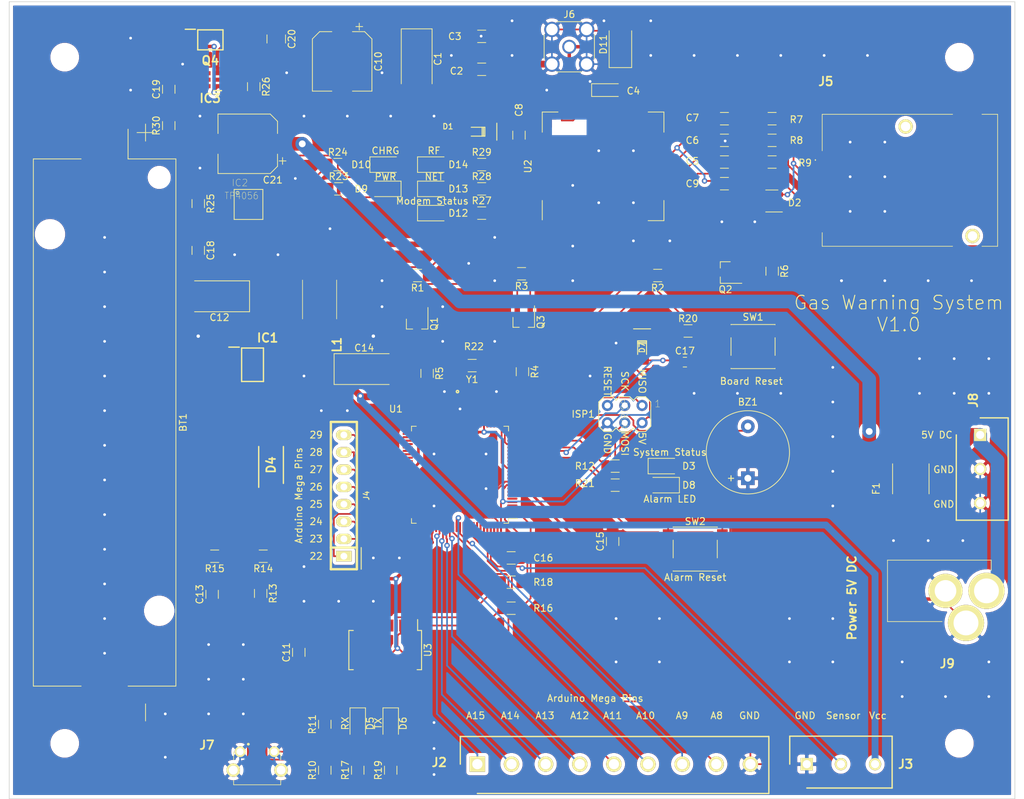
<source format=kicad_pcb>
(kicad_pcb (version 20171130) (host pcbnew "(5.1.4)-1")
  (title_block (title "Gas Warning System") (date 2019-12-09) (rev 1.0))
  (layers (0 F.Cu signal) (31 B.Cu signal) (34 B.Paste user) (35 F.Paste user) (36 B.SilkS user) (37 F.SilkS user) (38 B.Mask user) (39 F.Mask user) (44 Edge.Cuts user))
  (net 0 "")
  (net 1 +4V)
  (net 2 "Net-(BT1-Pad2)")
  (net 3 Earth)
  (net 4 "Net-(BZ1-Pad2)")
  (net 5 "Net-(C4-Pad1)")
  (net 6 "Net-(C5-Pad1)")
  (net 7 "Net-(C6-Pad1)")
  (net 8 "Net-(C7-Pad1)")
  (net 9 "Net-(C9-Pad1)")
  (net 10 "Net-(C11-Pad1)")
  (net 11 "Net-(C13-Pad1)")
  (net 12 +5V)
  (net 13 "Net-(C16-Pad1)")
  (net 14 "Net-(C17-Pad1)")
  (net 15 "Net-(C19-Pad2)")
  (net 16 "Net-(D2-Pad3)")
  (net 17 "Net-(D2-Pad4)")
  (net 18 "Net-(D2-Pad5)")
  (net 19 "Net-(D3-Pad2)")
  (net 20 "Net-(D5-Pad2)")
  (net 21 "Net-(D5-Pad1)")
  (net 22 "Net-(D6-Pad1)")
  (net 23 "Net-(D6-Pad2)")
  (net 24 "Net-(D8-Pad2)")
  (net 25 "Net-(D9-Pad1)")
  (net 26 "Net-(D10-Pad1)")
  (net 27 "Net-(D11-Pad1)")
  (net 28 "Net-(D12-Pad2)")
  (net 29 "Net-(D13-Pad2)")
  (net 30 "Net-(D14-Pad2)")
  (net 31 "Net-(F1-Pad1)")
  (net 32 "Net-(IC1-Pad1)")
  (net 33 "Net-(IC1-Pad2)")
  (net 34 "Net-(IC1-Pad3)")
  (net 35 "Net-(IC1-Pad7)")
  (net 36 "Net-(IC1-Pad8)")
  (net 37 "Net-(IC2-Pad7)")
  (net 38 "Net-(IC2-Pad6)")
  (net 39 "Net-(IC2-Pad2)")
  (net 40 "Net-(IC3-Pad1)")
  (net 41 "Net-(IC3-Pad2)")
  (net 42 "Net-(IC3-Pad3)")
  (net 43 "Net-(IC3-Pad4)")
  (net 44 "Net-(ISP1-Pad3)")
  (net 45 "Net-(ISP1-Pad4)")
  (net 46 "Net-(ISP1-Pad1)")
  (net 47 "Net-(J2-Pad1)")
  (net 48 "Net-(J2-Pad2)")
  (net 49 "Net-(J2-Pad3)")
  (net 50 "Net-(J2-Pad4)")
  (net 51 "Net-(J2-Pad5)")
  (net 52 "Net-(J2-Pad6)")
  (net 53 "Net-(J2-Pad7)")
  (net 54 "Net-(J2-Pad8)")
  (net 55 "Net-(J3-Pad2)")
  (net 56 "Net-(J4-Pad1)")
  (net 57 "Net-(J4-Pad2)")
  (net 58 "Net-(J4-Pad3)")
  (net 59 "Net-(J4-Pad4)")
  (net 60 "Net-(J4-Pad5)")
  (net 61 "Net-(J4-Pad6)")
  (net 62 "Net-(J4-Pad7)")
  (net 63 "Net-(J4-Pad8)")
  (net 64 "Net-(J5-Pad4)")
  (net 65 "Net-(J5-Pad6)")
  (net 66 "Net-(J5-Pad7)")
  (net 67 "Net-(J5-Pad8)")
  (net 68 "Net-(J5-PadMH1)")
  (net 69 "Net-(J5-PadMH2)")
  (net 70 "Net-(J7-Pad1)")
  (net 71 "Net-(J7-Pad2)")
  (net 72 "Net-(J7-Pad3)")
  (net 73 "Net-(J7-Pad4)")
  (net 74 "Net-(J7-Pad10)")
  (net 75 "Net-(J7-Pad11)")
  (net 76 "Net-(Q1-Pad1)")
  (net 77 "Net-(Q1-Pad2)")
  (net 78 UART_RXD)
  (net 79 "Net-(Q2-Pad3)")
  (net 80 "Net-(Q2-Pad1)")
  (net 81 "Net-(Q3-Pad2)")
  (net 82 UART_TXD)
  (net 83 "Net-(Q4-Pad1)")
  (net 84 "Net-(Q4-Pad8)")
  (net 85 "Net-(R2-Pad2)")
  (net 86 "Net-(R10-Pad2)")
  (net 87 "Net-(R12-Pad2)")
  (net 88 "Net-(R16-Pad2)")
  (net 89 "Net-(R16-Pad1)")
  (net 90 "Net-(R18-Pad1)")
  (net 91 "Net-(R18-Pad2)")
  (net 92 "Net-(R21-Pad2)")
  (net 93 "Net-(R22-Pad1)")
  (net 94 "Net-(R22-Pad2)")
  (net 95 "Net-(R27-Pad2)")
  (net 96 "Net-(R28-Pad2)")
  (net 97 "Net-(R29-Pad2)")
  (net 98 "Net-(SW2-Pad1)")
  (net 99 "Net-(U1-Pad1)")
  (net 100 "Net-(U1-Pad4)")
  (net 101 "Net-(U1-Pad5)")
  (net 102 "Net-(U1-Pad6)")
  (net 103 "Net-(U1-Pad7)")
  (net 104 "Net-(U1-Pad8)")
  (net 105 "Net-(U1-Pad9)")
  (net 106 "Net-(U1-Pad12)")
  (net 107 "Net-(U1-Pad13)")
  (net 108 "Net-(U1-Pad14)")
  (net 109 "Net-(U1-Pad16)")
  (net 110 "Net-(U1-Pad19)")
  (net 111 "Net-(U1-Pad25)")
  (net 112 "Net-(U1-Pad26)")
  (net 113 "Net-(U1-Pad27)")
  (net 114 "Net-(U1-Pad28)")
  (net 115 "Net-(U1-Pad29)")
  (net 116 "Net-(U1-Pad35)")
  (net 117 "Net-(U1-Pad36)")
  (net 118 "Net-(U1-Pad37)")
  (net 119 "Net-(U1-Pad38)")
  (net 120 "Net-(U1-Pad39)")
  (net 121 "Net-(U1-Pad40)")
  (net 122 "Net-(U1-Pad41)")
  (net 123 "Net-(U1-Pad42)")
  (net 124 "Net-(U1-Pad43)")
  (net 125 "Net-(U1-Pad44)")
  (net 126 "Net-(U1-Pad47)")
  (net 127 "Net-(U1-Pad48)")
  (net 128 "Net-(U1-Pad49)")
  (net 129 "Net-(U1-Pad50)")
  (net 130 "Net-(U1-Pad51)")
  (net 131 "Net-(U1-Pad52)")
  (net 132 "Net-(U1-Pad53)")
  (net 133 "Net-(U1-Pad54)")
  (net 134 "Net-(U1-Pad55)")
  (net 135 "Net-(U1-Pad56)")
  (net 136 "Net-(U1-Pad57)")
  (net 137 "Net-(U1-Pad58)")
  (net 138 "Net-(U1-Pad59)")
  (net 139 "Net-(U1-Pad60)")
  (net 140 "Net-(U1-Pad63)")
  (net 141 "Net-(U1-Pad64)")
  (net 142 "Net-(U1-Pad65)")
  (net 143 "Net-(U1-Pad66)")
  (net 144 "Net-(U1-Pad67)")
  (net 145 "Net-(U1-Pad68)")
  (net 146 "Net-(U1-Pad69)")
  (net 147 "Net-(U1-Pad70)")
  (net 148 "Net-(U1-Pad79)")
  (net 149 "Net-(U1-Pad90)")
  (net 150 "Net-(U1-Pad91)")
  (net 151 "Net-(U1-Pad92)")
  (net 152 "Net-(U1-Pad93)")
  (net 153 "Net-(U1-Pad94)")
  (net 154 "Net-(U1-Pad95)")
  (net 155 "Net-(U1-Pad96)")
  (net 156 "Net-(U2-Pad3)")
  (net 157 "Net-(U2-Pad4)")
  (net 158 "Net-(U2-Pad5)")
  (net 159 "Net-(U2-Pad6)")
  (net 160 "Net-(U2-Pad7)")
  (net 161 "Net-(U2-Pad9)")
  (net 162 "Net-(U2-Pad10)")
  (net 163 "Net-(U2-Pad11)")
  (net 164 "Net-(U2-Pad12)")
  (net 165 "Net-(U2-Pad14)")
  (net 166 "Net-(U2-Pad20)")
  (net 167 "Net-(U2-Pad22)")
  (net 168 "Net-(U2-Pad23)")
  (net 169 "Net-(U2-Pad24)")
  (net 170 "Net-(U2-Pad25)")
  (net 171 "Net-(U2-Pad26)")
  (net 172 "Net-(U2-Pad38)")
  (net 173 "Net-(U3-Pad2)")
  (net 174 "Net-(U3-Pad3)")
  (net 175 "Net-(U3-Pad6)")
  (net 176 "Net-(U3-Pad9)")
  (net 177 "Net-(U3-Pad10)")
  (net 178 "Net-(U3-Pad11)")
  (net 179 "Net-(U3-Pad12)")
  (net 180 "Net-(U3-Pad13)")
  (net 181 "Net-(U3-Pad14)")
  (net 182 "Net-(U3-Pad27)")
  (net 183 "Net-(U3-Pad28)")
  (net 184 +5VA)
  (net 185 "Net-(D4-Pad2)")
  (module Battery:BatteryHolder_Keystone_1042_1x18650 (layer F.Cu) (at 72.39 98.258 270)
    (fp_text reference BT1 (at 0 -11.5 90) (layer F.SilkS))
    (fp_text value Battery_Cell)
    (pad 1 smd rect (at -39.33 0 270) (size 7.34 6.35) (layers F.Cu F.Paste F.Mask) (net 1 +4V))
    (pad 2 smd rect (at 39.33 0 270) (size 7.34 6.35) (layers F.Cu F.Paste F.Mask) (net 2 "Net-(BT1-Pad2)"))
    (pad "" np_thru_hole circle (at 27.6 -8 270) (size 3.45 3.45) (drill 3.45) (layers *.Cu *.Mask))
    (pad "" np_thru_hole circle (at -27.6 8 270) (size 3.45 3.45) (drill 3.45) (layers *.Cu *.Mask))
    (pad "" np_thru_hole circle (at -35.93 -8 270) (size 2.39 2.39) (drill 2.39) (layers *.Cu *.Mask))
  )
  (module MountingHole:MountingHole_3.2mm_M3 (layer F.Cu) (at 197.612 145.288)
    (fp_text reference REF** hide)
    (fp_text value MountingHole_3.2mm_M3)
    (pad 1 np_thru_hole circle (at 0 0) (size 3.2 3.2) (drill 3.2) (layers *.Cu *.Mask))
  )
  (module MountingHole:MountingHole_3.2mm_M3 (layer F.Cu) (at 66.548 145.288)
    (fp_text reference REF** hide)
    (fp_text value MountingHole_3.2mm_M3)
    (pad 1 np_thru_hole circle (at 0 0) (size 3.2 3.2) (drill 3.2) (layers *.Cu *.Mask))
  )
  (module MountingHole:MountingHole_3.2mm_M3 (layer F.Cu) (at 66.548 44.704)
    (fp_text reference REF** hide)
    (fp_text value MountingHole_3.2mm_M3)
    (pad 1 np_thru_hole circle (at 0 0) (size 3.2 3.2) (drill 3.2) (layers *.Cu *.Mask))
  )
  (module MountingHole:MountingHole_3.2mm_M3 (layer F.Cu) (at 197.612 44.704)
    (fp_text reference REF** hide)
    (fp_text value MountingHole_3.2mm_M3)
    (pad 1 np_thru_hole circle (at 0 0) (size 3.2 3.2) (drill 3.2) (layers *.Cu *.Mask))
  )
  (module DW01A-G:SOT95P190X145-6N (layer F.Cu) (at 88.138 48.006 180)
    (fp_text reference IC3 (at 0.292 -2.728) (layer F.SilkS) (effects (font (size 1.27 1.27) (thickness 0.254))))
    (fp_text value DW01A-G hide)
    (pad 1 smd rect (at -0.8 -0.95 270) (size 0.6 1.15) (layers F.Cu F.Paste F.Mask) (net 40 "Net-(IC3-Pad1)"))
    (pad 2 smd rect (at -0.8 0 270) (size 0.6 1.15) (layers F.Cu F.Paste F.Mask) (net 41 "Net-(IC3-Pad2)"))
    (pad 3 smd rect (at -0.8 0.95 270) (size 0.6 1.15) (layers F.Cu F.Paste F.Mask) (net 42 "Net-(IC3-Pad3)"))
    (pad 4 smd rect (at 0.8 0.95 270) (size 0.6 1.15) (layers F.Cu F.Paste F.Mask) (net 43 "Net-(IC3-Pad4)"))
    (pad 5 smd rect (at 0.8 0 270) (size 0.6 1.15) (layers F.Cu F.Paste F.Mask) (net 15 "Net-(C19-Pad2)"))
    (pad 6 smd rect (at 0.8 -0.95 270) (size 0.6 1.15) (layers F.Cu F.Paste F.Mask) (net 2 "Net-(BT1-Pad2)"))
  )
  (module Capacitor_SMD:C_1206_3216Metric (layer F.Cu) (at 81.788 49.406 90)
    (fp_text reference C19 (at 0 -1.82 90) (layer F.SilkS))
    (fp_text value 100nF)
    (pad 2 smd roundrect (at 1.4 0 90) (size 1.25 1.75) (layers F.Cu F.Paste F.Mask) (roundrect_rratio 0.2) (net 15 "Net-(C19-Pad2)"))
    (pad 1 smd roundrect (at -1.4 0 90) (size 1.25 1.75) (layers F.Cu F.Paste F.Mask) (roundrect_rratio 0.2) (net 2 "Net-(BT1-Pad2)"))
  )
  (module Capacitor_Tantalum_SMD:CP_EIA-7343-31_Kemet-D (layer F.Cu) (at 89.218 79.756 180)
    (fp_text reference C12 (at 0 -3.1) (layer F.SilkS))
    (fp_text value 47uF)
    (pad 1 smd roundrect (at -3.1125 0 180) (size 2.075 2.55) (layers F.Cu F.Paste F.Mask) (roundrect_rratio 0.120482) (net 1 +4V))
    (pad 2 smd roundrect (at 3.1125 0 180) (size 2.075 2.55) (layers F.Cu F.Paste F.Mask) (roundrect_rratio 0.120482) (net 3 Earth))
  )
  (module smd-semi:SOD-80 (layer F.Cu) (at 151.13 87.279 270)
    (fp_text reference D7 (at 0 0 90) (layer F.SilkS) (effects (font (size 0.8 0.8))))
    (fp_text value LL4148)
    (pad 1 smd rect (at -1.875 0 270) (size 1.25 2) (layers F.Cu F.Paste F.Mask) (net 12 +5V))
    (pad 2 smd rect (at 1.875 0 270) (size 1.25 2) (layers F.Cu F.Paste F.Mask) (net 14 "Net-(C17-Pad1)"))
  )
  (module Diode_SMD:D_1206_3216Metric (layer F.Cu) (at 113.538 64.008 180)
    (fp_text reference D9 (at 3.556 0) (layer F.SilkS))
    (fp_text value PWR (at 0 1.778) (layer F.SilkS))
    (pad 1 smd roundrect (at -1.4 0 180) (size 1.25 1.75) (layers F.Cu F.Paste F.Mask) (roundrect_rratio 0.2) (net 25 "Net-(D9-Pad1)"))
    (pad 2 smd roundrect (at 1.4 0 180) (size 1.25 1.75) (layers F.Cu F.Paste F.Mask) (roundrect_rratio 0.2) (net 184 +5VA))
  )
  (module Capacitor_SMD:C_0805_2012Metric (layer F.Cu) (at 157.402 89.408)
    (fp_text reference C17 (at 0 -1.65) (layer F.SilkS))
    (fp_text value 22p)
    (pad 1 smd roundrect (at -0.9375 0) (size 0.975 1.4) (layers F.Cu F.Paste F.Mask) (net 14 "Net-(C17-Pad1)"))
    (pad 2 smd roundrect (at 0.9375 0) (size 0.975 1.4) (layers F.Cu F.Paste F.Mask) (net 3 Earth))
  )
  (module Capacitor_Tantalum_SMD:CP_EIA-7343-31_Kemet-D (layer F.Cu) (at 110.4255 90.424)
    (fp_text reference C14 (at 0 -3.1) (layer F.SilkS))
    (fp_text value 100uF)
    (pad 2 smd roundrect (at 3.1125 0) (size 2.075 2.55) (layers F.Cu F.Paste F.Mask) (roundrect_rratio 0.120482) (net 3 Earth))
    (pad 1 smd roundrect (at -3.1125 0) (size 2.075 2.55) (layers F.Cu F.Paste F.Mask) (roundrect_rratio 0.120482) (net 12 +5V))
  )
  (module Package_TO_SOT_SMD:SOT-23-6 (layer F.Cu) (at 170.137 65.786 180)
    (fp_text reference D2 (at -3.345 -0.254) (layer F.SilkS))
    (fp_text value ESD)
    (pad 1 smd rect (at -1.1 -0.95 180) (size 1.06 0.65) (layers F.Cu F.Paste F.Mask) (net 9 "Net-(C9-Pad1)"))
    (pad 2 smd rect (at -1.1 0 180) (size 1.06 0.65) (layers F.Cu F.Paste F.Mask) (net 3 Earth))
    (pad 3 smd rect (at -1.1 0.95 180) (size 1.06 0.65) (layers F.Cu F.Paste F.Mask) (net 16 "Net-(D2-Pad3)"))
    (pad 4 smd rect (at 1.1 0.95 180) (size 1.06 0.65) (layers F.Cu F.Paste F.Mask) (net 17 "Net-(D2-Pad4)"))
    (pad 6 smd rect (at 1.1 -0.95 180) (size 1.06 0.65) (layers F.Cu F.Paste F.Mask) (net 6 "Net-(C5-Pad1)"))
    (pad 5 smd rect (at 1.1 0 180) (size 1.06 0.65) (layers F.Cu F.Paste F.Mask) (net 18 "Net-(D2-Pad5)"))
  )
  (module smd-semi:SOD-80 (layer F.Cu) (at 127.097 55.626 180)
    (fp_text reference D1 (at 4.415 0.762) (layer F.SilkS) (effects (font (size 0.8 0.8))))
    (fp_text value 5V1)
    (pad 2 smd rect (at 1.875 0 180) (size 1.25 2) (layers F.Cu F.Paste F.Mask) (net 3 Earth))
    (pad 1 smd rect (at -1.875 0 180) (size 1.25 2) (layers F.Cu F.Paste F.Mask) (net 1 +4V))
  )
  (module Capacitor_SMD:C_1206_3216Metric (layer F.Cu) (at 86.106 73.028 270)
    (fp_text reference C18 (at 0 -1.82 90) (layer F.SilkS))
    (fp_text value 100nF)
    (pad 1 smd roundrect (at -1.4 0 270) (size 1.25 1.75) (layers F.Cu F.Paste F.Mask) (roundrect_rratio 0.2) (net 3 Earth))
    (pad 2 smd roundrect (at 1.4 0 270) (size 1.25 1.75) (layers F.Cu F.Paste F.Mask) (roundrect_rratio 0.2) (net 184 +5VA))
  )
  (module Capacitor_Tantalum_SMD:CP_EIA-7343-31_Kemet-D (layer F.Cu) (at 118.11 44.958 270)
    (fp_text reference C1 (at 0 -3.1 90) (layer F.SilkS))
    (fp_text value "100uF Tantal ESR")
    (pad 1 smd roundrect (at -3.1125 0 270) (size 2.075 2.55) (layers F.Cu F.Paste F.Mask) (roundrect_rratio 0.120482) (net 1 +4V))
    (pad 2 smd roundrect (at 3.1125 0 270) (size 2.075 2.55) (layers F.Cu F.Paste F.Mask) (roundrect_rratio 0.120482) (net 3 Earth))
  )
  (module Capacitor_Tantalum_SMD:CP_EIA-3216-18_Kemet-A (layer F.Cu) (at 146.05 49.53)
    (fp_text reference C4 (at 3.81 0.127) (layer F.SilkS))
    (fp_text value 4,7u)
    (pad 1 smd roundrect (at -1.35 0) (size 1.4 1.35) (layers F.Cu F.Paste F.Mask) (roundrect_rratio 0.185185) (net 5 "Net-(C4-Pad1)"))
    (pad 2 smd roundrect (at 1.35 0) (size 1.4 1.35) (layers F.Cu F.Paste F.Mask) (roundrect_rratio 0.185185) (net 3 Earth))
  )
  (module Capacitor_SMD:C_1206_3216Metric (layer F.Cu) (at 163.192 60.071)
    (fp_text reference C5 (at -4.696 -0.127) (layer F.SilkS))
    (fp_text value 22p)
    (pad 2 smd roundrect (at 1.4 0) (size 1.25 1.75) (layers F.Cu F.Paste F.Mask) (roundrect_rratio 0.2) (net 3 Earth))
    (pad 1 smd roundrect (at -1.4 0) (size 1.25 1.75) (layers F.Cu F.Paste F.Mask) (roundrect_rratio 0.2) (net 6 "Net-(C5-Pad1)"))
  )
  (module Capacitor_SMD:C_1206_3216Metric (layer F.Cu) (at 133.096 56.134 90)
    (fp_text reference C8 (at 3.68 0 90) (layer F.SilkS))
    (fp_text value 100nF)
    (pad 1 smd roundrect (at -1.4 0 90) (size 1.25 1.75) (layers F.Cu F.Paste F.Mask) (roundrect_rratio 0.2) (net 1 +4V))
    (pad 2 smd roundrect (at 1.4 0 90) (size 1.25 1.75) (layers F.Cu F.Paste F.Mask) (roundrect_rratio 0.2) (net 3 Earth))
  )
  (module Resistor_SMD:R_1206_3216Metric (layer F.Cu) (at 163.192 63.246)
    (fp_text reference C9 (at -4.696 0) (layer F.SilkS))
    (fp_text value 100nF)
    (pad 1 smd roundrect (at -1.4 0) (size 1.25 1.75) (layers F.Cu F.Paste F.Mask) (roundrect_rratio 0.2) (net 9 "Net-(C9-Pad1)"))
    (pad 2 smd roundrect (at 1.4 0) (size 1.25 1.75) (layers F.Cu F.Paste F.Mask) (roundrect_rratio 0.2) (net 3 Earth))
  )
  (module Capacitor_SMD:CP_Elec_8x10.5 (layer F.Cu) (at 107.188 45.322 270)
    (fp_text reference C10 (at 0 -5.3 90) (layer F.SilkS))
    (fp_text value "470uF ESR")
    (pad 1 smd roundrect (at -3.7 0 270) (size 4.4 2.5) (layers F.Cu F.Paste F.Mask) (roundrect_rratio 0.1) (net 1 +4V))
    (pad 2 smd roundrect (at 3.7 0 270) (size 4.4 2.5) (layers F.Cu F.Paste F.Mask) (roundrect_rratio 0.1) (net 3 Earth))
  )
  (module Capacitor_SMD:C_1206_3216Metric (layer F.Cu) (at 163.192 56.896)
    (fp_text reference C6 (at -4.696 0) (layer F.SilkS))
    (fp_text value 22p)
    (pad 2 smd roundrect (at 1.4 0) (size 1.25 1.75) (layers F.Cu F.Paste F.Mask) (roundrect_rratio 0.2) (net 3 Earth))
    (pad 1 smd roundrect (at -1.4 0) (size 1.25 1.75) (layers F.Cu F.Paste F.Mask) (roundrect_rratio 0.2) (net 7 "Net-(C6-Pad1)"))
  )
  (module Capacitor_SMD:C_1206_3216Metric (layer F.Cu) (at 127.632 46.482 180)
    (fp_text reference C2 (at 3.68 -0.254) (layer F.SilkS))
    (fp_text value 1uF)
    (pad 2 smd roundrect (at 1.4 0 180) (size 1.25 1.75) (layers F.Cu F.Paste F.Mask) (roundrect_rratio 0.2) (net 3 Earth))
    (pad 1 smd roundrect (at -1.4 0 180) (size 1.25 1.75) (layers F.Cu F.Paste F.Mask) (roundrect_rratio 0.2) (net 1 +4V))
  )
  (module Capacitor_SMD:C_1206_3216Metric (layer F.Cu) (at 163.192 53.721 180)
    (fp_text reference C7 (at 4.696 0.127) (layer F.SilkS))
    (fp_text value 22p)
    (pad 1 smd roundrect (at -1.4 0 180) (size 1.25 1.75) (layers F.Cu F.Paste F.Mask) (roundrect_rratio 0.2) (net 8 "Net-(C7-Pad1)"))
    (pad 2 smd roundrect (at 1.4 0 180) (size 1.25 1.75) (layers F.Cu F.Paste F.Mask) (roundrect_rratio 0.2) (net 3 Earth))
  )
  (module LT1308ACS8#PBF:SOIC127P599X175-8N (layer F.Cu) (at 94.062 89.789)
    (fp_text reference IC1 (at 2.204 -3.937) (layer F.SilkS) (effects (font (size 1.27 1.27) (thickness 0.254))))
    (fp_text value LT1308 hide)
    (pad 1 smd rect (at -2.712 -1.905 90) (size 0.65 1.526) (layers F.Cu F.Paste F.Mask) (net 32 "Net-(IC1-Pad1)"))
    (pad 2 smd rect (at -2.712 -0.635 90) (size 0.65 1.526) (layers F.Cu F.Paste F.Mask) (net 33 "Net-(IC1-Pad2)"))
    (pad 3 smd rect (at -2.712 0.635 90) (size 0.65 1.526) (layers F.Cu F.Paste F.Mask) (net 34 "Net-(IC1-Pad3)"))
    (pad 4 smd rect (at -2.712 1.905 90) (size 0.65 1.526) (layers F.Cu F.Paste F.Mask) (net 3 Earth))
    (pad 5 smd rect (at 2.712 1.905 90) (size 0.65 1.526) (layers F.Cu F.Paste F.Mask) (net 185 "Net-(D4-Pad2)"))
    (pad 6 smd rect (at 2.712 0.635 90) (size 0.65 1.526) (layers F.Cu F.Paste F.Mask) (net 1 +4V))
    (pad 7 smd rect (at 2.712 -0.635 90) (size 0.65 1.526) (layers F.Cu F.Paste F.Mask) (net 35 "Net-(IC1-Pad7)"))
    (pad 8 smd rect (at 2.712 -1.905 90) (size 0.65 1.526) (layers F.Cu F.Paste F.Mask) (net 36 "Net-(IC1-Pad8)"))
  )
  (module Diode_SMD:D_SMA (layer F.Cu) (at 147.955 42.831 90)
    (fp_text reference D11 (at 0 -2.5 90) (layer F.SilkS))
    (fp_text value LXES)
    (pad 1 smd rect (at -2 0 90) (size 2.5 1.8) (layers F.Cu F.Paste F.Mask) (net 27 "Net-(D11-Pad1)"))
    (pad 2 smd rect (at 2 0 90) (size 2.5 1.8) (layers F.Cu F.Paste F.Mask) (net 3 Earth))
  )
  (module Diode_SMD:D_1206_3216Metric (layer F.Cu) (at 120.52 67.564)
    (fp_text reference D12 (at 3.686 0) (layer F.SilkS))
    (fp_text value "Modem Status" (at -0.124 -1.778) (layer F.SilkS))
    (pad 1 smd roundrect (at -1.4 0) (size 1.25 1.75) (layers F.Cu F.Paste F.Mask) (roundrect_rratio 0.2) (net 3 Earth))
    (pad 2 smd roundrect (at 1.4 0) (size 1.25 1.75) (layers F.Cu F.Paste F.Mask) (roundrect_rratio 0.2) (net 28 "Net-(D12-Pad2)"))
  )
  (module Diode_SMD:D_1206_3216Metric (layer F.Cu) (at 120.52 64.008)
    (fp_text reference D13 (at 3.686 0) (layer F.SilkS))
    (fp_text value NET (at 0.13 -1.778) (layer F.SilkS))
    (pad 2 smd roundrect (at 1.4 0) (size 1.25 1.75) (layers F.Cu F.Paste F.Mask) (roundrect_rratio 0.2) (net 29 "Net-(D13-Pad2)"))
    (pad 1 smd roundrect (at -1.4 0) (size 1.25 1.75) (layers F.Cu F.Paste F.Mask) (roundrect_rratio 0.2) (net 3 Earth))
  )
  (module Diode_SMD:D_1206_3216Metric (layer F.Cu) (at 120.52 60.452)
    (fp_text reference D14 (at 3.686 0) (layer F.SilkS))
    (fp_text value RF (at 0.13 -2.032) (layer F.SilkS))
    (pad 1 smd roundrect (at -1.4 0) (size 1.25 1.75) (layers F.Cu F.Paste F.Mask) (roundrect_rratio 0.2) (net 3 Earth))
    (pad 2 smd roundrect (at 1.4 0) (size 1.25 1.75) (layers F.Cu F.Paste F.Mask) (roundrect_rratio 0.2) (net 30 "Net-(D14-Pad2)"))
  )
  (module Connector_Coaxial:SMA_Amphenol_132134_Vertical (layer F.Cu) (at 140.462 43.18)
    (fp_text reference J6 (at 0 -4.75) (layer F.SilkS))
    (fp_text value Conn_Coaxial)
    (pad 1 thru_hole circle (at 0 0) (size 2.05 2.05) (drill 1.5) (layers *.Cu *.Mask) (net 27 "Net-(D11-Pad1)"))
    (pad 2 thru_hole circle (at 2.54 2.54) (size 2.25 2.25) (drill 1.7) (layers *.Cu *.Mask) (net 3 Earth))
    (pad 2 thru_hole circle (at 2.54 -2.54) (size 2.25 2.25) (drill 1.7) (layers *.Cu *.Mask) (net 3 Earth))
    (pad 2 thru_hole circle (at -2.54 -2.54) (size 2.25 2.25) (drill 1.7) (layers *.Cu *.Mask) (net 3 Earth))
    (pad 2 thru_hole circle (at -2.54 2.54) (size 2.25 2.25) (drill 1.7) (layers *.Cu *.Mask) (net 3 Earth))
  )
  (module 47553-1001:475531001 (layer F.Cu) (at 189.843 62.749)
    (fp_text reference J5 (at -11.789 -14.489) (layer F.SilkS) (effects (font (size 1.27 1.27) (thickness 0.254))))
    (fp_text value SIM hide)
    (pad 1 smd rect (at -11.775 -2.985 90) (size 1 2.3) (layers F.Cu F.Paste F.Mask) (net 9 "Net-(C9-Pad1)"))
    (pad 2 smd rect (at -11.775 -1.715 90) (size 1 2.3) (layers F.Cu F.Paste F.Mask) (net 16 "Net-(D2-Pad3)"))
    (pad 3 smd rect (at -11.775 -0.445 90) (size 1 2.3) (layers F.Cu F.Paste F.Mask) (net 17 "Net-(D2-Pad4)"))
    (pad 4 smd rect (at -11.775 0.825 90) (size 1 2.3) (layers F.Cu F.Paste F.Mask) (net 64 "Net-(J5-Pad4)"))
    (pad 5 smd rect (at -11.775 2.095 90) (size 1 2.3) (layers F.Cu F.Paste F.Mask) (net 3 Earth))
    (pad 6 smd rect (at -11.775 3.365 90) (size 1 2.3) (layers F.Cu F.Paste F.Mask) (net 65 "Net-(J5-Pad6)"))
    (pad 7 smd rect (at -11.775 4.635 90) (size 1 2.3) (layers F.Cu F.Paste F.Mask) (net 66 "Net-(J5-Pad7)"))
    (pad 8 smd rect (at -11.775 5.905 90) (size 1 2.3) (layers F.Cu F.Paste F.Mask) (net 67 "Net-(J5-Pad8)"))
    (pad MH1 thru_hole circle (at 9.695 8.165 90) (size 2.1 2.1) (drill 1.4) (layers *.Cu *.Mask F.SilkS) (net 68 "Net-(J5-PadMH1)"))
    (pad MH2 thru_hole circle (at -0.105 -7.885 90) (size 2.1 2.1) (drill 1.4) (layers *.Cu *.Mask F.SilkS) (net 69 "Net-(J5-PadMH2)"))
    (pad MP1 smd rect (at 8.925 10.275 90) (size 1.5 2.95) (layers F.Cu F.Paste F.Mask) (net 3 Earth))
    (pad MP2 smd rect (at 8.925 -10.275 90) (size 1.5 2.95) (layers F.Cu F.Paste F.Mask) (net 3 Earth))
  )
  (module TP4056:SOP-8 (layer F.Cu) (at 93.472 66.294)
    (fp_text reference IC2 (at -1.27035 -3.1759) (layer F.SilkS) (effects (font (size 1.00028 1.00028) (thickness 0.05))))
    (fp_text value TP4056 (at -1.016 -1.27) (layer F.SilkS) (effects (font (size 1 0.9) (thickness 0.05))))
    (fp_poly (pts (xy -1.20026 -1.7) (xy 1.2 -1.7) (xy 1.2 1.70037) (xy -1.20026 1.70037)) (layer F.Cu) (width 0))
    (pad 7 smd rect (at 2.75 -0.635) (size 1.3 0.7) (layers F.Cu F.Paste F.Mask) (net 37 "Net-(IC2-Pad7)"))
    (pad 8 smd rect (at 2.75 -1.905) (size 1.3 0.7) (layers F.Cu F.Paste F.Mask) (net 184 +5VA))
    (pad 6 smd rect (at 2.75 0.635) (size 1.3 0.7) (layers F.Cu F.Paste F.Mask) (net 38 "Net-(IC2-Pad6)"))
    (pad 5 smd rect (at 2.75 1.905) (size 1.3 0.7) (layers F.Cu F.Paste F.Mask) (net 1 +4V))
    (pad 2 smd rect (at -2.75 -0.635) (size 1.3 0.7) (layers F.Cu F.Paste F.Mask) (net 39 "Net-(IC2-Pad2)"))
    (pad 1 smd rect (at -2.75 -1.905) (size 1.3 0.7) (layers F.Cu F.Paste F.Mask) (net 3 Earth))
    (pad 3 smd rect (at -2.75 0.635) (size 1.3 0.7) (layers F.Cu F.Paste F.Mask) (net 3 Earth))
    (pad 4 smd rect (at -2.75 1.905) (size 1.3 0.7) (layers F.Cu F.Paste F.Mask) (net 184 +5VA))
  )
  (module Diode_SMD:D_1206_3216Metric (layer F.Cu) (at 113.538 60.452)
    (fp_text reference D10 (at -3.556 0) (layer F.SilkS))
    (fp_text value CHRG (at 0 -2.032) (layer F.SilkS))
    (pad 2 smd roundrect (at 1.4 0) (size 1.25 1.75) (layers F.Cu F.Paste F.Mask) (roundrect_rratio 0.2) (net 184 +5VA))
    (pad 1 smd roundrect (at -1.4 0) (size 1.25 1.75) (layers F.Cu F.Paste F.Mask) (roundrect_rratio 0.2) (net 26 "Net-(D10-Pad1)"))
  )
  (module Resistor_SMD:R_1206_3216Metric (layer F.Cu) (at 118.24 76.708 180)
    (fp_text reference R1 (at 0 -1.82) (layer F.SilkS))
    (fp_text value 10k)
    (pad 2 smd roundrect (at 1.4 0 180) (size 1.25 1.75) (layers F.Cu F.Paste F.Mask) (roundrect_rratio 0.2) (net 77 "Net-(Q1-Pad2)"))
    (pad 1 smd roundrect (at -1.4 0 180) (size 1.25 1.75) (layers F.Cu F.Paste F.Mask) (roundrect_rratio 0.2) (net 76 "Net-(Q1-Pad1)"))
  )
  (module LQH55DN4R7M03L:LQH55DN100M03L (layer F.Cu) (at 103.886 80.224 270)
    (fp_text reference L1 (at 6.644 -2.54 90) (layer F.SilkS) (effects (font (size 1.27 1.27) (thickness 0.254))))
    (fp_text value 4,7uH hide)
    (pad 1 smd rect (at -2.5 0 270) (size 3 3.5) (layers F.Cu F.Paste F.Mask) (net 1 +4V))
    (pad 2 smd rect (at 2.5 0 270) (size 3 3.5) (layers F.Cu F.Paste F.Mask) (net 185 "Net-(D4-Pad2)"))
  )
  (module Resistor_SMD:R_1206_3216Metric (layer F.Cu) (at 133.604 90.808 270)
    (fp_text reference R4 (at 0 -1.82 90) (layer F.SilkS))
    (fp_text value 10k)
    (pad 2 smd roundrect (at 1.4 0 270) (size 1.25 1.75) (layers F.Cu F.Paste F.Mask) (roundrect_rratio 0.2) (net 12 +5V))
    (pad 1 smd roundrect (at -1.4 0 270) (size 1.25 1.75) (layers F.Cu F.Paste F.Mask) (roundrect_rratio 0.2) (net 82 UART_TXD))
  )
  (module Package_TO_SOT_SMD:SOT-23_Handsoldering (layer F.Cu) (at 163.346 76.266 180)
    (fp_text reference Q2 (at 0 -2.5) (layer F.SilkS))
    (fp_text value BC847)
    (pad 3 smd rect (at 1.5 0 180) (size 1.9 0.8) (layers F.Cu F.Paste F.Mask) (net 79 "Net-(Q2-Pad3)"))
    (pad 2 smd rect (at -1.5 0.95 180) (size 1.9 0.8) (layers F.Cu F.Paste F.Mask) (net 3 Earth))
    (pad 1 smd rect (at -1.5 -0.95 180) (size 1.9 0.8) (layers F.Cu F.Paste F.Mask) (net 80 "Net-(Q2-Pad1)"))
  )
  (module Package_TO_SOT_SMD:SOT-23_Handsoldering (layer F.Cu) (at 133.792 83.542 270)
    (fp_text reference Q3 (at 0 -2.5 90) (layer F.SilkS))
    (fp_text value BSS138)
    (pad 1 smd rect (at -1.5 -0.95 270) (size 1.9 0.8) (layers F.Cu F.Paste F.Mask) (net 76 "Net-(Q1-Pad1)"))
    (pad 2 smd rect (at -1.5 0.95 270) (size 1.9 0.8) (layers F.Cu F.Paste F.Mask) (net 81 "Net-(Q3-Pad2)"))
    (pad 3 smd rect (at 1.5 0 270) (size 1.9 0.8) (layers F.Cu F.Paste F.Mask) (net 82 UART_TXD))
  )
  (module Resistor_SMD:R_1206_3216Metric (layer F.Cu) (at 153.416 76.708 180)
    (fp_text reference R2 (at 0 -1.82) (layer F.SilkS))
    (fp_text value 4,7k)
    (pad 1 smd roundrect (at -1.4 0 180) (size 1.25 1.75) (layers F.Cu F.Paste F.Mask) (roundrect_rratio 0.2) (net 80 "Net-(Q2-Pad1)"))
    (pad 2 smd roundrect (at 1.4 0 180) (size 1.25 1.75) (layers F.Cu F.Paste F.Mask) (roundrect_rratio 0.2) (net 85 "Net-(R2-Pad2)"))
  )
  (module Resistor_SMD:R_1206_3216Metric (layer F.Cu) (at 133.474 76.454 180)
    (fp_text reference R3 (at 0 -1.82) (layer F.SilkS))
    (fp_text value 10k)
    (pad 1 smd roundrect (at -1.4 0 180) (size 1.25 1.75) (layers F.Cu F.Paste F.Mask) (roundrect_rratio 0.2) (net 76 "Net-(Q1-Pad1)"))
    (pad 2 smd roundrect (at 1.4 0 180) (size 1.25 1.75) (layers F.Cu F.Paste F.Mask) (roundrect_rratio 0.2) (net 81 "Net-(Q3-Pad2)"))
  )
  (module Resistor_SMD:R_1206_3216Metric (layer F.Cu) (at 170.18 76.076 270)
    (fp_text reference R6 (at 0 -1.82 90) (layer F.SilkS))
    (fp_text value 47k)
    (pad 2 smd roundrect (at 1.4 0 270) (size 1.25 1.75) (layers F.Cu F.Paste F.Mask) (roundrect_rratio 0.2) (net 80 "Net-(Q2-Pad1)"))
    (pad 1 smd roundrect (at -1.4 0 270) (size 1.25 1.75) (layers F.Cu F.Paste F.Mask) (roundrect_rratio 0.2) (net 3 Earth))
  )
  (module Resistor_SMD:R_1206_3216Metric (layer F.Cu) (at 170.177 60.071)
    (fp_text reference R9 (at 4.829 0.127) (layer F.SilkS))
    (fp_text value 51R)
    (pad 1 smd roundrect (at -1.4 0) (size 1.25 1.75) (layers F.Cu F.Paste F.Mask) (roundrect_rratio 0.2) (net 66 "Net-(J5-Pad7)"))
    (pad 2 smd roundrect (at 1.4 0) (size 1.25 1.75) (layers F.Cu F.Paste F.Mask) (roundrect_rratio 0.2) (net 6 "Net-(C5-Pad1)"))
  )
  (module Resistor_SMD:R_1206_3216Metric (layer F.Cu) (at 170.177 56.896 180)
    (fp_text reference R8 (at -3.559 0) (layer F.SilkS))
    (fp_text value 51R)
    (pad 2 smd roundrect (at 1.4 0 180) (size 1.25 1.75) (layers F.Cu F.Paste F.Mask) (roundrect_rratio 0.2) (net 7 "Net-(C6-Pad1)"))
    (pad 1 smd roundrect (at -1.4 0 180) (size 1.25 1.75) (layers F.Cu F.Paste F.Mask) (roundrect_rratio 0.2) (net 17 "Net-(D2-Pad4)"))
  )
  (module Resistor_SMD:R_1206_3216Metric (layer F.Cu) (at 170.177 53.721)
    (fp_text reference R7 (at 3.559 0.127) (layer F.SilkS))
    (fp_text value 51R)
    (pad 1 smd roundrect (at -1.4 0) (size 1.25 1.75) (layers F.Cu F.Paste F.Mask) (roundrect_rratio 0.2) (net 16 "Net-(D2-Pad3)"))
    (pad 2 smd roundrect (at 1.4 0) (size 1.25 1.75) (layers F.Cu F.Paste F.Mask) (roundrect_rratio 0.2) (net 8 "Net-(C7-Pad1)"))
  )
  (module Package_TO_SOT_SMD:SOT-23_Handsoldering (layer F.Cu) (at 118.176 83.796 270)
    (fp_text reference Q1 (at 0 -2.5 90) (layer F.SilkS))
    (fp_text value BSS138)
    (pad 1 smd rect (at -1.5 -0.95 270) (size 1.9 0.8) (layers F.Cu F.Paste F.Mask) (net 76 "Net-(Q1-Pad1)"))
    (pad 2 smd rect (at -1.5 0.95 270) (size 1.9 0.8) (layers F.Cu F.Paste F.Mask) (net 77 "Net-(Q1-Pad2)"))
    (pad 3 smd rect (at 1.5 0 270) (size 1.9 0.8) (layers F.Cu F.Paste F.Mask) (net 78 UART_RXD))
  )
  (module Resistor_SMD:R_1206_3216Metric (layer F.Cu) (at 119.634 91.056 270)
    (fp_text reference R5 (at 0 -1.82 90) (layer F.SilkS))
    (fp_text value 10k)
    (pad 1 smd roundrect (at -1.4 0 270) (size 1.25 1.75) (layers F.Cu F.Paste F.Mask) (roundrect_rratio 0.2) (net 78 UART_RXD))
    (pad 2 smd roundrect (at 1.4 0 270) (size 1.25 1.75) (layers F.Cu F.Paste F.Mask) (roundrect_rratio 0.2) (net 12 +5V))
  )
  (module Resistor_SMD:R_1206_3216Metric (layer F.Cu) (at 126.238 89.916 180)
    (fp_text reference R22 (at -0.254 2.794) (layer F.SilkS))
    (fp_text value 1M)
    (pad 1 smd roundrect (at -1.4 0 180) (size 1.25 1.75) (layers F.Cu F.Paste F.Mask) (roundrect_rratio 0.2) (net 93 "Net-(R22-Pad1)"))
    (pad 2 smd roundrect (at 1.4 0 180) (size 1.25 1.75) (layers F.Cu F.Paste F.Mask) (roundrect_rratio 0.2) (net 94 "Net-(R22-Pad2)"))
  )
  (module Resistor_SMD:R_1206_3216Metric (layer F.Cu) (at 86.106 66.164 270)
    (fp_text reference R25 (at 0 -1.82 90) (layer F.SilkS))
    (fp_text value 1k)
    (pad 1 smd roundrect (at -1.4 0 270) (size 1.25 1.75) (layers F.Cu F.Paste F.Mask) (roundrect_rratio 0.2) (net 3 Earth))
    (pad 2 smd roundrect (at 1.4 0 270) (size 1.25 1.75) (layers F.Cu F.Paste F.Mask) (roundrect_rratio 0.2) (net 39 "Net-(IC2-Pad2)"))
  )
  (module Resistor_SMD:R_1206_3216Metric (layer F.Cu) (at 94.234 49.022 270)
    (fp_text reference R26 (at 0 -1.82 90) (layer F.SilkS))
    (fp_text value 1k)
    (pad 2 smd roundrect (at 1.4 0 270) (size 1.25 1.75) (layers F.Cu F.Paste F.Mask) (roundrect_rratio 0.2) (net 41 "Net-(IC3-Pad2)"))
    (pad 1 smd roundrect (at -1.4 0 270) (size 1.25 1.75) (layers F.Cu F.Paste F.Mask) (roundrect_rratio 0.2) (net 3 Earth))
  )
  (module Resistor_SMD:R_1206_3216Metric (layer F.Cu) (at 127.632 67.564)
    (fp_text reference R27 (at 0 -1.82) (layer F.SilkS))
    (fp_text value 1k)
    (pad 2 smd roundrect (at 1.4 0) (size 1.25 1.75) (layers F.Cu F.Paste F.Mask) (roundrect_rratio 0.2) (net 95 "Net-(R27-Pad2)"))
    (pad 1 smd roundrect (at -1.4 0) (size 1.25 1.75) (layers F.Cu F.Paste F.Mask) (roundrect_rratio 0.2) (net 28 "Net-(D12-Pad2)"))
  )
  (module Resistor_SMD:R_1206_3216Metric (layer F.Cu) (at 127.632 64.008)
    (fp_text reference R28 (at 0 -1.82) (layer F.SilkS))
    (fp_text value 1k)
    (pad 1 smd roundrect (at -1.4 0) (size 1.25 1.75) (layers F.Cu F.Paste F.Mask) (roundrect_rratio 0.2) (net 29 "Net-(D13-Pad2)"))
    (pad 2 smd roundrect (at 1.4 0) (size 1.25 1.75) (layers F.Cu F.Paste F.Mask) (roundrect_rratio 0.2) (net 96 "Net-(R28-Pad2)"))
  )
  (module Resistor_SMD:R_1206_3216Metric (layer F.Cu) (at 127.632 60.452)
    (fp_text reference R29 (at 0 -1.82) (layer F.SilkS))
    (fp_text value 1k)
    (pad 1 smd roundrect (at -1.4 0) (size 1.25 1.75) (layers F.Cu F.Paste F.Mask) (roundrect_rratio 0.2) (net 30 "Net-(D14-Pad2)"))
    (pad 2 smd roundrect (at 1.4 0) (size 1.25 1.75) (layers F.Cu F.Paste F.Mask) (roundrect_rratio 0.2) (net 97 "Net-(R29-Pad2)"))
  )
  (module Resistor_SMD:R_1206_3216Metric (layer F.Cu) (at 81.788 54.734 90)
    (fp_text reference R30 (at 0 -1.82 90) (layer F.SilkS))
    (fp_text value 100R)
    (pad 1 smd roundrect (at -1.4 0 90) (size 1.25 1.75) (layers F.Cu F.Paste F.Mask) (roundrect_rratio 0.2) (net 1 +4V))
    (pad 2 smd roundrect (at 1.4 0 90) (size 1.25 1.75) (layers F.Cu F.Paste F.Mask) (roundrect_rratio 0.2) (net 15 "Net-(C19-Pad2)"))
  )
  (module Resistor_SMD:R_1206_3216Metric (layer F.Cu) (at 157.864 84.836)
    (fp_text reference R20 (at 0 -1.82) (layer F.SilkS))
    (fp_text value 10k)
    (pad 2 smd roundrect (at 1.4 0) (size 1.25 1.75) (layers F.Cu F.Paste F.Mask) (roundrect_rratio 0.2) (net 14 "Net-(C17-Pad1)"))
    (pad 1 smd roundrect (at -1.4 0) (size 1.25 1.75) (layers F.Cu F.Paste F.Mask) (roundrect_rratio 0.2) (net 12 +5V))
  )
  (module Button_Switch_SMD:SW_Push_1P1T_NO_6x6mm_H9.5mm (layer F.Cu) (at 167.386 87.122 180)
    (fp_text reference SW1 (at 0 4.318) (layer F.SilkS))
    (fp_text value SW_DIP_x01)
    (pad 2 smd rect (at -3.975 2.25 180) (size 1.55 1.3) (layers F.Cu F.Paste F.Mask) (net 14 "Net-(C17-Pad1)"))
    (pad 1 smd rect (at -3.975 -2.25 180) (size 1.55 1.3) (layers F.Cu F.Paste F.Mask) (net 3 Earth))
    (pad 1 smd rect (at 3.975 -2.25 180) (size 1.55 1.3) (layers F.Cu F.Paste F.Mask) (net 3 Earth))
    (pad 2 smd rect (at 3.975 2.25 180) (size 1.55 1.3) (layers F.Cu F.Paste F.Mask) (net 14 "Net-(C17-Pad1)"))
  )
  (module Resistor_SMD:R_1206_3216Metric (layer F.Cu) (at 106.68 64.008)
    (fp_text reference R23 (at 0 -1.82) (layer F.SilkS))
    (fp_text value 1k)
    (pad 2 smd roundrect (at 1.4 0) (size 1.25 1.75) (layers F.Cu F.Paste F.Mask) (roundrect_rratio 0.2) (net 25 "Net-(D9-Pad1)"))
    (pad 1 smd roundrect (at -1.4 0) (size 1.25 1.75) (layers F.Cu F.Paste F.Mask) (roundrect_rratio 0.2) (net 38 "Net-(IC2-Pad6)"))
  )
  (module Resistor_SMD:R_1206_3216Metric (layer F.Cu) (at 106.556 60.452)
    (fp_text reference R24 (at 0 -1.82) (layer F.SilkS))
    (fp_text value 1k)
    (pad 1 smd roundrect (at -1.4 0) (size 1.25 1.75) (layers F.Cu F.Paste F.Mask) (roundrect_rratio 0.2) (net 37 "Net-(IC2-Pad7)"))
    (pad 2 smd roundrect (at 1.4 0) (size 1.25 1.75) (layers F.Cu F.Paste F.Mask) (roundrect_rratio 0.2) (net 26 "Net-(D10-Pad1)"))
  )
  (module RF_GSM:SIMCom_SIM800C (layer F.Cu) (at 145.415 60.706 90)
    (fp_text reference U2 (at 0 -11 90) (layer F.SilkS))
    (fp_text value SIM800C)
    (pad 1 smd oval (at -7.85 -6.05 90) (size 1.6 0.6) (layers F.Cu F.Paste F.Mask) (net 81 "Net-(Q3-Pad2)"))
    (pad 2 smd oval (at -7.85 -4.95 90) (size 1.6 0.6) (layers F.Cu F.Paste F.Mask) (net 77 "Net-(Q1-Pad2)"))
    (pad 3 smd oval (at -7.85 -3.85 90) (size 1.6 0.6) (layers F.Cu F.Paste F.Mask) (net 156 "Net-(U2-Pad3)"))
    (pad 4 smd oval (at -7.85 -2.75 90) (size 1.6 0.6) (layers F.Cu F.Paste F.Mask) (net 157 "Net-(U2-Pad4)"))
    (pad 5 smd oval (at -7.85 -1.65 90) (size 1.6 0.6) (layers F.Cu F.Paste F.Mask) (net 158 "Net-(U2-Pad5)"))
    (pad 6 smd oval (at -7.85 -0.55 90) (size 1.6 0.6) (layers F.Cu F.Paste F.Mask) (net 159 "Net-(U2-Pad6)"))
    (pad 7 smd oval (at -7.85 0.55 90) (size 1.6 0.6) (layers F.Cu F.Paste F.Mask) (net 160 "Net-(U2-Pad7)"))
    (pad 8 smd oval (at -7.85 1.65 90) (size 1.6 0.6) (layers F.Cu F.Paste F.Mask) (net 3 Earth))
    (pad 9 smd oval (at -7.85 2.75 90) (size 1.6 0.6) (layers F.Cu F.Paste F.Mask) (net 161 "Net-(U2-Pad9)"))
    (pad 10 smd oval (at -7.85 3.85 90) (size 1.6 0.6) (layers F.Cu F.Paste F.Mask) (net 162 "Net-(U2-Pad10)"))
    (pad 11 smd oval (at -7.85 4.95 90) (size 1.6 0.6) (layers F.Cu F.Paste F.Mask) (net 163 "Net-(U2-Pad11)"))
    (pad 12 smd oval (at -7.85 6.05 90) (size 1.6 0.6) (layers F.Cu F.Paste F.Mask) (net 164 "Net-(U2-Pad12)"))
    (pad 13 smd oval (at -4.4 8.8 90) (size 0.6 1.6) (layers F.Cu F.Paste F.Mask) (net 3 Earth))
    (pad 14 smd oval (at -3.3 8.8 90) (size 0.6 1.6) (layers F.Cu F.Paste F.Mask) (net 165 "Net-(U2-Pad14)"))
    (pad 15 smd oval (at -2.2 8.8 90) (size 0.6 1.6) (layers F.Cu F.Paste F.Mask) (net 6 "Net-(C5-Pad1)"))
    (pad 16 smd oval (at -1.1 8.8 90) (size 0.6 1.6) (layers F.Cu F.Paste F.Mask) (net 7 "Net-(C6-Pad1)"))
    (pad 17 smd oval (at 0 8.8 90) (size 0.6 1.6) (layers F.Cu F.Paste F.Mask) (net 8 "Net-(C7-Pad1)"))
    (pad 18 smd oval (at 1.1 8.8 90) (size 0.6 1.6) (layers F.Cu F.Paste F.Mask) (net 9 "Net-(C9-Pad1)"))
    (pad 19 smd oval (at 2.2 8.8 90) (size 0.6 1.6) (layers F.Cu F.Paste F.Mask) (net 3 Earth))
    (pad 20 smd oval (at 3.3 8.8 90) (size 0.6 1.6) (layers F.Cu F.Paste F.Mask) (net 166 "Net-(U2-Pad20)"))
    (pad 21 smd oval (at 4.4 8.8 90) (size 0.6 1.6) (layers F.Cu F.Paste F.Mask) (net 3 Earth))
    (pad 22 smd oval (at 7.85 6.05 90) (size 1.6 0.6) (layers F.Cu F.Paste F.Mask) (net 167 "Net-(U2-Pad22)"))
    (pad 23 smd oval (at 7.85 4.95 90) (size 1.6 0.6) (layers F.Cu F.Paste F.Mask) (net 168 "Net-(U2-Pad23)"))
    (pad 24 smd oval (at 7.85 3.85 90) (size 1.6 0.6) (layers F.Cu F.Paste F.Mask) (net 169 "Net-(U2-Pad24)"))
    (pad 25 smd oval (at 7.85 2.75 90) (size 1.6 0.6) (layers F.Cu F.Paste F.Mask) (net 170 "Net-(U2-Pad25)"))
    (pad 26 smd oval (at 7.85 1.65 90) (size 1.6 0.6) (layers F.Cu F.Paste F.Mask) (net 171 "Net-(U2-Pad26)"))
    (pad 27 smd oval (at 7.85 0.55 90) (size 1.6 0.6) (layers F.Cu F.Paste F.Mask) (net 3 Earth))
    (pad 28 smd oval (at 7.85 -0.55 90) (size 1.6 0.6) (layers F.Cu F.Paste F.Mask) (net 5 "Net-(C4-Pad1)"))
    (pad 29 smd oval (at 7.85 -1.65 90) (size 1.6 0.6) (layers F.Cu F.Paste F.Mask) (net 97 "Net-(R29-Pad2)"))
    (pad 30 smd oval (at 7.85 -2.75 90) (size 1.6 0.6) (layers F.Cu F.Paste F.Mask) (net 3 Earth))
    (pad 31 smd oval (at 7.85 -3.85 90) (size 1.6 0.6) (layers F.Cu F.Paste F.Mask) (net 3 Earth))
    (pad 32 smd oval (at 7.85 -4.95 90) (size 1.6 0.6) (layers F.Cu F.Paste F.Mask) (net 27 "Net-(D11-Pad1)"))
    (pad 33 smd oval (at 7.85 -6.05 90) (size 1.6 0.6) (layers F.Cu F.Paste F.Mask) (net 3 Earth))
    (pad 34 smd oval (at 4.4 -8.8 90) (size 0.6 1.6) (layers F.Cu F.Paste F.Mask) (net 1 +4V))
    (pad 35 smd oval (at 3.3 -8.8 90) (size 0.6 1.6) (layers F.Cu F.Paste F.Mask) (net 1 +4V))
    (pad 36 smd oval (at 2.2 -8.8 90) (size 0.6 1.6) (layers F.Cu F.Paste F.Mask) (net 3 Earth))
    (pad 37 smd oval (at 1.1 -8.8 90) (size 0.6 1.6) (layers F.Cu F.Paste F.Mask) (net 3 Earth))
    (pad 38 smd oval (at 0 -8.8 90) (size 0.6 1.6) (layers F.Cu F.Paste F.Mask) (net 172 "Net-(U2-Pad38)"))
    (pad 39 smd oval (at -1.1 -8.8 90) (size 0.6 1.6) (layers F.Cu F.Paste F.Mask) (net 79 "Net-(Q2-Pad3)"))
    (pad 40 smd oval (at -2.2 -8.8 90) (size 0.6 1.6) (layers F.Cu F.Paste F.Mask) (net 76 "Net-(Q1-Pad1)"))
    (pad 41 smd oval (at -3.3 -8.8 90) (size 0.6 1.6) (layers F.Cu F.Paste F.Mask) (net 96 "Net-(R28-Pad2)"))
    (pad 42 smd oval (at -4.4 -8.8 90) (size 0.6 1.6) (layers F.Cu F.Paste F.Mask) (net 95 "Net-(R27-Pad2)"))
  )
  (module Capacitor_SMD:CP_Elec_8x10.5 (layer F.Cu) (at 93.362 57.404 180)
    (fp_text reference C21 (at -3.666 -5.3) (layer F.SilkS))
    (fp_text value "470uF ESR")
    (pad 1 smd roundrect (at -3.7 0 180) (size 4.4 2.5) (layers F.Cu F.Paste F.Mask) (roundrect_rratio 0.1) (net 184 +5VA))
    (pad 2 smd roundrect (at 3.7 0 180) (size 4.4 2.5) (layers F.Cu F.Paste F.Mask) (roundrect_rratio 0.1) (net 3 Earth))
  )
  (module CON-SOCJ-2155:CONSOCJ2155 (layer F.Cu) (at 201.58 122.936)
    (fp_text reference J9 (at -5.746 10.668) (layer F.SilkS) (effects (font (size 1.27 1.27) (thickness 0.254))))
    (fp_text value "Power 5V DC" (at -19.716 1.016 90) (layer F.SilkS) (effects (font (size 1.27 1.27) (thickness 0.254))))
    (pad 1 thru_hole circle (at 0 0 90) (size 5.3 5.3) (drill 3.6401) (layers *.Cu *.Mask F.SilkS) (net 31 "Net-(F1-Pad1)"))
    (pad 2 thru_hole circle (at -6 0 90) (size 5 5) (drill 3.1623) (layers *.Cu *.Mask F.SilkS) (net 3 Earth))
    (pad 3 thru_hole circle (at -3 4.7 90) (size 5.3 5.3) (drill 3.6401) (layers *.Cu *.Mask F.SilkS) (net 3 Earth))
  )
  (module Buzzer_Beeper:Buzzer_12x9.5RM7.6 (layer F.Cu) (at 166.624 106.426 90)
    (fp_text reference BZ1 (at 11.176 0 180) (layer F.SilkS))
    (fp_text value Buzzer)
    (fp_text user + (at -0.01 -2.54 90) (layer F.SilkS))
    (pad 1 thru_hole rect (at 0 0 90) (size 2 2) (drill 1) (layers *.Cu *.Mask) (net 3 Earth))
    (pad 2 thru_hole circle (at 7.6 0 90) (size 2 2) (drill 1) (layers *.Cu *.Mask) (net 4 "Net-(BZ1-Pad2)"))
  )
  (module Capacitor_SMD:C_1206_3216Metric (layer F.Cu) (at 127.632 41.656 180)
    (fp_text reference C3 (at 3.934 0) (layer F.SilkS))
    (fp_text value 33pF)
    (pad 1 smd roundrect (at -1.4 0 180) (size 1.25 1.75) (layers F.Cu F.Paste F.Mask) (roundrect_rratio 0.2) (net 1 +4V))
    (pad 2 smd roundrect (at 1.4 0 180) (size 1.25 1.75) (layers F.Cu F.Paste F.Mask) (roundrect_rratio 0.2) (net 3 Earth))
  )
  (module Capacitor_SMD:C_1206_3216Metric (layer F.Cu) (at 100.838 131.95 90)
    (fp_text reference C11 (at 0 -1.82 90) (layer F.SilkS))
    (fp_text value 100nF)
    (pad 1 smd roundrect (at -1.4 0 90) (size 1.25 1.75) (layers F.Cu F.Paste F.Mask) (roundrect_rratio 0.2) (net 10 "Net-(C11-Pad1)"))
    (pad 2 smd roundrect (at 1.4 0 90) (size 1.25 1.75) (layers F.Cu F.Paste F.Mask) (roundrect_rratio 0.2) (net 3 Earth))
  )
  (module Capacitor_SMD:C_1206_3216Metric (layer F.Cu) (at 88.138 123.444 90)
    (fp_text reference C13 (at 0 -1.82 90) (layer F.SilkS))
    (fp_text value 100p)
    (pad 2 smd roundrect (at 1.4 0 90) (size 1.25 1.75) (layers F.Cu F.Paste F.Mask) (roundrect_rratio 0.2) (net 3 Earth))
    (pad 1 smd roundrect (at -1.4 0 90) (size 1.25 1.75) (layers F.Cu F.Paste F.Mask) (roundrect_rratio 0.2) (net 11 "Net-(C13-Pad1)"))
  )
  (module Capacitor_SMD:C_1206_3216Metric (layer F.Cu) (at 146.812 115.694 90)
    (fp_text reference C15 (at 0 -1.82 90) (layer F.SilkS))
    (fp_text value 100nF)
    (pad 1 smd roundrect (at -1.4 0 90) (size 1.25 1.75) (layers F.Cu F.Paste F.Mask) (roundrect_rratio 0.2) (net 12 +5V))
    (pad 2 smd roundrect (at 1.4 0 90) (size 1.25 1.75) (layers F.Cu F.Paste F.Mask) (roundrect_rratio 0.2) (net 3 Earth))
  )
  (module Capacitor_SMD:C_1206_3216Metric (layer F.Cu) (at 131.95 118.11)
    (fp_text reference C16 (at 4.702 0) (layer F.SilkS))
    (fp_text value 100nF)
    (pad 2 smd roundrect (at 1.4 0) (size 1.25 1.75) (layers F.Cu F.Paste F.Mask) (roundrect_rratio 0.2) (net 3 Earth))
    (pad 1 smd roundrect (at -1.4 0) (size 1.25 1.75) (layers F.Cu F.Paste F.Mask) (roundrect_rratio 0.2) (net 13 "Net-(C16-Pad1)"))
  )
  (module Capacitor_SMD:C_1210_3225Metric (layer F.Cu) (at 97.536 42.034 270)
    (fp_text reference C20 (at 0 -2.28 90) (layer F.SilkS))
    (fp_text value 47uF)
    (pad 1 smd roundrect (at -1.4 0 270) (size 1.25 2.65) (layers F.Cu F.Paste F.Mask) (roundrect_rratio 0.2) (net 1 +4V))
    (pad 2 smd roundrect (at 1.4 0 270) (size 1.25 2.65) (layers F.Cu F.Paste F.Mask) (roundrect_rratio 0.2) (net 3 Earth))
  )
  (module Diode_SMD:D_1206_3216Metric (layer F.Cu) (at 154.302 104.648)
    (fp_text reference D3 (at 3.686 0) (layer F.SilkS))
    (fp_text value "Alarm LED" (at 0.892 4.826) (layer F.SilkS))
    (pad 1 smd roundrect (at -1.4 0) (size 1.25 1.75) (layers F.Cu F.Paste F.Mask) (roundrect_rratio 0.2) (net 3 Earth))
    (pad 2 smd roundrect (at 1.4 0) (size 1.25 1.75) (layers F.Cu F.Paste F.Mask) (roundrect_rratio 0.2) (net 19 "Net-(D3-Pad2)"))
  )
  (module Diode_SMD:D_1206_3216Metric (layer F.Cu) (at 109.474 142.37 270)
    (fp_text reference D5 (at 0 -1.82 90) (layer F.SilkS))
    (fp_text value RX (at 0 1.82 90) (layer F.SilkS))
    (pad 2 smd roundrect (at 1.4 0 270) (size 1.25 1.75) (layers F.Cu F.Paste F.Mask) (roundrect_rratio 0.2) (net 20 "Net-(D5-Pad2)"))
    (pad 1 smd roundrect (at -1.4 0 270) (size 1.25 1.75) (layers F.Cu F.Paste F.Mask) (roundrect_rratio 0.2) (net 21 "Net-(D5-Pad1)"))
  )
  (module Diode_SMD:D_1206_3216Metric (layer F.Cu) (at 114.3 142.37 270)
    (fp_text reference D6 (at 0 -1.82 90) (layer F.SilkS))
    (fp_text value TX (at 0 1.82 90) (layer F.SilkS))
    (pad 1 smd roundrect (at -1.4 0 270) (size 1.25 1.75) (layers F.Cu F.Paste F.Mask) (roundrect_rratio 0.2) (net 22 "Net-(D6-Pad1)"))
    (pad 2 smd roundrect (at 1.4 0 270) (size 1.25 1.75) (layers F.Cu F.Paste F.Mask) (roundrect_rratio 0.2) (net 23 "Net-(D6-Pad2)"))
  )
  (module Diode_SMD:D_1206_3216Metric (layer F.Cu) (at 154.308 107.442 180)
    (fp_text reference D8 (at -3.68 0) (layer F.SilkS))
    (fp_text value "System Status" (at -0.886 4.826) (layer F.SilkS))
    (pad 2 smd roundrect (at 1.4 0 180) (size 1.25 1.75) (layers F.Cu F.Paste F.Mask) (roundrect_rratio 0.2) (net 24 "Net-(D8-Pad2)"))
    (pad 1 smd roundrect (at -1.4 0 180) (size 1.25 1.75) (layers F.Cu F.Paste F.Mask) (roundrect_rratio 0.2) (net 3 Earth))
  )
  (module Fuse:Fuse_2920_7451Metric (layer F.Cu) (at 190.5 106.512 270)
    (fp_text reference F1 (at 1.438 5.08 90) (layer F.SilkS))
    (fp_text value 2A)
    (pad 1 smd roundrect (at -3.3875 0 270) (size 1.925 5.45) (layers F.Cu F.Paste F.Mask) (roundrect_rratio 0.12987) (net 31 "Net-(F1-Pad1)"))
    (pad 2 smd roundrect (at 3.3875 0 270) (size 1.925 5.45) (layers F.Cu F.Paste F.Mask) (roundrect_rratio 0.12987) (net 184 +5VA))
  )
  (module AVRISP:AVRISP (layer F.Cu) (at 148.59 97.028 270)
    (fp_text reference ISP1 (at 0 6.096) (layer F.SilkS))
    (fp_text value AVRISP (at 0 0 90) (layer F.SilkS) (effects (font (size 1 0.9) (thickness 0.05))))
    (fp_text user 1 (at -1.524 -4.826 180) (layer F.SilkS) (effects (font (thickness 0.05))))
    (pad 3 thru_hole circle (at -1.27 0 270) (size 1.6256 1.6256) (drill 0.9) (layers *.Cu *.Mask) (net 44 "Net-(ISP1-Pad3)"))
    (pad 4 thru_hole circle (at 1.27 0 270) (size 1.6256 1.6256) (drill 0.9) (layers *.Cu *.Mask) (net 45 "Net-(ISP1-Pad4)"))
    (pad 2 thru_hole circle (at 1.27 -2.54 270) (size 1.6256 1.6256) (drill 0.9) (layers *.Cu *.Mask) (net 12 +5V))
    (pad 1 thru_hole circle (at -1.27 -2.54 270) (size 1.6256 1.6256) (drill 0.9) (layers *.Cu *.Mask) (net 46 "Net-(ISP1-Pad1)"))
    (pad 5 thru_hole circle (at -1.27 2.54 270) (size 1.6256 1.6256) (drill 0.9) (layers *.Cu *.Mask) (net 14 "Net-(C17-Pad1)"))
    (pad 6 thru_hole circle (at 1.27 2.54 270) (size 1.6256 1.6256) (drill 0.9) (layers *.Cu *.Mask) (net 3 Earth))
  )
  (module 282836-9:SHDR9W130P0X500_1X9_4500X820X1020P (layer F.Cu) (at 127 148.336)
    (fp_text reference J2 (at -5.588 -0.254) (layer F.SilkS) (effects (font (size 1.27 1.27) (thickness 0.254))))
    (fp_text value 282836-9 hide)
    (pad 1 thru_hole rect (at 0 0 90) (size 2.25 2.25) (drill 1.5) (layers *.Cu *.Mask F.SilkS) (net 47 "Net-(J2-Pad1)"))
    (pad 2 thru_hole circle (at 5 0 90) (size 2.25 2.25) (drill 1.5) (layers *.Cu *.Mask F.SilkS) (net 48 "Net-(J2-Pad2)"))
    (pad 3 thru_hole circle (at 10 0 90) (size 2.25 2.25) (drill 1.5) (layers *.Cu *.Mask F.SilkS) (net 49 "Net-(J2-Pad3)"))
    (pad 4 thru_hole circle (at 15 0 90) (size 2.25 2.25) (drill 1.5) (layers *.Cu *.Mask F.SilkS) (net 50 "Net-(J2-Pad4)"))
    (pad 5 thru_hole circle (at 20 0 90) (size 2.25 2.25) (drill 1.5) (layers *.Cu *.Mask F.SilkS) (net 51 "Net-(J2-Pad5)"))
    (pad 6 thru_hole circle (at 25 0 90) (size 2.25 2.25) (drill 1.5) (layers *.Cu *.Mask F.SilkS) (net 52 "Net-(J2-Pad6)"))
    (pad 7 thru_hole circle (at 30 0 90) (size 2.25 2.25) (drill 1.5) (layers *.Cu *.Mask F.SilkS) (net 53 "Net-(J2-Pad7)"))
    (pad 8 thru_hole circle (at 35 0 90) (size 2.25 2.25) (drill 1.5) (layers *.Cu *.Mask F.SilkS) (net 54 "Net-(J2-Pad8)"))
    (pad 9 thru_hole circle (at 40 0 90) (size 2.25 2.25) (drill 1.5) (layers *.Cu *.Mask F.SilkS) (net 3 Earth))
  )
  (module CTB5202_3:SHDR3W100P0X500_1X3_1500X760X1020P (layer F.Cu) (at 175.26 148.336)
    (fp_text reference J3 (at 14.478 0) (layer F.SilkS) (effects (font (size 1.27 1.27) (thickness 0.254))))
    (fp_text value "Gas Sensor" hide)
    (pad 3 thru_hole circle (at 10 0 90) (size 1.8 1.8) (drill 1.2) (layers *.Cu *.Mask F.SilkS) (net 12 +5V))
    (pad 2 thru_hole circle (at 5 0 90) (size 1.8 1.8) (drill 1.2) (layers *.Cu *.Mask F.SilkS) (net 55 "Net-(J3-Pad2)"))
    (pad 1 thru_hole rect (at 0 0 90) (size 1.8 1.8) (drill 1.2) (layers *.Cu *.Mask F.SilkS) (net 3 Earth))
  )
  (module conn-100mil:CONN-100MIL-F-1x8 (layer F.Cu) (at 107.442 108.966 90)
    (fp_text reference J4 (at 0 3.302 90) (layer F.SilkS) (effects (font (size 0.8 0.8))))
    (fp_text value Digital)
    (pad 1 thru_hole rect (at -8.89 0 90) (size 1.524 2.286) (drill 1) (layers *.Cu *.Mask F.SilkS) (net 56 "Net-(J4-Pad1)"))
    (pad 2 thru_hole oval (at -6.35 0 90) (size 1.524 2.286) (drill 1) (layers *.Cu *.Mask F.SilkS) (net 57 "Net-(J4-Pad2)"))
    (pad 3 thru_hole oval (at -3.81 0 90) (size 1.524 2.286) (drill 1) (layers *.Cu *.Mask F.SilkS) (net 58 "Net-(J4-Pad3)"))
    (pad 4 thru_hole oval (at -1.27 0 90) (size 1.524 2.286) (drill 1) (layers *.Cu *.Mask F.SilkS) (net 59 "Net-(J4-Pad4)"))
    (pad 5 thru_hole oval (at 1.27 0 90) (size 1.524 2.286) (drill 1) (layers *.Cu *.Mask F.SilkS) (net 60 "Net-(J4-Pad5)"))
    (pad 6 thru_hole oval (at 3.81 0 90) (size 1.524 2.286) (drill 1) (layers *.Cu *.Mask F.SilkS) (net 61 "Net-(J4-Pad6)"))
    (pad 7 thru_hole oval (at 6.35 0 90) (size 1.524 2.286) (drill 1) (layers *.Cu *.Mask F.SilkS) (net 62 "Net-(J4-Pad7)"))
    (pad 8 thru_hole oval (at 8.89 0 90) (size 1.524 2.286) (drill 1) (layers *.Cu *.Mask F.SilkS) (net 63 "Net-(J4-Pad8)"))
  )
  (module 10118194-0011LF:101181940011LF (layer F.Cu) (at 94.742 148.336)
    (fp_text reference J7 (at -7.366 -2.794) (layer F.SilkS) (effects (font (size 1.27 1.27) (thickness 0.254))))
    (fp_text value USB hide)
    (pad 1 smd rect (at -1.3 -1.825) (size 0.4 1.35) (layers F.Cu F.Paste F.Mask) (net 70 "Net-(J7-Pad1)"))
    (pad 2 smd rect (at -0.65 -1.825) (size 0.4 1.35) (layers F.Cu F.Paste F.Mask) (net 71 "Net-(J7-Pad2)"))
    (pad 3 smd rect (at 0 -1.825) (size 0.4 1.35) (layers F.Cu F.Paste F.Mask) (net 72 "Net-(J7-Pad3)"))
    (pad 4 smd rect (at 0.65 -1.825) (size 0.4 1.35) (layers F.Cu F.Paste F.Mask) (net 73 "Net-(J7-Pad4)"))
    (pad 5 smd rect (at 1.3 -1.825) (size 0.4 1.35) (layers F.Cu F.Paste F.Mask) (net 3 Earth))
    (pad 6 thru_hole circle (at -2.5 -1.825 90) (size 1.582 1.582) (drill 1.0548) (layers *.Cu *.Mask F.SilkS) (net 3 Earth))
    (pad 7 thru_hole circle (at 2.5 -1.825 90) (size 1.582 1.582) (drill 1.0548) (layers *.Cu *.Mask F.SilkS) (net 3 Earth))
    (pad 8 thru_hole circle (at -3.5 0.875 90) (size 1.98 1.98) (drill 1.32) (layers *.Cu *.Mask F.SilkS) (net 3 Earth))
    (pad 9 thru_hole circle (at 3.5 0.875 90) (size 1.98 1.98) (drill 1.32) (layers *.Cu *.Mask F.SilkS) (net 3 Earth))
    (pad 10 smd rect (at -1 0.875) (size 1.5 1.55) (layers F.Cu F.Paste F.Mask) (net 74 "Net-(J7-Pad10)"))
    (pad 11 smd rect (at 1 0.875) (size 1.5 1.55) (layers F.Cu F.Paste F.Mask) (net 75 "Net-(J7-Pad11)"))
  )
  (module CTB5202_3:SHDR3W100P0X500_1X3_1500X760X1020P (layer F.Cu) (at 200.66 100.076 270)
    (fp_text reference J8 (at -5.08 1.016 90) (layer F.SilkS) (effects (font (size 1.27 1.27) (thickness 0.254))))
    (fp_text value Power hide)
    (pad 1 thru_hole rect (at 0 0) (size 1.8 1.8) (drill 1.2) (layers *.Cu *.Mask F.SilkS) (net 31 "Net-(F1-Pad1)"))
    (pad 2 thru_hole circle (at 5 0) (size 1.8 1.8) (drill 1.2) (layers *.Cu *.Mask F.SilkS) (net 3 Earth))
    (pad 3 thru_hole circle (at 10 0) (size 1.8 1.8) (drill 1.2) (layers *.Cu *.Mask F.SilkS) (net 3 Earth))
  )
  (module FS8205A:SOP65P640X120-8N (layer F.Cu) (at 87.884 42.164)
    (fp_text reference Q4 (at 0 3.048) (layer F.SilkS) (effects (font (size 1.27 1.27) (thickness 0.254))))
    (fp_text value FS8205A hide)
    (pad 1 smd rect (at -2.938 -0.975 90) (size 0.45 1.475) (layers F.Cu F.Paste F.Mask) (net 83 "Net-(Q4-Pad1)"))
    (pad 2 smd rect (at -2.938 -0.325 90) (size 0.45 1.475) (layers F.Cu F.Paste F.Mask) (net 2 "Net-(BT1-Pad2)"))
    (pad 3 smd rect (at -2.938 0.325 90) (size 0.45 1.475) (layers F.Cu F.Paste F.Mask) (net 2 "Net-(BT1-Pad2)"))
    (pad 4 smd rect (at -2.938 0.975 90) (size 0.45 1.475) (layers F.Cu F.Paste F.Mask) (net 40 "Net-(IC3-Pad1)"))
    (pad 5 smd rect (at 2.938 0.975 90) (size 0.45 1.475) (layers F.Cu F.Paste F.Mask) (net 42 "Net-(IC3-Pad3)"))
    (pad 6 smd rect (at 2.938 0.325 90) (size 0.45 1.475) (layers F.Cu F.Paste F.Mask) (net 3 Earth))
    (pad 7 smd rect (at 2.938 -0.325 90) (size 0.45 1.475) (layers F.Cu F.Paste F.Mask) (net 3 Earth))
    (pad 8 smd rect (at 2.938 -0.975 90) (size 0.45 1.475) (layers F.Cu F.Paste F.Mask) (net 84 "Net-(Q4-Pad8)"))
  )
  (module Resistor_SMD:R_1206_3216Metric (layer F.Cu) (at 104.648 149.228 90)
    (fp_text reference R10 (at 0 -1.82 90) (layer F.SilkS))
    (fp_text value 4,7k)
    (pad 2 smd roundrect (at 1.4 0 90) (size 1.25 1.75) (layers F.Cu F.Paste F.Mask) (roundrect_rratio 0.2) (net 86 "Net-(R10-Pad2)"))
    (pad 1 smd roundrect (at -1.4 0 90) (size 1.25 1.75) (layers F.Cu F.Paste F.Mask) (roundrect_rratio 0.2) (net 70 "Net-(J7-Pad1)"))
  )
  (module Resistor_SMD:R_1206_3216Metric (layer F.Cu) (at 104.648 142.494 90)
    (fp_text reference R11 (at 0 -1.82 90) (layer F.SilkS))
    (fp_text value 10k)
    (pad 2 smd roundrect (at 1.4 0 90) (size 1.25 1.75) (layers F.Cu F.Paste F.Mask) (roundrect_rratio 0.2) (net 3 Earth))
    (pad 1 smd roundrect (at -1.4 0 90) (size 1.25 1.75) (layers F.Cu F.Paste F.Mask) (roundrect_rratio 0.2) (net 86 "Net-(R10-Pad2)"))
  )
  (module Resistor_SMD:R_1206_3216Metric (layer F.Cu) (at 147.19 104.648 180)
    (fp_text reference R12 (at 4.442 0) (layer F.SilkS))
    (fp_text value 1k)
    (pad 2 smd roundrect (at 1.4 0 180) (size 1.25 1.75) (layers F.Cu F.Paste F.Mask) (roundrect_rratio 0.2) (net 87 "Net-(R12-Pad2)"))
    (pad 1 smd roundrect (at -1.4 0 180) (size 1.25 1.75) (layers F.Cu F.Paste F.Mask) (roundrect_rratio 0.2) (net 19 "Net-(D3-Pad2)"))
  )
  (module Resistor_SMD:R_1206_3216Metric (layer F.Cu) (at 95.25 123.314 270)
    (fp_text reference R13 (at 0 -1.82 90) (layer F.SilkS))
    (fp_text value 47k)
    (pad 1 smd roundrect (at -1.4 0 270) (size 1.25 1.75) (layers F.Cu F.Paste F.Mask) (roundrect_rratio 0.2) (net 32 "Net-(IC1-Pad1)"))
    (pad 2 smd roundrect (at 1.4 0 270) (size 1.25 1.75) (layers F.Cu F.Paste F.Mask) (roundrect_rratio 0.2) (net 11 "Net-(C13-Pad1)"))
  )
  (module Resistor_SMD:R_1206_3216Metric (layer F.Cu) (at 95.628 117.856 180)
    (fp_text reference R14 (at 0 -1.82) (layer F.SilkS))
    (fp_text value 309k)
    (pad 2 smd roundrect (at 1.4 0 180) (size 1.25 1.75) (layers F.Cu F.Paste F.Mask) (roundrect_rratio 0.2) (net 33 "Net-(IC1-Pad2)"))
    (pad 1 smd roundrect (at -1.4 0 180) (size 1.25 1.75) (layers F.Cu F.Paste F.Mask) (roundrect_rratio 0.2) (net 12 +5V))
  )
  (module Resistor_SMD:R_1206_3216Metric (layer F.Cu) (at 88.516 117.856 180)
    (fp_text reference R15 (at 0 -1.82) (layer F.SilkS))
    (fp_text value 100k)
    (pad 1 smd roundrect (at -1.4 0 180) (size 1.25 1.75) (layers F.Cu F.Paste F.Mask) (roundrect_rratio 0.2) (net 33 "Net-(IC1-Pad2)"))
    (pad 2 smd roundrect (at 1.4 0 180) (size 1.25 1.75) (layers F.Cu F.Paste F.Mask) (roundrect_rratio 0.2) (net 3 Earth))
  )
  (module Resistor_SMD:R_1206_3216Metric (layer F.Cu) (at 131.95 125.476)
    (fp_text reference R16 (at 4.702 0) (layer F.SilkS))
    (fp_text value 1k)
    (pad 2 smd roundrect (at 1.4 0) (size 1.25 1.75) (layers F.Cu F.Paste F.Mask) (roundrect_rratio 0.2) (net 88 "Net-(R16-Pad2)"))
    (pad 1 smd roundrect (at -1.4 0) (size 1.25 1.75) (layers F.Cu F.Paste F.Mask) (roundrect_rratio 0.2) (net 89 "Net-(R16-Pad1)"))
  )
  (module Resistor_SMD:R_1206_3216Metric (layer F.Cu) (at 109.474 149.228 90)
    (fp_text reference R17 (at 0 -1.82 90) (layer F.SilkS))
    (fp_text value 1k)
    (pad 2 smd roundrect (at 1.4 0 90) (size 1.25 1.75) (layers F.Cu F.Paste F.Mask) (roundrect_rratio 0.2) (net 20 "Net-(D5-Pad2)"))
    (pad 1 smd roundrect (at -1.4 0 90) (size 1.25 1.75) (layers F.Cu F.Paste F.Mask) (roundrect_rratio 0.2) (net 12 +5V))
  )
  (module Resistor_SMD:R_1206_3216Metric (layer F.Cu) (at 131.95 121.666)
    (fp_text reference R18 (at 4.702 0) (layer F.SilkS))
    (fp_text value 1k)
    (pad 1 smd roundrect (at -1.4 0) (size 1.25 1.75) (layers F.Cu F.Paste F.Mask) (roundrect_rratio 0.2) (net 90 "Net-(R18-Pad1)"))
    (pad 2 smd roundrect (at 1.4 0) (size 1.25 1.75) (layers F.Cu F.Paste F.Mask) (roundrect_rratio 0.2) (net 91 "Net-(R18-Pad2)"))
  )
  (module Resistor_SMD:R_1206_3216Metric (layer F.Cu) (at 114.3 149.228 90)
    (fp_text reference R19 (at 0 -1.82 90) (layer F.SilkS))
    (fp_text value 1k)
    (pad 1 smd roundrect (at -1.4 0 90) (size 1.25 1.75) (layers F.Cu F.Paste F.Mask) (roundrect_rratio 0.2) (net 12 +5V))
    (pad 2 smd roundrect (at 1.4 0 90) (size 1.25 1.75) (layers F.Cu F.Paste F.Mask) (roundrect_rratio 0.2) (net 23 "Net-(D6-Pad2)"))
  )
  (module Resistor_SMD:R_1206_3216Metric (layer F.Cu) (at 147.19 107.442 180)
    (fp_text reference R21 (at 4.442 0.254) (layer F.SilkS))
    (fp_text value 1k)
    (pad 2 smd roundrect (at 1.4 0 180) (size 1.25 1.75) (layers F.Cu F.Paste F.Mask) (roundrect_rratio 0.2) (net 92 "Net-(R21-Pad2)"))
    (pad 1 smd roundrect (at -1.4 0 180) (size 1.25 1.75) (layers F.Cu F.Paste F.Mask) (roundrect_rratio 0.2) (net 24 "Net-(D8-Pad2)"))
  )
  (module Button_Switch_SMD:SW_Push_1P1T_NO_6x6mm_H9.5mm (layer F.Cu) (at 158.915 116.804)
    (fp_text reference SW2 (at 0 -4.05) (layer F.SilkS))
    (fp_text value "Alarm Reset" (at 0 4.15) (layer F.SilkS))
    (pad 2 smd rect (at 3.975 2.25) (size 1.55 1.3) (layers F.Cu F.Paste F.Mask) (net 3 Earth))
    (pad 1 smd rect (at 3.975 -2.25) (size 1.55 1.3) (layers F.Cu F.Paste F.Mask) (net 98 "Net-(SW2-Pad1)"))
    (pad 1 smd rect (at -3.975 -2.25) (size 1.55 1.3) (layers F.Cu F.Paste F.Mask) (net 98 "Net-(SW2-Pad1)"))
    (pad 2 smd rect (at -3.975 2.25) (size 1.55 1.3) (layers F.Cu F.Paste F.Mask) (net 3 Earth))
  )
  (module Package_QFP:TQFP-100_14x14mm_P0.5mm (layer F.Cu) (at 124.46 105.918 180)
    (fp_text reference U1 (at 9.398 9.652) (layer F.SilkS))
    (fp_text value ATmega2560-16AU)
    (pad 1 smd roundrect (at -7.6625 -6 180) (size 1.475 0.3) (layers F.Cu F.Paste F.Mask) (net 99 "Net-(U1-Pad1)"))
    (pad 2 smd roundrect (at -7.6625 -5.5 180) (size 1.475 0.3) (layers F.Cu F.Paste F.Mask) (net 88 "Net-(R16-Pad2)"))
    (pad 3 smd roundrect (at -7.6625 -5 180) (size 1.475 0.3) (layers F.Cu F.Paste F.Mask) (net 91 "Net-(R18-Pad2)"))
    (pad 4 smd roundrect (at -7.6625 -4.5 180) (size 1.475 0.3) (layers F.Cu F.Paste F.Mask) (net 100 "Net-(U1-Pad4)"))
    (pad 5 smd roundrect (at -7.6625 -4 180) (size 1.475 0.3) (layers F.Cu F.Paste F.Mask) (net 101 "Net-(U1-Pad5)"))
    (pad 6 smd roundrect (at -7.6625 -3.5 180) (size 1.475 0.3) (layers F.Cu F.Paste F.Mask) (net 102 "Net-(U1-Pad6)"))
    (pad 7 smd roundrect (at -7.6625 -3 180) (size 1.475 0.3) (layers F.Cu F.Paste F.Mask) (net 103 "Net-(U1-Pad7)"))
    (pad 8 smd roundrect (at -7.6625 -2.5 180) (size 1.475 0.3) (layers F.Cu F.Paste F.Mask) (net 104 "Net-(U1-Pad8)"))
    (pad 9 smd roundrect (at -7.6625 -2 180) (size 1.475 0.3) (layers F.Cu F.Paste F.Mask) (net 105 "Net-(U1-Pad9)"))
    (pad 10 smd roundrect (at -7.6625 -1.5 180) (size 1.475 0.3) (layers F.Cu F.Paste F.Mask) (net 12 +5V))
    (pad 11 smd roundrect (at -7.6625 -1 180) (size 1.475 0.3) (layers F.Cu F.Paste F.Mask) (net 3 Earth))
    (pad 12 smd roundrect (at -7.6625 -0.5 180) (size 1.475 0.3) (layers F.Cu F.Paste F.Mask) (net 106 "Net-(U1-Pad12)"))
    (pad 13 smd roundrect (at -7.6625 0 180) (size 1.475 0.3) (layers F.Cu F.Paste F.Mask) (net 107 "Net-(U1-Pad13)"))
    (pad 14 smd roundrect (at -7.6625 0.5 180) (size 1.475 0.3) (layers F.Cu F.Paste F.Mask) (net 108 "Net-(U1-Pad14)"))
    (pad 15 smd roundrect (at -7.6625 1 180) (size 1.475 0.3) (layers F.Cu F.Paste F.Mask) (net 85 "Net-(R2-Pad2)"))
    (pad 16 smd roundrect (at -7.6625 1.5 180) (size 1.475 0.3) (layers F.Cu F.Paste F.Mask) (net 109 "Net-(U1-Pad16)"))
    (pad 17 smd roundrect (at -7.6625 2 180) (size 1.475 0.3) (layers F.Cu F.Paste F.Mask) (net 98 "Net-(SW2-Pad1)"))
    (pad 18 smd roundrect (at -7.6625 2.5 180) (size 1.475 0.3) (layers F.Cu F.Paste F.Mask) (net 92 "Net-(R21-Pad2)"))
    (pad 19 smd roundrect (at -7.6625 3 180) (size 1.475 0.3) (layers F.Cu F.Paste F.Mask) (net 110 "Net-(U1-Pad19)"))
    (pad 20 smd roundrect (at -7.6625 3.5 180) (size 1.475 0.3) (layers F.Cu F.Paste F.Mask) (net 44 "Net-(ISP1-Pad3)"))
    (pad 21 smd roundrect (at -7.6625 4 180) (size 1.475 0.3) (layers F.Cu F.Paste F.Mask) (net 45 "Net-(ISP1-Pad4)"))
    (pad 22 smd roundrect (at -7.6625 4.5 180) (size 1.475 0.3) (layers F.Cu F.Paste F.Mask) (net 46 "Net-(ISP1-Pad1)"))
    (pad 23 smd roundrect (at -7.6625 5 180) (size 1.475 0.3) (layers F.Cu F.Paste F.Mask) (net 87 "Net-(R12-Pad2)"))
    (pad 24 smd roundrect (at -7.6625 5.5 180) (size 1.475 0.3) (layers F.Cu F.Paste F.Mask) (net 4 "Net-(BZ1-Pad2)"))
    (pad 25 smd roundrect (at -7.6625 6 180) (size 1.475 0.3) (layers F.Cu F.Paste F.Mask) (net 111 "Net-(U1-Pad25)"))
    (pad 26 smd roundrect (at -6 7.6625 180) (size 0.3 1.475) (layers F.Cu F.Paste F.Mask) (net 112 "Net-(U1-Pad26)"))
    (pad 27 smd roundrect (at -5.5 7.6625 180) (size 0.3 1.475) (layers F.Cu F.Paste F.Mask) (net 113 "Net-(U1-Pad27)"))
    (pad 28 smd roundrect (at -5 7.6625 180) (size 0.3 1.475) (layers F.Cu F.Paste F.Mask) (net 114 "Net-(U1-Pad28)"))
    (pad 29 smd roundrect (at -4.5 7.6625 180) (size 0.3 1.475) (layers F.Cu F.Paste F.Mask) (net 115 "Net-(U1-Pad29)"))
    (pad 30 smd roundrect (at -4 7.6625 180) (size 0.3 1.475) (layers F.Cu F.Paste F.Mask) (net 14 "Net-(C17-Pad1)"))
    (pad 31 smd roundrect (at -3.5 7.6625 180) (size 0.3 1.475) (layers F.Cu F.Paste F.Mask) (net 12 +5V))
    (pad 32 smd roundrect (at -3 7.6625 180) (size 0.3 1.475) (layers F.Cu F.Paste F.Mask) (net 3 Earth))
    (pad 33 smd roundrect (at -2.5 7.6625 180) (size 0.3 1.475) (layers F.Cu F.Paste F.Mask) (net 93 "Net-(R22-Pad1)"))
    (pad 34 smd roundrect (at -2 7.6625 180) (size 0.3 1.475) (layers F.Cu F.Paste F.Mask) (net 94 "Net-(R22-Pad2)"))
    (pad 35 smd roundrect (at -1.5 7.6625 180) (size 0.3 1.475) (layers F.Cu F.Paste F.Mask) (net 116 "Net-(U1-Pad35)"))
    (pad 36 smd roundrect (at -1 7.6625 180) (size 0.3 1.475) (layers F.Cu F.Paste F.Mask) (net 117 "Net-(U1-Pad36)"))
    (pad 37 smd roundrect (at -0.5 7.6625 180) (size 0.3 1.475) (layers F.Cu F.Paste F.Mask) (net 118 "Net-(U1-Pad37)"))
    (pad 38 smd roundrect (at 0 7.6625 180) (size 0.3 1.475) (layers F.Cu F.Paste F.Mask) (net 119 "Net-(U1-Pad38)"))
    (pad 39 smd roundrect (at 0.5 7.6625 180) (size 0.3 1.475) (layers F.Cu F.Paste F.Mask) (net 120 "Net-(U1-Pad39)"))
    (pad 40 smd roundrect (at 1 7.6625 180) (size 0.3 1.475) (layers F.Cu F.Paste F.Mask) (net 121 "Net-(U1-Pad40)"))
    (pad 41 smd roundrect (at 1.5 7.6625 180) (size 0.3 1.475) (layers F.Cu F.Paste F.Mask) (net 122 "Net-(U1-Pad41)"))
    (pad 42 smd roundrect (at 2 7.6625 180) (size 0.3 1.475) (layers F.Cu F.Paste F.Mask) (net 123 "Net-(U1-Pad42)"))
    (pad 43 smd roundrect (at 2.5 7.6625 180) (size 0.3 1.475) (layers F.Cu F.Paste F.Mask) (net 124 "Net-(U1-Pad43)"))
    (pad 44 smd roundrect (at 3 7.6625 180) (size 0.3 1.475) (layers F.Cu F.Paste F.Mask) (net 125 "Net-(U1-Pad44)"))
    (pad 45 smd roundrect (at 3.5 7.6625 180) (size 0.3 1.475) (layers F.Cu F.Paste F.Mask) (net 82 UART_TXD))
    (pad 46 smd roundrect (at 4 7.6625 180) (size 0.3 1.475) (layers F.Cu F.Paste F.Mask) (net 78 UART_RXD))
    (pad 47 smd roundrect (at 4.5 7.6625 180) (size 0.3 1.475) (layers F.Cu F.Paste F.Mask) (net 126 "Net-(U1-Pad47)"))
    (pad 48 smd roundrect (at 5 7.6625 180) (size 0.3 1.475) (layers F.Cu F.Paste F.Mask) (net 127 "Net-(U1-Pad48)"))
    (pad 49 smd roundrect (at 5.5 7.6625 180) (size 0.3 1.475) (layers F.Cu F.Paste F.Mask) (net 128 "Net-(U1-Pad49)"))
    (pad 50 smd roundrect (at 6 7.6625 180) (size 0.3 1.475) (layers F.Cu F.Paste F.Mask) (net 129 "Net-(U1-Pad50)"))
    (pad 51 smd roundrect (at 7.6625 6 180) (size 1.475 0.3) (layers F.Cu F.Paste F.Mask) (net 130 "Net-(U1-Pad51)"))
    (pad 52 smd roundrect (at 7.6625 5.5 180) (size 1.475 0.3) (layers F.Cu F.Paste F.Mask) (net 131 "Net-(U1-Pad52)"))
    (pad 53 smd roundrect (at 7.6625 5 180) (size 1.475 0.3) (layers F.Cu F.Paste F.Mask) (net 132 "Net-(U1-Pad53)"))
    (pad 54 smd roundrect (at 7.6625 4.5 180) (size 1.475 0.3) (layers F.Cu F.Paste F.Mask) (net 133 "Net-(U1-Pad54)"))
    (pad 55 smd roundrect (at 7.6625 4 180) (size 1.475 0.3) (layers F.Cu F.Paste F.Mask) (net 134 "Net-(U1-Pad55)"))
    (pad 56 smd roundrect (at 7.6625 3.5 180) (size 1.475 0.3) (layers F.Cu F.Paste F.Mask) (net 135 "Net-(U1-Pad56)"))
    (pad 57 smd roundrect (at 7.6625 3 180) (size 1.475 0.3) (layers F.Cu F.Paste F.Mask) (net 136 "Net-(U1-Pad57)"))
    (pad 58 smd roundrect (at 7.6625 2.5 180) (size 1.475 0.3) (layers F.Cu F.Paste F.Mask) (net 137 "Net-(U1-Pad58)"))
    (pad 59 smd roundrect (at 7.6625 2 180) (size 1.475 0.3) (layers F.Cu F.Paste F.Mask) (net 138 "Net-(U1-Pad59)"))
    (pad 60 smd roundrect (at 7.6625 1.5 180) (size 1.475 0.3) (layers F.Cu F.Paste F.Mask) (net 139 "Net-(U1-Pad60)"))
    (pad 61 smd roundrect (at 7.6625 1 180) (size 1.475 0.3) (layers F.Cu F.Paste F.Mask) (net 12 +5V))
    (pad 62 smd roundrect (at 7.6625 0.5 180) (size 1.475 0.3) (layers F.Cu F.Paste F.Mask) (net 3 Earth))
    (pad 63 smd roundrect (at 7.6625 0 180) (size 1.475 0.3) (layers F.Cu F.Paste F.Mask) (net 140 "Net-(U1-Pad63)"))
    (pad 64 smd roundrect (at 7.6625 -0.5 180) (size 1.475 0.3) (layers F.Cu F.Paste F.Mask) (net 141 "Net-(U1-Pad64)"))
    (pad 65 smd roundrect (at 7.6625 -1 180) (size 1.475 0.3) (layers F.Cu F.Paste F.Mask) (net 142 "Net-(U1-Pad65)"))
    (pad 66 smd roundrect (at 7.6625 -1.5 180) (size 1.475 0.3) (layers F.Cu F.Paste F.Mask) (net 143 "Net-(U1-Pad66)"))
    (pad 67 smd roundrect (at 7.6625 -2 180) (size 1.475 0.3) (layers F.Cu F.Paste F.Mask) (net 144 "Net-(U1-Pad67)"))
    (pad 68 smd roundrect (at 7.6625 -2.5 180) (size 1.475 0.3) (layers F.Cu F.Paste F.Mask) (net 145 "Net-(U1-Pad68)"))
    (pad 69 smd roundrect (at 7.6625 -3 180) (size 1.475 0.3) (layers F.Cu F.Paste F.Mask) (net 146 "Net-(U1-Pad69)"))
    (pad 70 smd roundrect (at 7.6625 -3.5 180) (size 1.475 0.3) (layers F.Cu F.Paste F.Mask) (net 147 "Net-(U1-Pad70)"))
    (pad 71 smd roundrect (at 7.6625 -4 180) (size 1.475 0.3) (layers F.Cu F.Paste F.Mask) (net 63 "Net-(J4-Pad8)"))
    (pad 72 smd roundrect (at 7.6625 -4.5 180) (size 1.475 0.3) (layers F.Cu F.Paste F.Mask) (net 62 "Net-(J4-Pad7)"))
    (pad 73 smd roundrect (at 7.6625 -5 180) (size 1.475 0.3) (layers F.Cu F.Paste F.Mask) (net 61 "Net-(J4-Pad6)"))
    (pad 74 smd roundrect (at 7.6625 -5.5 180) (size 1.475 0.3) (layers F.Cu F.Paste F.Mask) (net 60 "Net-(J4-Pad5)"))
    (pad 75 smd roundrect (at 7.6625 -6 180) (size 1.475 0.3) (layers F.Cu F.Paste F.Mask) (net 59 "Net-(J4-Pad4)"))
    (pad 76 smd roundrect (at 6 -7.6625 180) (size 0.3 1.475) (layers F.Cu F.Paste F.Mask) (net 58 "Net-(J4-Pad3)"))
    (pad 77 smd roundrect (at 5.5 -7.6625 180) (size 0.3 1.475) (layers F.Cu F.Paste F.Mask) (net 57 "Net-(J4-Pad2)"))
    (pad 78 smd roundrect (at 5 -7.6625 180) (size 0.3 1.475) (layers F.Cu F.Paste F.Mask) (net 56 "Net-(J4-Pad1)"))
    (pad 79 smd roundrect (at 4.5 -7.6625 180) (size 0.3 1.475) (layers F.Cu F.Paste F.Mask) (net 148 "Net-(U1-Pad79)"))
    (pad 80 smd roundrect (at 4 -7.6625 180) (size 0.3 1.475) (layers F.Cu F.Paste F.Mask) (net 12 +5V))
    (pad 81 smd roundrect (at 3.5 -7.6625 180) (size 0.3 1.475) (layers F.Cu F.Paste F.Mask) (net 3 Earth))
    (pad 82 smd roundrect (at 3 -7.6625 180) (size 0.3 1.475) (layers F.Cu F.Paste F.Mask) (net 47 "Net-(J2-Pad1)"))
    (pad 83 smd roundrect (at 2.5 -7.6625 180) (size 0.3 1.475) (layers F.Cu F.Paste F.Mask) (net 48 "Net-(J2-Pad2)"))
    (pad 84 smd roundrect (at 2 -7.6625 180) (size 0.3 1.475) (layers F.Cu F.Paste F.Mask) (net 49 "Net-(J2-Pad3)"))
    (pad 85 smd roundrect (at 1.5 -7.6625 180) (size 0.3 1.475) (layers F.Cu F.Paste F.Mask) (net 50 "Net-(J2-Pad4)"))
    (pad 86 smd roundrect (at 1 -7.6625 180) (size 0.3 1.475) (layers F.Cu F.Paste F.Mask) (net 51 "Net-(J2-Pad5)"))
    (pad 87 smd roundrect (at 0.5 -7.6625 180) (size 0.3 1.475) (layers F.Cu F.Paste F.Mask) (net 52 "Net-(J2-Pad6)"))
    (pad 88 smd roundrect (at 0 -7.6625 180) (size 0.3 1.475) (layers F.Cu F.Paste F.Mask) (net 53 "Net-(J2-Pad7)"))
    (pad 89 smd roundrect (at -0.5 -7.6625 180) (size 0.3 1.475) (layers F.Cu F.Paste F.Mask) (net 54 "Net-(J2-Pad8)"))
    (pad 90 smd roundrect (at -1 -7.6625 180) (size 0.3 1.475) (layers F.Cu F.Paste F.Mask) (net 149 "Net-(U1-Pad90)"))
    (pad 91 smd roundrect (at -1.5 -7.6625 180) (size 0.3 1.475) (layers F.Cu F.Paste F.Mask) (net 150 "Net-(U1-Pad91)"))
    (pad 92 smd roundrect (at -2 -7.6625 180) (size 0.3 1.475) (layers F.Cu F.Paste F.Mask) (net 151 "Net-(U1-Pad92)"))
    (pad 93 smd roundrect (at -2.5 -7.6625 180) (size 0.3 1.475) (layers F.Cu F.Paste F.Mask) (net 152 "Net-(U1-Pad93)"))
    (pad 94 smd roundrect (at -3 -7.6625 180) (size 0.3 1.475) (layers F.Cu F.Paste F.Mask) (net 153 "Net-(U1-Pad94)"))
    (pad 95 smd roundrect (at -3.5 -7.6625 180) (size 0.3 1.475) (layers F.Cu F.Paste F.Mask) (net 154 "Net-(U1-Pad95)"))
    (pad 96 smd roundrect (at -4 -7.6625 180) (size 0.3 1.475) (layers F.Cu F.Paste F.Mask) (net 155 "Net-(U1-Pad96)"))
    (pad 97 smd roundrect (at -4.5 -7.6625 180) (size 0.3 1.475) (layers F.Cu F.Paste F.Mask) (net 55 "Net-(J3-Pad2)"))
    (pad 98 smd roundrect (at -5 -7.6625 180) (size 0.3 1.475) (layers F.Cu F.Paste F.Mask) (net 13 "Net-(C16-Pad1)"))
    (pad 99 smd roundrect (at -5.5 -7.6625 180) (size 0.3 1.475) (layers F.Cu F.Paste F.Mask) (net 3 Earth))
    (pad 100 smd roundrect (at -6 -7.6625 180) (size 0.3 1.475) (layers F.Cu F.Paste F.Mask) (net 12 +5V))
  )
  (module Package_SO:SSOP-28_5.3x10.2mm_P0.65mm (layer F.Cu) (at 113.497 131.616 270)
    (fp_text reference U3 (at 0 -6.25 90) (layer F.SilkS))
    (fp_text value FT232RL)
    (pad 1 smd rect (at -3.6 -4.225 270) (size 1.75 0.45) (layers F.Cu F.Paste F.Mask) (net 89 "Net-(R16-Pad1)"))
    (pad 2 smd rect (at -3.6 -3.575 270) (size 1.75 0.45) (layers F.Cu F.Paste F.Mask) (net 173 "Net-(U3-Pad2)"))
    (pad 3 smd rect (at -3.6 -2.925 270) (size 1.75 0.45) (layers F.Cu F.Paste F.Mask) (net 174 "Net-(U3-Pad3)"))
    (pad 4 smd rect (at -3.6 -2.275 270) (size 1.75 0.45) (layers F.Cu F.Paste F.Mask) (net 12 +5V))
    (pad 5 smd rect (at -3.6 -1.625 270) (size 1.75 0.45) (layers F.Cu F.Paste F.Mask) (net 90 "Net-(R18-Pad1)"))
    (pad 6 smd rect (at -3.6 -0.975 270) (size 1.75 0.45) (layers F.Cu F.Paste F.Mask) (net 175 "Net-(U3-Pad6)"))
    (pad 7 smd rect (at -3.6 -0.325 270) (size 1.75 0.45) (layers F.Cu F.Paste F.Mask) (net 3 Earth))
    (pad 8 smd rect (at -3.6 0.325 270) (size 1.75 0.45) (layers F.Cu F.Paste F.Mask))
    (pad 9 smd rect (at -3.6 0.975 270) (size 1.75 0.45) (layers F.Cu F.Paste F.Mask) (net 176 "Net-(U3-Pad9)"))
    (pad 10 smd rect (at -3.6 1.625 270) (size 1.75 0.45) (layers F.Cu F.Paste F.Mask) (net 177 "Net-(U3-Pad10)"))
    (pad 11 smd rect (at -3.6 2.275 270) (size 1.75 0.45) (layers F.Cu F.Paste F.Mask) (net 178 "Net-(U3-Pad11)"))
    (pad 12 smd rect (at -3.6 2.925 270) (size 1.75 0.45) (layers F.Cu F.Paste F.Mask) (net 179 "Net-(U3-Pad12)"))
    (pad 13 smd rect (at -3.6 3.575 270) (size 1.75 0.45) (layers F.Cu F.Paste F.Mask) (net 180 "Net-(U3-Pad13)"))
    (pad 14 smd rect (at -3.6 4.225 270) (size 1.75 0.45) (layers F.Cu F.Paste F.Mask) (net 181 "Net-(U3-Pad14)"))
    (pad 15 smd rect (at 3.6 4.225 270) (size 1.75 0.45) (layers F.Cu F.Paste F.Mask) (net 72 "Net-(J7-Pad3)"))
    (pad 16 smd rect (at 3.6 3.575 270) (size 1.75 0.45) (layers F.Cu F.Paste F.Mask) (net 71 "Net-(J7-Pad2)"))
    (pad 17 smd rect (at 3.6 2.925 270) (size 1.75 0.45) (layers F.Cu F.Paste F.Mask) (net 10 "Net-(C11-Pad1)"))
    (pad 18 smd rect (at 3.6 2.275 270) (size 1.75 0.45) (layers F.Cu F.Paste F.Mask) (net 3 Earth))
    (pad 19 smd rect (at 3.6 1.625 270) (size 1.75 0.45) (layers F.Cu F.Paste F.Mask) (net 86 "Net-(R10-Pad2)"))
    (pad 20 smd rect (at 3.6 0.975 270) (size 1.75 0.45) (layers F.Cu F.Paste F.Mask) (net 12 +5V))
    (pad 21 smd rect (at 3.6 0.325 270) (size 1.75 0.45) (layers F.Cu F.Paste F.Mask) (net 3 Earth))
    (pad 22 smd rect (at 3.6 -0.325 270) (size 1.75 0.45) (layers F.Cu F.Paste F.Mask) (net 21 "Net-(D5-Pad1)"))
    (pad 23 smd rect (at 3.6 -0.975 270) (size 1.75 0.45) (layers F.Cu F.Paste F.Mask) (net 22 "Net-(D6-Pad1)"))
    (pad 24 smd rect (at 3.6 -1.625 270) (size 1.75 0.45) (layers F.Cu F.Paste F.Mask))
    (pad 25 smd rect (at 3.6 -2.275 270) (size 1.75 0.45) (layers F.Cu F.Paste F.Mask) (net 3 Earth))
    (pad 26 smd rect (at 3.6 -2.925 270) (size 1.75 0.45) (layers F.Cu F.Paste F.Mask) (net 3 Earth))
    (pad 27 smd rect (at 3.6 -3.575 270) (size 1.75 0.45) (layers F.Cu F.Paste F.Mask) (net 182 "Net-(U3-Pad27)"))
    (pad 28 smd rect (at 3.6 -4.225 270) (size 1.75 0.45) (layers F.Cu F.Paste F.Mask) (net 183 "Net-(U3-Pad28)"))
  )
  (module CSTCE16M0V53-R0:OSC_CSTCE16M0V53-R0 (layer F.Cu) (at 126.238 93.726)
    (fp_text reference Y1 (at 0 -1.778) (layer F.SilkS))
    (fp_text value CSTCE16M0V53-R0 hide)
    (pad 1 smd rect (at -0.95 0) (size 0.3 1.6) (layers F.Cu F.Paste F.Mask) (net 94 "Net-(R22-Pad2)"))
    (pad 2 smd rect (at 0 0) (size 0.3 1.6) (layers F.Cu F.Paste F.Mask) (net 3 Earth))
    (pad 3 smd rect (at 0.95 0) (size 0.3 1.6) (layers F.Cu F.Paste F.Mask) (net 93 "Net-(R22-Pad1)"))
  )
  (module VS-10BQ015-M3_5BT:DIOM5436X244N (layer F.Cu) (at 96.774 104.48 90)
    (fp_text reference D4 (at 0 0 90) (layer F.SilkS) (effects (font (size 1.27 1.27) (thickness 0.254))))
    (fp_text value VS-10BQ015-M3_5BT hide)
    (pad 1 smd rect (at -2.2 0 180) (size 2.15 2.2) (layers F.Cu F.Paste F.Mask) (net 12 +5V))
    (pad 2 smd rect (at 2.2 0 180) (size 2.15 2.2) (layers F.Cu F.Paste F.Mask) (net 185 "Net-(D4-Pad2)"))
  )
  (gr_text "Board Reset" (at 167.132 92.202) (layer F.SilkS) (effects (font (size 1 1))))
  (gr_text 5V (at 151.13 100.584 270) (layer F.SilkS) (effects (font (size 1 1))))
  (gr_text MOSI (at 148.59 101.346 270) (layer F.SilkS) (effects (font (size 1 1))))
  (gr_text GND (at 146.05 101.346 270) (layer F.SilkS) (effects (font (size 1 1))))
  (gr_text RESET (at 146.05 92.202 270) (layer F.SilkS) (effects (font (size 1 1))))
  (gr_text SCK (at 148.59 92.202 270) (layer F.SilkS) (effects (font (size 1 1))))
  (gr_text MISO (at 151.13 92.202 270) (layer F.SilkS) (effects (font (size 1 1))))
  (gr_text "Gas Warning System\nV1.0" (at 188.722 82.296) (layer F.SilkS) (effects (font (size 2 2))))
  (gr_text "Arduino Mega Pins" (at 100.838 108.966 90) (layer F.SilkS) (effects (font (size 1 1))))
  (gr_text 22 (at 103.378 117.856) (layer F.SilkS) (effects (font (size 1 1))))
  (gr_text 23 (at 103.378 115.316) (layer F.SilkS) (effects (font (size 1 1))))
  (gr_text 24 (at 103.378 112.776) (layer F.SilkS) (effects (font (size 1 1))))
  (gr_text 25 (at 103.378 110.236) (layer F.SilkS) (effects (font (size 1 1))))
  (gr_text 26 (at 103.378 107.696) (layer F.SilkS) (effects (font (size 1 1))))
  (gr_text 27 (at 103.378 105.156) (layer F.SilkS) (effects (font (size 1 1))))
  (gr_text 28 (at 103.378 102.616) (layer F.SilkS) (effects (font (size 1 1))))
  (gr_text 29 (at 103.378 100.076) (layer F.SilkS) (effects (font (size 1 1))))
  (gr_text "Arduino Mega Pins" (at 144.272 138.684) (layer F.SilkS) (effects (font (size 1 1))))
  (gr_text A15 (at 126.746 141.224) (layer F.SilkS) (effects (font (size 1 1))))
  (gr_text A14 (at 131.826 141.224) (layer F.SilkS) (effects (font (size 1 1))))
  (gr_text A13 (at 136.906 141.224) (layer F.SilkS) (effects (font (size 1 1))))
  (gr_text A12 (at 141.986 141.224) (layer F.SilkS) (effects (font (size 1 1))))
  (gr_text A11 (at 146.812 141.224) (layer F.SilkS) (effects (font (size 1 1))))
  (gr_text A10 (at 151.638 141.224) (layer F.SilkS) (effects (font (size 1 1))))
  (gr_text A9 (at 156.972 141.224) (layer F.SilkS) (effects (font (size 1 1))))
  (gr_text A8 (at 162.052 141.224) (layer F.SilkS) (effects (font (size 1 1))))
  (gr_text GND (at 166.878 141.224) (layer F.SilkS) (effects (font (size 1 1))))
  (gr_text GND (at 195.326 110.236) (layer F.SilkS) (effects (font (size 1 1))))
  (gr_text GND (at 195.326 105.156) (layer F.SilkS) (effects (font (size 1 1))))
  (gr_text "5V DC" (at 194.31 100.076) (layer F.SilkS) (effects (font (size 1 1))))
  (gr_text GND (at 175.006 141.224) (layer F.SilkS) (effects (font (size 1 1))))
  (gr_text Sensor (at 180.594 141.224) (layer F.SilkS) (effects (font (size 1 1))))
  (gr_text Vcc (at 185.674 141.224) (layer F.SilkS) (effects (font (size 1 1))))
  (gr_line (start 205.74 153.416) (end 205.74 36.576) (layer Edge.Cuts) (width 0.1))
  (gr_line (start 58.42 153.416) (end 205.74 153.416) (layer Edge.Cuts) (width 0.1))
  (gr_line (start 58.42 36.576) (end 58.42 153.416) (layer Edge.Cuts) (width 0.1))
  (gr_line (start 205.74 36.576) (end 58.42 36.576) (layer Edge.Cuts) (width 0.1))
  (segment (start 118.11 41.8455) (end 117.886 41.622) (width 0.25) (layer F.Cu) (net 1))
  (segment (start 96.774 90.424) (end 95.6857 90.424) (width 0.25) (layer F.Cu) (net 1))
  (segment (start 96.222 68.199) (end 96.2171 68.199) (width 0.25) (layer F.Cu) (net 1))
  (segment (start 96.2171 68.199) (end 96.212 68.199) (width 0.25) (layer F.Cu) (net 1))
  (segment (start 96.212 68.199) (end 96.0346 68.3764) (width 0.25) (layer F.Cu) (net 1))
  (segment (start 97.536 40.634) (end 97.31 40.408) (width 0.25) (layer F.Cu) (net 1))
  (segment (start 97.31 40.408) (end 97.084 40.182) (width 0.25) (layer F.Cu) (net 1))
  (segment (start 103.886 75.224) (end 103.886 77.724) (width 1) (layer F.Cu) (net 1))
  (segment (start 103.886 74.213) (end 103.886 75.224) (width 1) (layer F.Cu) (net 1))
  (segment (start 97.872 68.199) (end 103.886 74.213) (width 1) (layer F.Cu) (net 1))
  (segment (start 96.222 68.199) (end 97.872 68.199) (width 1) (layer F.Cu) (net 1))
  (segment (start 92.3305 79.756) (end 92.3305 83.9485) (width 1) (layer F.Cu) (net 1))
  (segment (start 92.3305 83.9485) (end 94.234 85.852) (width 1) (layer F.Cu) (net 1))
  (segment (start 95.011 90.424) (end 96.774 90.424) (width 1) (layer F.Cu) (net 1))
  (segment (start 94.234 89.647) (end 95.011 90.424) (width 1) (layer F.Cu) (net 1))
  (segment (start 94.234 85.852) (end 94.234 89.647) (width 1) (layer F.Cu) (net 1))
  (segment (start 92.3305 79.756) (end 95.758 79.756) (width 1) (layer F.Cu) (net 1))
  (segment (start 97.79 77.724) (end 103.886 77.724) (width 1) (layer F.Cu) (net 1))
  (segment (start 95.758 79.756) (end 97.79 77.724) (width 1) (layer F.Cu) (net 1))
  (segment (start 96.84029 39.93829) (end 96.83429 39.93829) (width 1) (layer F.Cu) (net 1))
  (segment (start 96.84029 39.93829) (end 97.536 40.634) (width 1) (layer F.Cu) (net 1))
  (segment (start 96.83429 39.93829) (end 96.266 39.37) (width 1) (layer F.Cu) (net 1))
  (segment (start 96.266 39.37) (end 84.328 39.37) (width 1) (layer F.Cu) (net 1))
  (segment (start 84.328 39.37) (end 78.486 45.212) (width 1) (layer F.Cu) (net 1))
  (segment (start 80.813 56.134) (end 81.788 56.134) (width 1) (layer F.Cu) (net 1))
  (segment (start 78.486 53.807) (end 80.813 56.134) (width 1) (layer F.Cu) (net 1))
  (segment (start 78.486 45.212) (end 78.486 53.807) (width 1) (layer F.Cu) (net 1))
  (segment (start 72.39 58.433) (end 72.39 58.928) (width 1) (layer F.Cu) (net 1))
  (segment (start 77.016 53.807) (end 72.39 58.433) (width 1) (layer F.Cu) (net 1))
  (segment (start 78.486 53.807) (end 77.016 53.807) (width 1) (layer F.Cu) (net 1))
  (segment (start 106.2 40.634) (end 107.188 41.622) (width 1) (layer F.Cu) (net 1))
  (segment (start 97.536 40.634) (end 106.2 40.634) (width 1) (layer F.Cu) (net 1))
  (segment (start 107.4115 41.8455) (end 107.188 41.622) (width 1) (layer F.Cu) (net 1))
  (segment (start 118.11 41.8455) (end 107.4115 41.8455) (width 1) (layer F.Cu) (net 1))
  (segment (start 129.032 40.681) (end 129.032 41.656) (width 1) (layer F.Cu) (net 1))
  (segment (start 127.467 39.116) (end 129.032 40.681) (width 1) (layer F.Cu) (net 1))
  (segment (start 120.8395 39.116) (end 127.467 39.116) (width 1) (layer F.Cu) (net 1))
  (segment (start 118.11 41.8455) (end 120.8395 39.116) (width 1) (layer F.Cu) (net 1))
  (segment (start 129.032 41.656) (end 129.032 46.482) (width 1) (layer F.Cu) (net 1))
  (segment (start 129.032 51.308) (end 129.032 46.482) (width 1) (layer F.Cu) (net 1))
  (segment (start 128.972 51.368) (end 129.032 51.308) (width 1) (layer F.Cu) (net 1))
  (segment (start 128.972 55.626) (end 128.972 51.368) (width 1) (layer F.Cu) (net 1))
  (segment (start 128.972 57.4388) (end 128.972 55.626) (width 0.8128) (layer F.Cu) (net 1))
  (segment (start 127.508 58.9028) (end 128.972 57.4388) (width 0.8128) (layer F.Cu) (net 1))
  (segment (start 127 62.484) (end 127.508 61.976) (width 0.8128) (layer F.Cu) (net 1))
  (segment (start 127.508 61.976) (end 127.508 58.9028) (width 0.8128) (layer F.Cu) (net 1))
  (segment (start 120.904 62.484) (end 127 62.484) (width 0.8128) (layer F.Cu) (net 1))
  (segment (start 120.68859 62.69941) (end 120.904 62.484) (width 0.8128) (layer F.Cu) (net 1))
  (segment (start 120.68859 64.98541) (end 120.68859 62.69941) (width 0.8128) (layer F.Cu) (net 1))
  (segment (start 108.204 77.724) (end 113.792 72.136) (width 0.8128) (layer F.Cu) (net 1))
  (segment (start 113.792 72.136) (end 118.872 72.136) (width 0.8128) (layer F.Cu) (net 1))
  (segment (start 103.886 77.724) (end 108.204 77.724) (width 0.8128) (layer F.Cu) (net 1))
  (segment (start 118.872 72.136) (end 120.65 70.358) (width 0.8128) (layer F.Cu) (net 1))
  (segment (start 120.65 70.358) (end 120.65 65.024) (width 0.8128) (layer F.Cu) (net 1))
  (segment (start 120.65 65.024) (end 120.68859 64.98541) (width 0.8128) (layer F.Cu) (net 1))
  (segment (start 136.615 57.406) (end 136.615 56.306) (width 0.8128) (layer F.Cu) (net 1))
  (segment (start 130.4322 61.976) (end 127.508 61.976) (width 0.8128) (layer F.Cu) (net 1))
  (segment (start 133.224 57.406) (end 133.096 57.534) (width 1) (layer F.Cu) (net 1))
  (segment (start 136.615 57.406) (end 133.224 57.406) (width 1) (layer F.Cu) (net 1))
  (segment (start 130.44741 61.96079) (end 130.4322 61.96079) (width 1) (layer F.Cu) (net 1))
  (segment (start 132.40029 60.00791) (end 130.44741 61.96079) (width 1) (layer F.Cu) (net 1))
  (segment (start 133.096 57.534) (end 132.40029 58.22971) (width 1) (layer F.Cu) (net 1))
  (segment (start 132.40029 58.22971) (end 132.40029 60.00791) (width 1) (layer F.Cu) (net 1))
  (segment (start 84.946 41.839) (end 83.8832 41.839) (width 0.25) (layer F.Cu) (net 2))
  (segment (start 84.946 42.489) (end 83.9958 42.489) (width 0.25) (layer F.Cu) (net 2))
  (segment (start 83.9958 42.489) (end 83.8832 42.3764) (width 0.25) (layer F.Cu) (net 2))
  (segment (start 82.1669 50.806) (end 81.9775 50.806) (width 0.25) (layer F.Cu) (net 2))
  (segment (start 81.9775 50.806) (end 81.788 50.806) (width 0.25) (layer F.Cu) (net 2))
  (segment (start 79.756 53.594) (end 80.772 54.61) (width 0.508) (layer F.Cu) (net 2))
  (segment (start 79.756 51.863) (end 79.756 53.594) (width 0.508) (layer F.Cu) (net 2))
  (segment (start 81.788 50.806) (end 80.813 50.806) (width 0.508) (layer F.Cu) (net 2))
  (segment (start 80.813 50.806) (end 79.756 51.863) (width 0.508) (layer F.Cu) (net 2))
  (segment (start 80.772 54.61) (end 82.507622 54.61) (width 0.508) (layer F.Cu) (net 2))
  (segment (start 85.09 52.027622) (end 85.09 49.53) (width 0.508) (layer F.Cu) (net 2))
  (segment (start 85.664 48.956) (end 87.338 48.956) (width 0.508) (layer F.Cu) (net 2))
  (segment (start 85.09 49.53) (end 85.664 48.956) (width 0.508) (layer F.Cu) (net 2))
  (segment (start 82.507622 54.61) (end 83.290811 53.826811) (width 0.508) (layer F.Cu) (net 2))
  (segment (start 83.290811 53.826811) (end 83.290811 54.080811) (width 0.508) (layer F.Cu) (net 2))
  (segment (start 81.534 65.024) (end 84.433811 62.124189) (width 1) (layer F.Cu) (net 2))
  (segment (start 81.534 85.852) (end 81.534 65.024) (width 1) (layer F.Cu) (net 2))
  (segment (start 84.36799 88.68599) (end 81.534 85.852) (width 1) (layer F.Cu) (net 2))
  (segment (start 84.433811 62.124189) (end 84.433811 52.683811) (width 1) (layer F.Cu) (net 2))
  (segment (start 83.290811 53.826811) (end 84.433811 52.683811) (width 0.508) (layer F.Cu) (net 2))
  (segment (start 84.433811 52.683811) (end 85.09 52.027622) (width 0.508) (layer F.Cu) (net 2))
  (segment (start 72.39 137.588) (end 76.565 137.588) (width 1) (layer F.Cu) (net 2))
  (segment (start 76.565 137.588) (end 84.582 129.571) (width 1) (layer F.Cu) (net 2))
  (segment (start 84.582 129.571) (end 84.36799 129.35699) (width 1) (layer F.Cu) (net 2))
  (segment (start 84.36799 129.35699) (end 84.36799 88.68599) (width 1) (layer F.Cu) (net 2))
  (segment (start 81.788 50.806) (end 80.01 49.028) (width 1) (layer F.Cu) (net 2))
  (segment (start 83.648499 42.213999) (end 84.946 42.213999) (width 1) (layer F.Cu) (net 2))
  (segment (start 80.01 49.028) (end 80.01 45.852498) (width 1) (layer F.Cu) (net 2))
  (segment (start 80.01 45.852498) (end 83.648499 42.213999) (width 1) (layer F.Cu) (net 2))
  (via (at 111.76 85.598) (size 1) (drill 0.5) (layers F.Cu B.Cu) (net 3))
  (via (at 86.106 85.598) (size 1) (drill 0.5) (layers F.Cu B.Cu) (net 3))
  (segment (start 111.052894 85.598) (end 86.106 85.598) (width 1) (layer B.Cu) (net 3))
  (segment (start 111.76 85.598) (end 111.052894 85.598) (width 1) (layer B.Cu) (net 3))
  (segment (start 122.995 110.738) (end 120.96 112.774) (width 0.25) (layer F.Cu) (net 3))
  (segment (start 120.96 112.774) (end 120.96 113.58) (width 0.25) (layer F.Cu) (net 3))
  (segment (start 127.676 110.397) (end 127.676 110.33) (width 0.25) (layer F.Cu) (net 3))
  (segment (start 127.676 110.33) (end 131.088 106.918) (width 0.25) (layer F.Cu) (net 3))
  (segment (start 131.088 106.918) (end 132.1225 106.918) (width 0.25) (layer F.Cu) (net 3))
  (segment (start 129.96 113.5805) (end 129.96 112.681) (width 0.25) (layer F.Cu) (net 3))
  (segment (start 129.96 112.681) (end 127.676 110.397) (width 0.25) (layer F.Cu) (net 3))
  (segment (start 166.624 106.426) (end 165.299 106.426) (width 0.25) (layer B.Cu) (net 3))
  (segment (start 165.299 106.426) (end 156.02 97.147) (width 0.25) (layer B.Cu) (net 3))
  (segment (start 156.02 97.147) (end 147.985 97.147) (width 0.25) (layer B.Cu) (net 3))
  (segment (start 147.985 97.147) (end 146.834 98.298) (width 0.25) (layer B.Cu) (net 3))
  (segment (start 146.834 98.298) (end 146.05 98.298) (width 0.25) (layer B.Cu) (net 3))
  (segment (start 155.708 107.442) (end 152.914 104.648) (width 0.25) (layer F.Cu) (net 3))
  (segment (start 152.914 104.648) (end 152.902 104.648) (width 0.25) (layer F.Cu) (net 3))
  (segment (start 143.002 40.64) (end 143.002 45.72) (width 0.25) (layer B.Cu) (net 3))
  (segment (start 111.222 135.216) (end 111.222 136.416) (width 0.25) (layer F.Cu) (net 3))
  (segment (start 111.222 136.416) (end 106.544 141.094) (width 0.25) (layer F.Cu) (net 3))
  (segment (start 106.544 141.094) (end 104.648 141.094) (width 0.25) (layer F.Cu) (net 3))
  (segment (start 111.222 135.216) (end 111.222 130.55) (width 0.25) (layer F.Cu) (net 3))
  (segment (start 102.006 146.511) (end 97.242 146.511) (width 0.25) (layer F.Cu) (net 3))
  (segment (start 97.242 146.511) (end 97.242 146.261) (width 0.25) (layer F.Cu) (net 3))
  (segment (start 97.242 146.261) (end 96.4919 145.511) (width 0.25) (layer F.Cu) (net 3))
  (segment (start 96.4919 145.511) (end 96.042 145.511) (width 0.25) (layer F.Cu) (net 3))
  (segment (start 96.042 145.511) (end 96.042 146.511) (width 0.25) (layer F.Cu) (net 3))
  (segment (start 195.58 124.139) (end 195.58 124.636) (width 0.25) (layer F.Cu) (net 3))
  (segment (start 195.58 124.636) (end 198.58 127.636) (width 0.25) (layer F.Cu) (net 3))
  (segment (start 195.58 122.936) (end 195.58 124.139) (width 0.25) (layer F.Cu) (net 3))
  (segment (start 167 124.139) (end 167 148.336) (width 0.25) (layer F.Cu) (net 3))
  (segment (start 162.89 119.054) (end 162.89 120.029) (width 0.25) (layer F.Cu) (net 3))
  (segment (start 162.89 120.029) (end 167 124.139) (width 0.25) (layer F.Cu) (net 3))
  (segment (start 115.772 135.216) (end 115.772 136.416) (width 0.25) (layer F.Cu) (net 3))
  (segment (start 116.422 135.216) (end 116.422 136.416) (width 0.25) (layer F.Cu) (net 3))
  (segment (start 116.422 136.416) (end 115.772 136.416) (width 0.25) (layer F.Cu) (net 3))
  (segment (start 115.772 135.216) (end 115.772 134.016) (width 0.25) (layer F.Cu) (net 3))
  (segment (start 115.772 134.016) (end 113.172 134.016) (width 0.25) (layer F.Cu) (net 3))
  (segment (start 113.172 134.016) (end 113.172 135.216) (width 0.25) (layer F.Cu) (net 3))
  (segment (start 146.812 114.294) (end 151.572 119.054) (width 0.25) (layer F.Cu) (net 3))
  (segment (start 151.572 119.054) (end 154.94 119.054) (width 0.25) (layer F.Cu) (net 3))
  (segment (start 137.922 41.6212) (end 137.922 40.64) (width 0.25) (layer B.Cu) (net 3))
  (segment (start 127.549 41.6212) (end 126.267 41.6212) (width 0.25) (layer F.Cu) (net 3))
  (segment (start 126.267 41.6212) (end 126.232 41.656) (width 0.25) (layer F.Cu) (net 3))
  (segment (start 97.242 147.361) (end 97.242 146.511) (width 0.25) (layer B.Cu) (net 3))
  (segment (start 98.242 149.211) (end 97.242 148.211) (width 0.25) (layer B.Cu) (net 3))
  (segment (start 97.242 148.211) (end 97.242 147.361) (width 0.25) (layer B.Cu) (net 3))
  (segment (start 92.242 147.361) (end 92.242 146.511) (width 0.25) (layer B.Cu) (net 3))
  (segment (start 91.242 149.211) (end 92.242 148.211) (width 0.25) (layer B.Cu) (net 3))
  (segment (start 92.242 148.211) (end 92.242 147.361) (width 0.25) (layer B.Cu) (net 3))
  (segment (start 97.242 147.361) (end 92.242 147.361) (width 0.25) (layer B.Cu) (net 3))
  (segment (start 175.26 148.336) (end 167 148.336) (width 0.25) (layer F.Cu) (net 3))
  (segment (start 195.58 122.936) (end 200.66 117.856) (width 0.25) (layer B.Cu) (net 3))
  (segment (start 200.66 117.856) (end 200.66 110.076) (width 0.25) (layer B.Cu) (net 3))
  (segment (start 162.89 119.054) (end 162.89 118.566) (width 0.25) (layer F.Cu) (net 3))
  (segment (start 162.89 118.566) (end 156.528 118.566) (width 0.25) (layer F.Cu) (net 3))
  (segment (start 156.528 118.566) (end 156.04 119.054) (width 0.25) (layer F.Cu) (net 3))
  (segment (start 156.04 119.054) (end 154.94 119.054) (width 0.25) (layer F.Cu) (net 3))
  (segment (start 164.036 107.442) (end 155.708 107.442) (width 0.25) (layer F.Cu) (net 3))
  (segment (start 162.89 118.566) (end 162.89 118.079) (width 0.25) (layer F.Cu) (net 3))
  (segment (start 162.89 118.079) (end 164.036 116.932) (width 0.25) (layer F.Cu) (net 3))
  (segment (start 164.036 116.932) (end 164.036 107.442) (width 0.25) (layer F.Cu) (net 3))
  (segment (start 100.838 130.55) (end 111.222 130.55) (width 0.25) (layer F.Cu) (net 3))
  (segment (start 113.822 128.016) (end 113.822 129.216) (width 0.25) (layer F.Cu) (net 3))
  (segment (start 113.822 129.216) (end 112.488 130.55) (width 0.25) (layer F.Cu) (net 3))
  (segment (start 112.488 130.55) (end 111.222 130.55) (width 0.25) (layer F.Cu) (net 3))
  (segment (start 88.138 122.044) (end 89.408 123.314) (width 0.25) (layer F.Cu) (net 3))
  (segment (start 89.408 123.314) (end 95.6858 123.314) (width 0.25) (layer F.Cu) (net 3))
  (segment (start 95.6858 123.314) (end 100.838 128.466) (width 0.25) (layer F.Cu) (net 3))
  (segment (start 100.838 128.466) (end 100.838 130.55) (width 0.25) (layer F.Cu) (net 3))
  (segment (start 166.624 106.426) (end 165.052 106.426) (width 0.25) (layer F.Cu) (net 3))
  (segment (start 165.052 106.426) (end 164.036 107.442) (width 0.25) (layer F.Cu) (net 3))
  (segment (start 200.66 110.076) (end 200.66 105.076) (width 0.25) (layer B.Cu) (net 3))
  (segment (start 195.58 124.139) (end 167 124.139) (width 0.508) (layer F.Cu) (net 3))
  (segment (start 149.94 48.641) (end 150.428 48.641) (width 0.25) (layer F.Cu) (net 3))
  (segment (start 150.428 48.641) (end 155.508 53.721) (width 0.25) (layer F.Cu) (net 3))
  (segment (start 149.94 48.641) (end 149.94 41.5907) (width 0.25) (layer F.Cu) (net 3))
  (segment (start 149.94 41.5907) (end 149.18 40.831) (width 0.25) (layer F.Cu) (net 3))
  (segment (start 149.18 40.831) (end 147.955 40.831) (width 0.25) (layer F.Cu) (net 3))
  (segment (start 155.508 53.721) (end 161.792 53.721) (width 0.25) (layer F.Cu) (net 3))
  (segment (start 119.12 64.008) (end 119.12 60.452) (width 0.25) (layer F.Cu) (net 3))
  (segment (start 126.232 41.656) (end 126.232 46.482) (width 0.25) (layer F.Cu) (net 3))
  (segment (start 141.565 53.4186) (end 141.002 53.9813) (width 0.25) (layer F.Cu) (net 3))
  (segment (start 141.002 53.9813) (end 139.365 53.9813) (width 0.25) (layer F.Cu) (net 3))
  (segment (start 139.365 53.9813) (end 139.365 52.856) (width 0.25) (layer F.Cu) (net 3))
  (segment (start 126.232 48.0705) (end 126.232 51.308) (width 0.25) (layer F.Cu) (net 3))
  (segment (start 171.361 89.372) (end 171.361 88.3967) (width 0.25) (layer F.Cu) (net 3))
  (segment (start 171.361 88.3967) (end 172.521 87.2363) (width 0.25) (layer F.Cu) (net 3))
  (segment (start 172.521 87.2363) (end 172.521 77.6574) (width 0.25) (layer F.Cu) (net 3))
  (segment (start 172.521 77.6574) (end 170.18 75.316) (width 0.25) (layer F.Cu) (net 3))
  (segment (start 119.12 67.564) (end 119.12 64.008) (width 0.25) (layer F.Cu) (net 3))
  (segment (start 136.615 59.606) (end 136.615 58.506) (width 0.25) (layer F.Cu) (net 3))
  (segment (start 149.055 48.641) (end 149.94 48.641) (width 0.25) (layer F.Cu) (net 3))
  (segment (start 142.665 52.856) (end 142.102 53.4186) (width 0.25) (layer F.Cu) (net 3))
  (segment (start 142.102 53.4186) (end 141.565 53.4186) (width 0.25) (layer F.Cu) (net 3))
  (segment (start 136.615 58.506) (end 141.44 58.506) (width 0.25) (layer F.Cu) (net 3))
  (segment (start 141.44 58.506) (end 145.965 53.9813) (width 0.25) (layer F.Cu) (net 3))
  (segment (start 145.965 53.9813) (end 145.965 52.856) (width 0.25) (layer F.Cu) (net 3))
  (segment (start 141.565 52.856) (end 141.565 53.4186) (width 0.25) (layer F.Cu) (net 3))
  (segment (start 126.238 93.726) (end 126.238 89.4286) (width 0.25) (layer F.Cu) (net 3))
  (segment (start 126.238 89.4286) (end 126.983 88.6839) (width 0.25) (layer F.Cu) (net 3))
  (segment (start 126.983 88.6839) (end 128.288 88.6839) (width 0.25) (layer F.Cu) (net 3))
  (segment (start 128.288 88.6839) (end 128.59 88.9852) (width 0.25) (layer F.Cu) (net 3))
  (segment (start 128.59 88.9852) (end 128.59 90.4098) (width 0.25) (layer F.Cu) (net 3))
  (segment (start 170.18 75.316) (end 164.846 75.316) (width 0.25) (layer F.Cu) (net 3))
  (segment (start 163.571 75.316) (end 154.215 65.9603) (width 0.25) (layer F.Cu) (net 3))
  (segment (start 154.215 65.9603) (end 154.215 65.106) (width 0.25) (layer F.Cu) (net 3))
  (segment (start 171.237 65.786) (end 172.092 65.786) (width 0.25) (layer F.Cu) (net 3))
  (segment (start 172.092 65.786) (end 172.092 69.492) (width 0.25) (layer F.Cu) (net 3))
  (segment (start 170.18 75.316) (end 170.18 74.676) (width 0.25) (layer F.Cu) (net 3))
  (segment (start 170.18 74.676) (end 172.092 72.7637) (width 0.25) (layer F.Cu) (net 3))
  (segment (start 172.092 72.7637) (end 172.092 69.492) (width 0.25) (layer F.Cu) (net 3))
  (segment (start 178.068 64.844) (end 179.543 64.844) (width 0.25) (layer F.Cu) (net 3))
  (segment (start 188.788 64.844) (end 179.543 64.844) (width 0.25) (layer F.Cu) (net 3))
  (segment (start 172.092 69.492) (end 179.386 69.492) (width 0.25) (layer F.Cu) (net 3))
  (segment (start 179.386 69.492) (end 179.543 69.3352) (width 0.25) (layer F.Cu) (net 3))
  (segment (start 179.543 69.3352) (end 179.543 64.844) (width 0.25) (layer F.Cu) (net 3))
  (segment (start 164.592 63.246) (end 164.592 60.071) (width 0.25) (layer F.Cu) (net 3))
  (segment (start 164.503 56.9846) (end 164.592 56.896) (width 0.25) (layer F.Cu) (net 3))
  (segment (start 163.3 56.9846) (end 164.503 56.9846) (width 0.25) (layer F.Cu) (net 3))
  (segment (start 147.065 74.9848) (end 147.065 68.556) (width 0.25) (layer F.Cu) (net 3))
  (segment (start 128.59 90.4098) (end 128.59 95.162) (width 0.25) (layer F.Cu) (net 3))
  (segment (start 128.59 95.162) (end 127.46 96.2916) (width 0.25) (layer F.Cu) (net 3))
  (segment (start 127.46 96.2916) (end 127.46 98.2555) (width 0.25) (layer F.Cu) (net 3))
  (segment (start 171.361 89.372) (end 163.411 89.372) (width 0.25) (layer F.Cu) (net 3))
  (segment (start 128.59 90.4098) (end 134.43 90.4098) (width 0.25) (layer F.Cu) (net 3))
  (segment (start 134.43 90.4098) (end 147.065 77.7745) (width 0.25) (layer F.Cu) (net 3))
  (segment (start 147.065 77.7745) (end 147.065 74.9848) (width 0.25) (layer F.Cu) (net 3))
  (segment (start 125.222 55.626) (end 125.222 52.318) (width 0.25) (layer F.Cu) (net 3))
  (segment (start 125.222 52.318) (end 126.232 51.308) (width 0.25) (layer F.Cu) (net 3))
  (segment (start 198.768 73.024) (end 197.868 73.024) (width 0.25) (layer F.Cu) (net 3))
  (segment (start 152.036 45.72) (end 163.3 56.9846) (width 0.25) (layer B.Cu) (net 3))
  (segment (start 164.503 56.9846) (end 164.503 59.9824) (width 0.25) (layer F.Cu) (net 3))
  (segment (start 164.503 59.9824) (end 164.592 60.071) (width 0.25) (layer F.Cu) (net 3))
  (segment (start 164.846 75.316) (end 163.571 75.316) (width 0.25) (layer F.Cu) (net 3))
  (segment (start 147.065 74.9848) (end 156.963 74.9848) (width 0.25) (layer F.Cu) (net 3))
  (segment (start 156.963 74.9848) (end 158.97 76.9914) (width 0.25) (layer F.Cu) (net 3))
  (segment (start 158.97 76.9914) (end 162.978 76.9914) (width 0.25) (layer F.Cu) (net 3))
  (segment (start 162.978 76.9914) (end 163.571 76.3992) (width 0.25) (layer F.Cu) (net 3))
  (segment (start 163.571 76.3992) (end 163.571 75.316) (width 0.25) (layer F.Cu) (net 3))
  (segment (start 125.222 55.626) (end 123.946 55.626) (width 0.25) (layer F.Cu) (net 3))
  (segment (start 123.946 55.626) (end 119.12 60.452) (width 0.25) (layer F.Cu) (net 3))
  (segment (start 197.868 73.024) (end 196.968 73.024) (width 0.25) (layer F.Cu) (net 3))
  (segment (start 196.968 73.024) (end 188.788 64.844) (width 0.25) (layer F.Cu) (net 3))
  (segment (start 188.788 64.844) (end 188.788 60.654) (width 0.25) (layer F.Cu) (net 3))
  (segment (start 188.788 60.654) (end 196.968 52.474) (width 0.25) (layer F.Cu) (net 3))
  (segment (start 196.968 52.474) (end 198.768 52.474) (width 0.25) (layer F.Cu) (net 3))
  (segment (start 126.232 46.482) (end 126.232 48.0705) (width 0.25) (layer F.Cu) (net 3))
  (segment (start 126.232 48.0705) (end 118.11 48.0705) (width 0.25) (layer F.Cu) (net 3))
  (segment (start 137.922 45.72) (end 137.922 41.6212) (width 0.25) (layer B.Cu) (net 3))
  (segment (start 104.648 141.094) (end 102.006 143.736) (width 0.25) (layer F.Cu) (net 3))
  (segment (start 102.006 143.736) (end 102.006 146.511) (width 0.25) (layer F.Cu) (net 3))
  (segment (start 102.006 146.511) (end 102.006 147.008) (width 0.25) (layer F.Cu) (net 3))
  (segment (start 102.006 147.008) (end 103.802 148.804) (width 0.25) (layer F.Cu) (net 3))
  (segment (start 103.802 148.804) (end 110.342 148.804) (width 0.25) (layer F.Cu) (net 3))
  (segment (start 110.342 148.804) (end 112.58 146.567) (width 0.25) (layer F.Cu) (net 3))
  (segment (start 112.58 146.567) (end 112.58 143.664) (width 0.25) (layer F.Cu) (net 3))
  (segment (start 112.58 143.664) (end 113.973 142.27) (width 0.25) (layer F.Cu) (net 3))
  (segment (start 113.973 142.27) (end 114.873 142.27) (width 0.25) (layer F.Cu) (net 3))
  (segment (start 114.873 142.27) (end 115.772 141.371) (width 0.25) (layer F.Cu) (net 3))
  (segment (start 115.772 141.371) (end 115.772 136.416) (width 0.25) (layer F.Cu) (net 3))
  (segment (start 146.812 114.294) (end 139.436 106.918) (width 0.25) (layer F.Cu) (net 3))
  (segment (start 139.436 106.918) (end 132.1225 106.918) (width 0.25) (layer F.Cu) (net 3))
  (segment (start 133.35 118.11) (end 129.96 114.72) (width 0.25) (layer F.Cu) (net 3))
  (segment (start 129.96 114.72) (end 129.96 113.5805) (width 0.25) (layer F.Cu) (net 3))
  (segment (start 127.676 110.397) (end 123.336 110.397) (width 0.25) (layer F.Cu) (net 3))
  (segment (start 123.336 110.397) (end 122.995 110.738) (width 0.25) (layer F.Cu) (net 3))
  (segment (start 122.995 110.738) (end 117.675 105.418) (width 0.25) (layer F.Cu) (net 3))
  (segment (start 117.675 105.418) (end 116.798 105.418) (width 0.25) (layer F.Cu) (net 3))
  (segment (start 116.798 105.418) (end 116.7975 105.418) (width 0.25) (layer F.Cu) (net 3))
  (segment (start 155.508 53.721) (end 155.508 55.0135) (width 0.25) (layer F.Cu) (net 3))
  (segment (start 155.508 55.0135) (end 154.215 56.306) (width 0.25) (layer F.Cu) (net 3))
  (segment (start 86.481 64.389) (end 86.106 64.764) (width 0.25) (layer F.Cu) (net 3))
  (segment (start 120.96 113.5805) (end 120.96 113.58) (width 0.25) (layer F.Cu) (net 3))
  (segment (start 86.106 71.628) (end 86.106 70.8229) (width 0.25) (layer F.Cu) (net 3))
  (segment (start 89.7467 66.929) (end 89.7467 67.1822) (width 0.25) (layer F.Cu) (net 3))
  (segment (start 89.7467 67.1822) (end 86.106 70.8229) (width 0.25) (layer F.Cu) (net 3))
  (segment (start 154.215 65.106) (end 153.09 65.106) (width 0.25) (layer F.Cu) (net 3))
  (segment (start 153.09 65.106) (end 153.0897 65.1057) (width 0.25) (layer F.Cu) (net 3))
  (segment (start 153.0897 65.1057) (end 153.0897 58.506) (width 0.25) (layer F.Cu) (net 3))
  (segment (start 154.215 58.506) (end 153.0897 58.506) (width 0.25) (layer F.Cu) (net 3))
  (segment (start 90.347 66.929) (end 89.7467 66.929) (width 0.25) (layer F.Cu) (net 3))
  (segment (start 90.347 66.929) (end 90.722 66.929) (width 0.25) (layer F.Cu) (net 3))
  (segment (start 91.6973 66.929) (end 91.6973 64.389) (width 0.25) (layer F.Cu) (net 3))
  (segment (start 90.722 66.929) (end 91.6973 66.929) (width 0.25) (layer F.Cu) (net 3))
  (segment (start 90.722 64.389) (end 91.6973 64.389) (width 0.25) (layer F.Cu) (net 3))
  (segment (start 90.822 41.839) (end 91.8848 41.839) (width 0.25) (layer F.Cu) (net 3))
  (segment (start 91.35 91.694) (end 90.2617 91.694) (width 0.25) (layer F.Cu) (net 3))
  (segment (start 86.1055 79.756) (end 90.2617 83.9122) (width 0.25) (layer F.Cu) (net 3))
  (segment (start 90.2617 83.9122) (end 90.2617 91.694) (width 0.25) (layer F.Cu) (net 3))
  (segment (start 88.138 122.044) (end 87.116 121.022) (width 0.25) (layer F.Cu) (net 3))
  (segment (start 87.116 121.022) (end 87.116 117.856) (width 0.25) (layer F.Cu) (net 3))
  (segment (start 87.116 117.856) (end 87.116 94.8397) (width 0.25) (layer F.Cu) (net 3))
  (segment (start 87.116 94.8397) (end 90.2617 91.694) (width 0.25) (layer F.Cu) (net 3))
  (segment (start 154.215 56.306) (end 153.09 56.306) (width 0.25) (layer F.Cu) (net 3))
  (segment (start 153.09 56.306) (end 153.0897 56.3063) (width 0.25) (layer F.Cu) (net 3))
  (segment (start 153.0897 56.3063) (end 153.0897 58.506) (width 0.25) (layer F.Cu) (net 3))
  (segment (start 163.411 89.372) (end 158.376 89.372) (width 0.25) (layer F.Cu) (net 3))
  (segment (start 158.376 89.372) (end 158.358 89.39) (width 0.25) (layer F.Cu) (net 3))
  (segment (start 158.358 89.39) (end 158.34 89.408) (width 0.25) (layer F.Cu) (net 3))
  (segment (start 158.358 89.39) (end 158.3575 89.39) (width 0.25) (layer F.Cu) (net 3))
  (segment (start 158.3575 89.39) (end 158.3395 89.408) (width 0.25) (layer F.Cu) (net 3))
  (segment (start 95.3455 45.6245) (end 97.536 43.434) (width 0.25) (layer F.Cu) (net 3))
  (segment (start 95.3455 45.6245) (end 95.3455 46.5105) (width 0.25) (layer F.Cu) (net 3))
  (segment (start 95.3455 46.5105) (end 94.234 47.622) (width 0.25) (layer F.Cu) (net 3))
  (segment (start 91.8848 42.489) (end 92.21 42.489) (width 0.25) (layer F.Cu) (net 3))
  (segment (start 92.21 42.489) (end 95.3455 45.6245) (width 0.25) (layer F.Cu) (net 3))
  (segment (start 91.8848 41.839) (end 91.8848 42.489) (width 0.25) (layer F.Cu) (net 3))
  (segment (start 91.8848 42.489) (end 90.822 42.489) (width 0.25) (layer F.Cu) (net 3))
  (segment (start 90.722 64.389) (end 89.7467 64.389) (width 0.25) (layer F.Cu) (net 3))
  (segment (start 118.11 48.0705) (end 117.158 49.022) (width 0.25) (layer F.Cu) (net 3))
  (segment (start 117.158 49.022) (end 107.188 49.022) (width 0.25) (layer F.Cu) (net 3))
  (segment (start 89.662 64.3046) (end 89.662 57.404) (width 0.25) (layer F.Cu) (net 3))
  (segment (start 86.481 64.389) (end 86.5654 64.3046) (width 0.25) (layer F.Cu) (net 3))
  (segment (start 86.5654 64.3046) (end 89.662 64.3046) (width 0.25) (layer F.Cu) (net 3))
  (segment (start 89.662 64.3046) (end 89.6623 64.3046) (width 0.25) (layer F.Cu) (net 3))
  (segment (start 89.6623 64.3046) (end 89.7467 64.389) (width 0.25) (layer F.Cu) (net 3))
  (segment (start 95.634 49.022) (end 95.634 51.432) (width 0.25) (layer F.Cu) (net 3))
  (segment (start 95.634 51.432) (end 89.662 57.404) (width 0.25) (layer F.Cu) (net 3))
  (segment (start 107.188 49.022) (end 95.634 49.022) (width 0.25) (layer F.Cu) (net 3))
  (segment (start 95.634 49.022) (end 94.234 47.622) (width 0.25) (layer F.Cu) (net 3))
  (via (at 127.549 41.6212) (size 0.8) (layers F.Cu B.Cu) (net 3))
  (via (at 163.3 56.9846) (size 0.8) (layers F.Cu B.Cu) (net 3))
  (segment (start 201.885 77.0415) (end 197.868 73.024) (width 0.25) (layer F.Cu) (net 3))
  (segment (start 203.708 78.8645) (end 201.885 77.0415) (width 0.25) (layer F.Cu) (net 3))
  (segment (start 203.708 102.028) (end 203.708 78.8645) (width 0.25) (layer F.Cu) (net 3))
  (segment (start 200.66 105.076) (end 203.708 102.028) (width 0.25) (layer F.Cu) (net 3))
  (segment (start 85.131 71.628) (end 83.82 72.939) (width 0.25) (layer F.Cu) (net 3))
  (segment (start 86.106 71.628) (end 85.131 71.628) (width 0.25) (layer F.Cu) (net 3))
  (segment (start 83.82 77.4705) (end 86.1055 79.756) (width 0.25) (layer F.Cu) (net 3))
  (segment (start 83.82 72.939) (end 83.82 77.4705) (width 0.25) (layer F.Cu) (net 3))
  (segment (start 111.76 88.646) (end 113.538 90.424) (width 1) (layer F.Cu) (net 3))
  (segment (start 111.76 85.598) (end 111.76 88.646) (width 1) (layer F.Cu) (net 3))
  (segment (start 86.106 79.7565) (end 86.1055 79.756) (width 1) (layer F.Cu) (net 3))
  (segment (start 86.106 85.598) (end 86.106 79.7565) (width 1) (layer F.Cu) (net 3))
  (segment (start 133.096 48.514) (end 135.89 45.72) (width 1) (layer F.Cu) (net 3))
  (segment (start 133.096 54.734) (end 133.096 48.514) (width 1) (layer F.Cu) (net 3))
  (via (at 122.174 93.726) (size 0.8) (drill 0.4) (layers F.Cu B.Cu) (net 3))
  (via (at 129.794 93.726) (size 0.8) (drill 0.4) (layers F.Cu B.Cu) (net 3))
  (via (at 72.39 71.12) (size 0.8) (drill 0.4) (layers F.Cu B.Cu) (net 3))
  (via (at 72.39 76.2) (size 0.8) (drill 0.4) (layers F.Cu B.Cu) (net 3))
  (via (at 72.39 81.28) (size 0.8) (drill 0.4) (layers F.Cu B.Cu) (net 3))
  (via (at 72.39 86.36) (size 0.8) (drill 0.4) (layers F.Cu B.Cu) (net 3))
  (via (at 72.39 91.44) (size 0.8) (drill 0.4) (layers F.Cu B.Cu) (net 3))
  (via (at 72.39 96.52) (size 0.8) (drill 0.4) (layers F.Cu B.Cu) (net 3))
  (via (at 72.39 101.6) (size 0.8) (drill 0.4) (layers F.Cu B.Cu) (net 3))
  (via (at 72.39 106.68) (size 0.8) (drill 0.4) (layers F.Cu B.Cu) (net 3))
  (via (at 72.39 111.76) (size 0.8) (drill 0.4) (layers F.Cu B.Cu) (net 3))
  (via (at 72.39 116.84) (size 0.8) (drill 0.4) (layers F.Cu B.Cu) (net 3))
  (via (at 72.39 121.92) (size 0.8) (drill 0.4) (layers F.Cu B.Cu) (net 3))
  (via (at 72.39 127) (size 0.8) (drill 0.4) (layers F.Cu B.Cu) (net 3))
  (via (at 72.39 132.08) (size 0.8) (drill 0.4) (layers F.Cu B.Cu) (net 3))
  (via (at 92.71 140.97) (size 0.8) (drill 0.4) (layers F.Cu B.Cu) (net 3))
  (via (at 92.71 135.89) (size 0.8) (drill 0.4) (layers F.Cu B.Cu) (net 3))
  (via (at 92.71 130.81) (size 0.8) (drill 0.4) (layers F.Cu B.Cu) (net 3))
  (via (at 87.63 130.81) (size 0.8) (drill 0.4) (layers F.Cu B.Cu) (net 3))
  (via (at 87.63 135.89) (size 0.8) (drill 0.4) (layers F.Cu B.Cu) (net 3))
  (via (at 87.63 140.97) (size 0.8) (drill 0.4) (layers F.Cu B.Cu) (net 3))
  (via (at 147.32 127) (size 0.8) (drill 0.4) (layers F.Cu B.Cu) (net 3))
  (via (at 147.32 133.35) (size 0.8) (drill 0.4) (layers F.Cu B.Cu) (net 3))
  (via (at 153.67 127) (size 0.8) (drill 0.4) (layers F.Cu B.Cu) (net 3))
  (via (at 153.67 133.35) (size 0.8) (drill 0.4) (layers F.Cu B.Cu) (net 3))
  (via (at 172.72 127) (size 0.8) (drill 0.4) (layers F.Cu B.Cu) (net 3))
  (via (at 179.07 127) (size 0.8) (drill 0.4) (layers F.Cu B.Cu) (net 3))
  (via (at 179.07 133.35) (size 0.8) (drill 0.4) (layers F.Cu B.Cu) (net 3))
  (via (at 172.72 133.35) (size 0.8) (drill 0.4) (layers F.Cu B.Cu) (net 3))
  (via (at 198.12 115.57) (size 0.8) (drill 0.4) (layers F.Cu B.Cu) (net 3))
  (via (at 193.04 115.57) (size 0.8) (drill 0.4) (layers F.Cu B.Cu) (net 3))
  (via (at 187.96 115.57) (size 0.8) (drill 0.4) (layers F.Cu B.Cu) (net 3))
  (via (at 201.93 133.35) (size 0.8) (drill 0.4) (layers F.Cu B.Cu) (net 3))
  (via (at 201.93 138.43) (size 0.8) (drill 0.4) (layers F.Cu B.Cu) (net 3))
  (via (at 195.58 138.43) (size 0.8) (drill 0.4) (layers F.Cu B.Cu) (net 3))
  (via (at 189.23 138.43) (size 0.8) (drill 0.4) (layers F.Cu B.Cu) (net 3))
  (via (at 189.23 133.35) (size 0.8) (drill 0.4) (layers F.Cu B.Cu) (net 3))
  (via (at 201.93 93.98) (size 0.8) (drill 0.4) (layers F.Cu B.Cu) (net 3))
  (via (at 196.85 93.98) (size 0.8) (drill 0.4) (layers F.Cu B.Cu) (net 3))
  (via (at 191.77 93.98) (size 0.8) (drill 0.4) (layers F.Cu B.Cu) (net 3))
  (via (at 191.77 88.9) (size 0.8) (drill 0.4) (layers F.Cu B.Cu) (net 3))
  (via (at 196.85 88.9) (size 0.8) (drill 0.4) (layers F.Cu B.Cu) (net 3))
  (via (at 201.93 88.9) (size 0.8) (drill 0.4) (layers F.Cu B.Cu) (net 3))
  (via (at 181.61 62.23) (size 0.8) (drill 0.4) (layers F.Cu B.Cu) (net 3))
  (via (at 186.69 62.23) (size 0.8) (drill 0.4) (layers F.Cu B.Cu) (net 3))
  (via (at 181.61 67.31) (size 0.8) (drill 0.4) (layers F.Cu B.Cu) (net 3))
  (via (at 186.69 67.31) (size 0.8) (drill 0.4) (layers F.Cu B.Cu) (net 3))
  (via (at 181.61 57.15) (size 0.8) (drill 0.4) (layers F.Cu B.Cu) (net 3))
  (via (at 186.69 57.15) (size 0.8) (drill 0.4) (layers F.Cu B.Cu) (net 3))
  (via (at 132.08 44.45) (size 0.8) (drill 0.4) (layers F.Cu B.Cu) (net 3))
  (via (at 137.16 49.53) (size 0.8) (drill 0.4) (layers F.Cu B.Cu) (net 3))
  (via (at 143.51 48.26) (size 0.8) (drill 0.4) (layers F.Cu B.Cu) (net 3))
  (via (at 145.542 39.37) (size 0.8) (drill 0.4) (layers F.Cu B.Cu) (net 3))
  (via (at 132.08 39.37) (size 0.8) (drill 0.4) (layers F.Cu B.Cu) (net 3))
  (via (at 99.06 46.99) (size 0.8) (drill 0.4) (layers F.Cu B.Cu) (net 3))
  (via (at 113.03 46.99) (size 0.8) (drill 0.4) (layers F.Cu B.Cu) (net 3))
  (via (at 123.19 44.45) (size 0.8) (drill 0.4) (layers F.Cu B.Cu) (net 3))
  (via (at 120.65 53.34) (size 0.8) (drill 0.4) (layers F.Cu B.Cu) (net 3))
  (via (at 114.3 53.34) (size 0.8) (drill 0.4) (layers F.Cu B.Cu) (net 3))
  (via (at 107.95 53.34) (size 0.8) (drill 0.4) (layers F.Cu B.Cu) (net 3))
  (via (at 101.6 53.34) (size 0.8) (drill 0.4) (layers F.Cu B.Cu) (net 3))
  (via (at 86.36 53.34) (size 0.8) (drill 0.4) (layers F.Cu B.Cu) (net 3))
  (via (at 86.36 60.96) (size 0.8) (drill 0.4) (layers F.Cu B.Cu) (net 3))
  (via (at 105.41 69.85) (size 0.8) (drill 0.4) (layers F.Cu B.Cu) (net 3))
  (via (at 91.44 73.66) (size 0.8) (drill 0.4) (layers F.Cu B.Cu) (net 3))
  (via (at 97.79 73.66) (size 0.8) (drill 0.4) (layers F.Cu B.Cu) (net 3))
  (via (at 83.82 45.72) (size 0.8) (drill 0.4) (layers F.Cu B.Cu) (net 3))
  (via (at 76.2 41.91) (size 0.8) (drill 0.4) (layers F.Cu B.Cu) (net 3))
  (via (at 76.2 49.53) (size 0.8) (drill 0.4) (layers F.Cu B.Cu) (net 3))
  (via (at 152.4 39.37) (size 0.8) (drill 0.4) (layers F.Cu B.Cu) (net 3))
  (via (at 152.4 44.45) (size 0.8) (drill 0.4) (layers F.Cu B.Cu) (net 3))
  (via (at 158.75 44.45) (size 0.8) (drill 0.4) (layers F.Cu B.Cu) (net 3))
  (via (at 165.1 44.45) (size 0.8) (drill 0.4) (layers F.Cu B.Cu) (net 3))
  (via (at 171.45 44.45) (size 0.8) (drill 0.4) (layers F.Cu B.Cu) (net 3))
  (via (at 177.8 44.45) (size 0.8) (drill 0.4) (layers F.Cu B.Cu) (net 3))
  (via (at 184.15 44.45) (size 0.8) (drill 0.4) (layers F.Cu B.Cu) (net 3))
  (via (at 121.92 86.36) (size 0.8) (drill 0.4) (layers F.Cu B.Cu) (net 3))
  (via (at 129.54 86.36) (size 0.8) (drill 0.4) (layers F.Cu B.Cu) (net 3))
  (segment (start 122.174 86.614) (end 121.92 86.36) (width 0.25) (layer F.Cu) (net 3))
  (via (at 124.46 96.266) (size 0.8) (drill 0.4) (layers F.Cu B.Cu) (net 3))
  (via (at 107.95 96.52) (size 0.8) (drill 0.4) (layers F.Cu B.Cu) (net 3))
  (via (at 104.14 96.52) (size 0.8) (drill 0.4) (layers F.Cu B.Cu) (net 3))
  (via (at 111.76 118.11) (size 0.8) (drill 0.4) (layers F.Cu B.Cu) (net 3))
  (via (at 115.57 118.11) (size 0.8) (drill 0.4) (layers F.Cu B.Cu) (net 3))
  (via (at 101.6 119.38) (size 0.8) (drill 0.4) (layers F.Cu B.Cu) (net 3))
  (via (at 101.6 91.44) (size 0.8) (drill 0.4) (layers F.Cu B.Cu) (net 3))
  (via (at 129.54 77.47) (size 0.8) (drill 0.4) (layers F.Cu B.Cu) (net 3))
  (via (at 121.92 81.28) (size 0.8) (drill 0.4) (layers F.Cu B.Cu) (net 3))
  (via (at 125.73 74.93) (size 0.8) (drill 0.4) (layers F.Cu B.Cu) (net 3))
  (via (at 129.54 71.12) (size 0.8) (drill 0.4) (layers F.Cu B.Cu) (net 3))
  (via (at 140.97 77.47) (size 0.8) (drill 0.4) (layers F.Cu B.Cu) (net 3))
  (via (at 140.97 72.39) (size 0.8) (drill 0.4) (layers F.Cu B.Cu) (net 3))
  (via (at 113.03 81.28) (size 0.8) (drill 0.4) (layers F.Cu B.Cu) (net 3))
  (via (at 113.03 77.47) (size 0.8) (drill 0.4) (layers F.Cu B.Cu) (net 3))
  (via (at 144.78 58.42) (size 0.8) (drill 0.4) (layers F.Cu B.Cu) (net 3))
  (via (at 149.86 58.42) (size 0.8) (drill 0.4) (layers F.Cu B.Cu) (net 3))
  (via (at 149.86 66.04) (size 0.8) (drill 0.4) (layers F.Cu B.Cu) (net 3))
  (via (at 144.78 66.04) (size 0.8) (drill 0.4) (layers F.Cu B.Cu) (net 3))
  (via (at 140.97 63.5) (size 0.8) (drill 0.4) (layers F.Cu B.Cu) (net 3))
  (via (at 120.65 102.87) (size 0.8) (drill 0.4) (layers F.Cu B.Cu) (net 3))
  (via (at 128.27 102.87) (size 0.8) (drill 0.4) (layers F.Cu B.Cu) (net 3))
  (via (at 128.27 107.95) (size 0.8) (drill 0.4) (layers F.Cu B.Cu) (net 3))
  (via (at 120.65 110.49) (size 0.8) (drill 0.4) (layers F.Cu B.Cu) (net 3))
  (via (at 179.07 110.49) (size 0.8) (drill 0.4) (layers F.Cu B.Cu) (net 3))
  (via (at 179.07 105.41) (size 0.8) (drill 0.4) (layers F.Cu B.Cu) (net 3))
  (via (at 179.07 100.33) (size 0.8) (drill 0.4) (layers F.Cu B.Cu) (net 3))
  (via (at 179.07 95.25) (size 0.8) (drill 0.4) (layers F.Cu B.Cu) (net 3))
  (via (at 179.07 90.17) (size 0.8) (drill 0.4) (layers F.Cu B.Cu) (net 3))
  (via (at 158.75 93.98) (size 0.8) (drill 0.4) (layers F.Cu B.Cu) (net 3))
  (via (at 165.1 93.98) (size 0.8) (drill 0.4) (layers F.Cu B.Cu) (net 3))
  (via (at 171.45 93.98) (size 0.8) (drill 0.4) (layers F.Cu B.Cu) (net 3))
  (via (at 180.34 77.47) (size 0.8) (drill 0.4) (layers F.Cu B.Cu) (net 3))
  (via (at 180.34 77.47) (size 0.8) (drill 0.4) (layers F.Cu B.Cu) (net 3))
  (via (at 186.69 77.47) (size 0.8) (drill 0.4) (layers F.Cu B.Cu) (net 3))
  (via (at 193.04 77.47) (size 0.8) (drill 0.4) (layers F.Cu B.Cu) (net 3))
  (via (at 199.39 77.47) (size 0.8) (drill 0.4) (layers F.Cu B.Cu) (net 3))
  (via (at 120.65 149.86) (size 0.8) (drill 0.4) (layers F.Cu B.Cu) (net 3))
  (via (at 120.65 146.05) (size 0.8) (drill 0.4) (layers F.Cu B.Cu) (net 3))
  (via (at 120.65 142.24) (size 0.8) (drill 0.4) (layers F.Cu B.Cu) (net 3))
  (via (at 81.28 147.32) (size 0.8) (drill 0.4) (layers F.Cu B.Cu) (net 3))
  (via (at 81.28 140.97) (size 0.8) (drill 0.4) (layers F.Cu B.Cu) (net 3))
  (via (at 101.6 124.46) (size 0.8) (drill 0.4) (layers F.Cu B.Cu) (net 3))
  (via (at 106.68 124.46) (size 0.8) (drill 0.4) (layers F.Cu B.Cu) (net 3))
  (via (at 111.76 124.46) (size 0.8) (drill 0.4) (layers F.Cu B.Cu) (net 3))
  (via (at 143.51 91.44) (size 0.8) (drill 0.4) (layers F.Cu B.Cu) (net 3))
  (via (at 147.32 86.614) (size 0.8) (drill 0.4) (layers F.Cu B.Cu) (net 3))
  (segment (start 145.965 50.965) (end 145.965 52.856) (width 0.25) (layer F.Cu) (net 3))
  (segment (start 147.4 49.53) (end 145.965 50.965) (width 0.25) (layer F.Cu) (net 3))
  (segment (start 148.289 48.641) (end 149.055 48.641) (width 0.25) (layer F.Cu) (net 3))
  (segment (start 147.4 49.53) (end 148.289 48.641) (width 0.25) (layer F.Cu) (net 3))
  (segment (start 143.002 45.72) (end 152.036 45.72) (width 0.25) (layer B.Cu) (net 3))
  (segment (start 137.8524 40.64) (end 137.922 40.64) (width 0.25) (layer B.Cu) (net 3))
  (segment (start 127.549 41.6212) (end 136.8712 41.6212) (width 0.25) (layer B.Cu) (net 3))
  (segment (start 136.8712 41.6212) (end 137.8524 40.64) (width 0.25) (layer B.Cu) (net 3))
  (segment (start 143.193 40.831) (end 143.002 40.64) (width 0.25) (layer F.Cu) (net 3))
  (segment (start 147.955 40.831) (end 143.193 40.831) (width 0.25) (layer F.Cu) (net 3))
  (segment (start 137.922 40.64) (end 143.002 40.64) (width 0.25) (layer F.Cu) (net 3))
  (segment (start 137.922 45.72) (end 135.89 45.72) (width 1) (layer F.Cu) (net 3))
  (segment (start 139.365 49.195) (end 139.365 52.856) (width 0.25) (layer F.Cu) (net 3))
  (segment (start 137.922 45.72) (end 139.365 47.163) (width 0.25) (layer F.Cu) (net 3))
  (segment (start 139.365 47.163) (end 139.365 49.195) (width 0.25) (layer F.Cu) (net 3))
  (via (at 167.64 68.834) (size 0.8) (drill 0.4) (layers F.Cu B.Cu) (net 3))
  (via (at 162.814 68.834) (size 0.8) (drill 0.4) (layers F.Cu B.Cu) (net 3))
  (via (at 155.194 71.628) (size 0.8) (drill 0.4) (layers F.Cu B.Cu) (net 3))
  (via (at 149.86 71.628) (size 0.8) (drill 0.4) (layers F.Cu B.Cu) (net 3))
  (via (at 100.33 62.484) (size 0.8) (drill 0.4) (layers F.Cu B.Cu) (net 3))
  (segment (start 132.122 100.418) (end 132.1225 100.418) (width 0.25) (layer F.Cu) (net 4))
  (segment (start 132.1225 100.418) (end 134.45 100.418) (width 0.25) (layer F.Cu) (net 4))
  (segment (start 134.45 100.418) (end 137.708 97.1598) (width 0.25) (layer F.Cu) (net 4))
  (segment (start 137.708 97.1598) (end 149.063 97.1598) (width 0.25) (layer F.Cu) (net 4))
  (segment (start 149.063 97.1598) (end 149.86 97.9568) (width 0.25) (layer F.Cu) (net 4))
  (segment (start 149.86 97.9568) (end 149.86 98.6443) (width 0.25) (layer F.Cu) (net 4))
  (segment (start 149.86 98.6443) (end 150.684 99.4687) (width 0.25) (layer F.Cu) (net 4))
  (segment (start 150.684 99.4687) (end 165.981 99.4687) (width 0.25) (layer F.Cu) (net 4))
  (segment (start 165.981 99.4687) (end 166.624 98.826) (width 0.25) (layer F.Cu) (net 4))
  (segment (start 144.865 49.695) (end 144.7 49.53) (width 0.25) (layer F.Cu) (net 5))
  (segment (start 144.865 52.856) (end 144.865 49.695) (width 0.25) (layer F.Cu) (net 5))
  (segment (start 154.215 62.906) (end 158.143 62.906) (width 0.25) (layer F.Cu) (net 6))
  (segment (start 158.143 62.906) (end 159.267 61.7823) (width 0.25) (layer F.Cu) (net 6))
  (segment (start 159.267 61.7823) (end 161.792 61.7823) (width 0.25) (layer F.Cu) (net 6))
  (segment (start 161.792 61.7823) (end 162.143 61.7823) (width 0.25) (layer F.Cu) (net 6))
  (segment (start 162.143 61.7823) (end 163.63 63.2695) (width 0.25) (layer F.Cu) (net 6))
  (segment (start 163.63 63.2695) (end 163.63 64.159) (width 0.25) (layer F.Cu) (net 6))
  (segment (start 163.63 64.159) (end 163.972 64.501) (width 0.25) (layer F.Cu) (net 6))
  (segment (start 161.792 61.7823) (end 161.792 60.071) (width 0.25) (layer F.Cu) (net 6))
  (segment (start 171.577 60.071) (end 169.897 58.3914) (width 0.25) (layer F.Cu) (net 6))
  (segment (start 167.267 65.8211) (end 168.182 66.736) (width 0.25) (layer F.Cu) (net 6))
  (segment (start 168.182 66.736) (end 169.037 66.736) (width 0.25) (layer F.Cu) (net 6))
  (segment (start 169.897 58.3914) (end 167.4146 58.3914) (width 0.25) (layer F.Cu) (net 6))
  (segment (start 167.4146 58.3914) (end 166.37 59.436) (width 0.25) (layer F.Cu) (net 6))
  (segment (start 166.37 64.9241) (end 167.267 65.8211) (width 0.25) (layer F.Cu) (net 6))
  (segment (start 166.37 59.436) (end 166.37 64.9241) (width 0.25) (layer F.Cu) (net 6))
  (segment (start 165.9469 64.501) (end 166.37 64.9241) (width 0.25) (layer F.Cu) (net 6))
  (segment (start 163.972 64.501) (end 165.9469 64.501) (width 0.25) (layer F.Cu) (net 6))
  (segment (start 163.4 55.6868) (end 167.568 55.6868) (width 0.25) (layer F.Cu) (net 7))
  (segment (start 167.568 55.6868) (end 168.777 56.896) (width 0.25) (layer F.Cu) (net 7))
  (segment (start 154.215 61.806) (end 156.882 61.806) (width 0.25) (layer F.Cu) (net 7))
  (segment (start 156.882 61.806) (end 161.792 56.896) (width 0.25) (layer F.Cu) (net 7))
  (segment (start 161.792 56.896) (end 162.1908 56.896) (width 0.25) (layer F.Cu) (net 7))
  (segment (start 162.1908 56.896) (end 163.4 55.6868) (width 0.25) (layer F.Cu) (net 7))
  (segment (start 164.592 53.721) (end 165.799 52.5144) (width 0.25) (layer F.Cu) (net 8))
  (segment (start 165.799 52.5144) (end 170.37 52.5144) (width 0.25) (layer F.Cu) (net 8))
  (segment (start 170.37 52.5144) (end 171.577 53.721) (width 0.25) (layer F.Cu) (net 8))
  (segment (start 154.215 60.706) (end 155.34 60.706) (width 0.25) (layer F.Cu) (net 8))
  (segment (start 155.34 60.706) (end 160.66 55.3858) (width 0.25) (layer F.Cu) (net 8))
  (segment (start 160.66 55.3858) (end 162.927 55.3858) (width 0.25) (layer F.Cu) (net 8))
  (segment (start 162.927 55.3858) (end 164.592 53.721) (width 0.25) (layer F.Cu) (net 8))
  (segment (start 156.255 57.9929) (end 160.279 62.0169) (width 0.25) (layer B.Cu) (net 9))
  (segment (start 160.279 62.0169) (end 160.279 62.8455) (width 0.25) (layer B.Cu) (net 9))
  (segment (start 154.215 59.606) (end 155.34 59.606) (width 0.25) (layer F.Cu) (net 9))
  (segment (start 155.34 59.606) (end 155.34 58.9076) (width 0.25) (layer F.Cu) (net 9))
  (segment (start 155.34 58.9076) (end 156.255 57.9929) (width 0.25) (layer F.Cu) (net 9))
  (segment (start 178.068 59.764) (end 176.705 59.764) (width 0.25) (layer F.Cu) (net 9))
  (segment (start 176.705 59.764) (end 176.705 57.0287) (width 0.25) (layer F.Cu) (net 9))
  (segment (start 176.705 57.0287) (end 171.736 52.0589) (width 0.25) (layer F.Cu) (net 9))
  (segment (start 171.736 52.0589) (end 164.383 52.0589) (width 0.25) (layer F.Cu) (net 9))
  (segment (start 164.383 52.0589) (end 163.192 53.2503) (width 0.25) (layer F.Cu) (net 9))
  (segment (start 163.192 53.2503) (end 163.192 54.1899) (width 0.25) (layer F.Cu) (net 9))
  (segment (start 163.192 54.1899) (end 162.449 54.9327) (width 0.25) (layer F.Cu) (net 9))
  (segment (start 162.449 54.9327) (end 159.315 54.9327) (width 0.25) (layer F.Cu) (net 9))
  (segment (start 159.315 54.9327) (end 156.255 57.9929) (width 0.25) (layer F.Cu) (net 9))
  (segment (start 160.279 62.8455) (end 161.392 62.8455) (width 0.25) (layer F.Cu) (net 9))
  (segment (start 161.392 62.8455) (end 161.792 63.246) (width 0.25) (layer F.Cu) (net 9))
  (segment (start 171.237 66.736) (end 170.382 66.736) (width 0.25) (layer F.Cu) (net 9))
  (segment (start 170.382 66.736) (end 169.731 67.3864) (width 0.25) (layer F.Cu) (net 9))
  (segment (start 169.731 67.3864) (end 165.932 67.3864) (width 0.25) (layer F.Cu) (net 9))
  (segment (start 165.932 67.3864) (end 161.792 63.246) (width 0.25) (layer F.Cu) (net 9))
  (via (at 156.255 57.9929) (size 0.8) (layers F.Cu B.Cu) (net 9))
  (via (at 160.279 62.8455) (size 0.8) (layers F.Cu B.Cu) (net 9))
  (segment (start 110.572 135.216) (end 110.572 134.016) (width 0.25) (layer F.Cu) (net 10))
  (segment (start 110.572 134.016) (end 109.906 133.35) (width 0.25) (layer F.Cu) (net 10))
  (segment (start 109.906 133.35) (end 100.838 133.35) (width 0.25) (layer F.Cu) (net 10))
  (segment (start 95.25 124.714) (end 88.268 124.714) (width 0.25) (layer F.Cu) (net 11))
  (segment (start 88.268 124.714) (end 88.138 124.844) (width 0.25) (layer F.Cu) (net 11))
  (segment (start 131.292 107.418) (end 132.1225 107.418) (width 0.25) (layer F.Cu) (net 12))
  (segment (start 133.604 92.208) (end 133.025 92.208) (width 0.25) (layer F.Cu) (net 12))
  (segment (start 133.025 92.208) (end 127.96 97.2731) (width 0.25) (layer F.Cu) (net 12))
  (segment (start 127.96 97.2731) (end 127.96 98.2555) (width 0.25) (layer F.Cu) (net 12))
  (segment (start 130.736 109.834) (end 139.594 109.834) (width 0.25) (layer B.Cu) (net 12))
  (segment (start 139.594 109.834) (end 151.13 98.298) (width 0.25) (layer B.Cu) (net 12))
  (segment (start 114.3 150.628) (end 109.474 150.628) (width 0.25) (layer F.Cu) (net 12))
  (segment (start 151.13 85.404) (end 151.13 85.8791) (width 0.25) (layer F.Cu) (net 12))
  (segment (start 151.13 85.8791) (end 151.13 86.3543) (width 0.25) (layer F.Cu) (net 12))
  (segment (start 151.13 86.3543) (end 149.805 87.6797) (width 0.25) (layer F.Cu) (net 12))
  (segment (start 149.805 87.6797) (end 149.805 89.9907) (width 0.25) (layer F.Cu) (net 12))
  (segment (start 149.805 89.9907) (end 152.271 92.457) (width 0.25) (layer F.Cu) (net 12))
  (segment (start 152.271 92.457) (end 152.271 97.4891) (width 0.25) (layer F.Cu) (net 12))
  (segment (start 152.271 97.4891) (end 151.939 97.4891) (width 0.25) (layer F.Cu) (net 12))
  (segment (start 151.939 97.4891) (end 151.13 98.298) (width 0.25) (layer F.Cu) (net 12))
  (segment (start 151.13 85.8791) (end 155.421 85.8791) (width 0.25) (layer F.Cu) (net 12))
  (segment (start 155.421 85.8791) (end 156.464 84.836) (width 0.25) (layer F.Cu) (net 12))
  (segment (start 120.46 113.5805) (end 120.46 113.58) (width 0.25) (layer F.Cu) (net 12))
  (segment (start 115.297 131.36) (end 115.297 129.499) (width 0.25) (layer F.Cu) (net 12))
  (segment (start 115.297 129.499) (end 115.58 129.216) (width 0.25) (layer F.Cu) (net 12))
  (segment (start 115.58 129.216) (end 115.772 129.216) (width 0.25) (layer F.Cu) (net 12))
  (segment (start 115.772 129.216) (end 115.772 128.016) (width 0.25) (layer F.Cu) (net 12))
  (segment (start 115.297 131.36) (end 115.447 131.36) (width 0.25) (layer F.Cu) (net 12))
  (segment (start 115.447 131.36) (end 118.324 134.237) (width 0.25) (layer F.Cu) (net 12))
  (segment (start 118.324 134.237) (end 118.324 146.604) (width 0.25) (layer F.Cu) (net 12))
  (segment (start 118.324 146.604) (end 114.8335 150.0945) (width 0.25) (layer F.Cu) (net 12))
  (segment (start 114.8335 150.0945) (end 114.3 150.628) (width 0.25) (layer F.Cu) (net 12))
  (segment (start 120.46 114.435) (end 120.46 113.5805) (width 0.25) (layer F.Cu) (net 12))
  (segment (start 130.46 113.58) (end 130.46 110.111) (width 0.25) (layer F.Cu) (net 12))
  (segment (start 130.46 110.111) (end 130.736 109.834) (width 0.25) (layer F.Cu) (net 12))
  (segment (start 130.46 113.58) (end 130.46 113.5805) (width 0.25) (layer F.Cu) (net 12))
  (segment (start 117.867 104.69) (end 117.638 104.918) (width 0.25) (layer F.Cu) (net 12))
  (segment (start 117.638 104.918) (end 116.798 104.918) (width 0.25) (layer F.Cu) (net 12))
  (segment (start 116.798 104.918) (end 116.7975 104.918) (width 0.25) (layer F.Cu) (net 12))
  (segment (start 127.96 98.2555) (end 127.96 99.0599) (width 0.25) (layer F.Cu) (net 12))
  (segment (start 127.9843 99.6581) (end 127.9843 99.5833) (width 0.25) (layer F.Cu) (net 12))
  (segment (start 112.522 135.216) (end 112.522 134.016) (width 0.25) (layer F.Cu) (net 12))
  (segment (start 112.522 134.016) (end 115.178 131.36) (width 0.25) (layer F.Cu) (net 12))
  (segment (start 115.178 131.36) (end 115.297 131.36) (width 0.25) (layer F.Cu) (net 12))
  (segment (start 117.473 94.6166) (end 117.5744 94.5152) (width 0.25) (layer F.Cu) (net 12))
  (via (at 130.736 109.834) (size 0.8) (layers F.Cu B.Cu) (net 12))
  (via (at 127.9843 99.6581) (size 0.8) (layers F.Cu B.Cu) (net 12))
  (segment (start 98.849 106.68) (end 101.092 104.437) (width 1) (layer F.Cu) (net 12))
  (segment (start 96.774 106.68) (end 98.849 106.68) (width 1) (layer F.Cu) (net 12))
  (segment (start 101.092 96.645) (end 107.313 90.424) (width 1) (layer F.Cu) (net 12))
  (segment (start 101.092 104.437) (end 101.092 96.645) (width 1) (layer F.Cu) (net 12))
  (segment (start 117.473 94.617) (end 117.473 94.6166) (width 0.25) (layer F.Cu) (net 12))
  (segment (start 97.028 106.934) (end 96.774 106.68) (width 0.508) (layer F.Cu) (net 12))
  (segment (start 146.812 117.094) (end 145.837 117.094) (width 0.381) (layer F.Cu) (net 12))
  (segment (start 145.837 117.094) (end 143.256 117.094) (width 0.381) (layer F.Cu) (net 12))
  (segment (start 143.256 117.094) (end 133.604 107.442) (width 0.381) (layer F.Cu) (net 12))
  (segment (start 133.58 107.418) (end 132.1225 107.418) (width 0.25) (layer F.Cu) (net 12))
  (segment (start 133.604 107.442) (end 133.58 107.418) (width 0.25) (layer F.Cu) (net 12))
  (segment (start 97.028 118.831) (end 99.355 121.158) (width 0.508) (layer F.Cu) (net 12))
  (segment (start 97.028 117.856) (end 97.028 118.831) (width 0.508) (layer F.Cu) (net 12))
  (segment (start 99.355 121.158) (end 115.062 121.158) (width 0.508) (layer F.Cu) (net 12))
  (segment (start 115.062 121.158) (end 120.396 115.824) (width 0.508) (layer F.Cu) (net 12))
  (segment (start 120.346999 114.548001) (end 120.46 114.435) (width 0.25) (layer F.Cu) (net 12))
  (segment (start 120.346999 115.273001) (end 120.346999 114.548001) (width 0.25) (layer F.Cu) (net 12))
  (segment (start 120.396 115.322002) (end 120.346999 115.273001) (width 0.25) (layer F.Cu) (net 12))
  (segment (start 120.396 115.824) (end 120.396 115.322002) (width 0.25) (layer F.Cu) (net 12))
  (segment (start 96.774 117.602) (end 97.028 117.856) (width 1) (layer F.Cu) (net 12))
  (segment (start 96.774 106.68) (end 96.774 117.602) (width 1) (layer F.Cu) (net 12))
  (segment (start 107.313 90.424) (end 107.313 91.819) (width 1) (layer F.Cu) (net 12))
  (segment (start 107.313 91.819) (end 109.855 94.361) (width 1) (layer F.Cu) (net 12))
  (segment (start 117.602 94.488) (end 119.634 92.456) (width 1) (layer F.Cu) (net 12))
  (segment (start 109.982 94.488) (end 117.602 94.488) (width 1) (layer F.Cu) (net 12))
  (segment (start 117.92551 104.685822) (end 117.894166 104.717166) (width 0.381) (layer F.Cu) (net 12))
  (segment (start 118.364 104.247332) (end 117.92551 104.685822) (width 0.381) (layer F.Cu) (net 12))
  (segment (start 118.364 100.076) (end 118.364 104.247332) (width 0.381) (layer F.Cu) (net 12))
  (segment (start 117.602 94.488) (end 117.602 99.314) (width 0.381) (layer F.Cu) (net 12))
  (segment (start 118.11 99.822) (end 127 99.822) (width 0.381) (layer F.Cu) (net 12))
  (segment (start 118.11 99.822) (end 118.364 100.076) (width 0.381) (layer F.Cu) (net 12))
  (segment (start 117.602 99.314) (end 118.11 99.822) (width 0.381) (layer F.Cu) (net 12))
  (segment (start 127.1639 99.6581) (end 127.9843 99.6581) (width 0.381) (layer F.Cu) (net 12))
  (segment (start 127 99.822) (end 127.1639 99.6581) (width 0.381) (layer F.Cu) (net 12))
  (segment (start 127.9843 99.0842) (end 127.96 99.0599) (width 0.25) (layer F.Cu) (net 12))
  (segment (start 127.9843 99.6581) (end 127.9843 99.0842) (width 0.25) (layer F.Cu) (net 12))
  (segment (start 127.9843 99.6581) (end 129.6301 99.6581) (width 0.381) (layer B.Cu) (net 12))
  (segment (start 130.736 100.764) (end 130.736 109.834) (width 0.381) (layer B.Cu) (net 12))
  (segment (start 129.6301 99.6581) (end 130.736 100.764) (width 0.381) (layer B.Cu) (net 12))
  (segment (start 130.736 107.99904) (end 130.99449 107.74055) (width 0.381) (layer F.Cu) (net 12))
  (segment (start 130.736 109.834) (end 130.736 107.99904) (width 0.381) (layer F.Cu) (net 12))
  (segment (start 130.996748 107.74055) (end 130.99449 107.74055) (width 0.25) (layer F.Cu) (net 12))
  (segment (start 131.292 107.445298) (end 130.996748 107.74055) (width 0.25) (layer F.Cu) (net 12))
  (segment (start 131.292 107.418) (end 131.292 107.445298) (width 0.25) (layer F.Cu) (net 12))
  (via (at 115.062 121.158) (size 0.8) (drill 0.4) (layers F.Cu B.Cu) (net 12))
  (via (at 115.297 131.36) (size 0.8) (drill 0.4) (layers F.Cu B.Cu) (net 12))
  (segment (start 115.062 131.125) (end 115.297 131.36) (width 0.508) (layer B.Cu) (net 12))
  (segment (start 115.062 121.158) (end 115.062 131.125) (width 0.508) (layer B.Cu) (net 12))
  (segment (start 109.855 94.361) (end 109.982 94.488) (width 1) (layer F.Cu) (net 12))
  (via (at 109.855 94.361) (size 1) (drill 0.5) (layers F.Cu B.Cu) (net 12))
  (segment (start 109.855 94.926685) (end 128.212315 113.284) (width 1) (layer B.Cu) (net 12))
  (segment (start 109.855 94.361) (end 109.855 94.926685) (width 1) (layer B.Cu) (net 12))
  (segment (start 128.212315 113.284) (end 178.054 113.284) (width 1) (layer B.Cu) (net 12))
  (segment (start 185.26 120.49) (end 185.26 148.336) (width 1) (layer B.Cu) (net 12))
  (segment (start 178.054 113.284) (end 185.26 120.49) (width 1) (layer B.Cu) (net 12))
  (segment (start 129.46 113.58) (end 129.46 113.5805) (width 0.25) (layer F.Cu) (net 13))
  (segment (start 129.46 113.5805) (end 129.46 117.02) (width 0.25) (layer F.Cu) (net 13))
  (segment (start 129.46 117.02) (end 130.55 118.11) (width 0.25) (layer F.Cu) (net 13))
  (segment (start 163.411 84.872) (end 171.361 84.872) (width 0.25) (layer F.Cu) (net 14))
  (segment (start 159.264 84.836) (end 153.416 78.988) (width 0.25) (layer F.Cu) (net 14))
  (segment (start 153.416 78.988) (end 153.416 76.2872) (width 0.25) (layer F.Cu) (net 14))
  (segment (start 153.416 76.2872) (end 152.588 75.4597) (width 0.25) (layer F.Cu) (net 14))
  (segment (start 152.588 75.4597) (end 151.428 75.4597) (width 0.25) (layer F.Cu) (net 14))
  (segment (start 151.428 75.4597) (end 135.387 91.5008) (width 0.25) (layer F.Cu) (net 14))
  (segment (start 135.387 91.5008) (end 135.387 92.3301) (width 0.25) (layer F.Cu) (net 14))
  (segment (start 135.387 92.3301) (end 130.786 96.9304) (width 0.25) (layer F.Cu) (net 14))
  (segment (start 130.786 96.9304) (end 128.962 96.9304) (width 0.25) (layer F.Cu) (net 14))
  (segment (start 128.962 96.9304) (end 128.46 97.4323) (width 0.25) (layer F.Cu) (net 14))
  (segment (start 128.46 97.4323) (end 128.46 98.2555) (width 0.25) (layer F.Cu) (net 14))
  (segment (start 159.264 84.836) (end 159.3 84.872) (width 0.25) (layer F.Cu) (net 14))
  (segment (start 159.3 84.872) (end 163.411 84.872) (width 0.25) (layer F.Cu) (net 14))
  (segment (start 151.13 89.154) (end 154.178 89.154) (width 0.25) (layer F.Cu) (net 14))
  (segment (start 156.338 89.154) (end 156.338 87.7625) (width 0.25) (layer F.Cu) (net 14))
  (segment (start 156.338 87.7625) (end 159.264 84.836) (width 0.25) (layer F.Cu) (net 14))
  (segment (start 156.401 89.3445) (end 156.4645 89.408) (width 0.25) (layer F.Cu) (net 14))
  (segment (start 156.464 89.408) (end 156.401 89.3445) (width 0.25) (layer F.Cu) (net 14))
  (segment (start 156.401 89.3445) (end 156.338 89.281) (width 0.25) (layer F.Cu) (net 14))
  (segment (start 156.338 89.281) (end 156.338 89.154) (width 0.25) (layer F.Cu) (net 14))
  (segment (start 154.178 89.154) (end 156.338 89.154) (width 0.25) (layer F.Cu) (net 14))
  (via (at 154.178 89.154) (size 0.8) (drill 0.4) (layers F.Cu B.Cu) (net 14))
  (segment (start 152.654 89.154) (end 146.05 95.758) (width 0.25) (layer B.Cu) (net 14))
  (segment (start 154.178 89.154) (end 152.654 89.154) (width 0.25) (layer B.Cu) (net 14))
  (segment (start 81.788 53.334) (end 83.566 51.556) (width 0.8128) (layer F.Cu) (net 15))
  (segment (start 83.566 49.784) (end 81.788 48.006) (width 0.8128) (layer F.Cu) (net 15))
  (segment (start 83.566 51.556) (end 83.566 49.784) (width 0.8128) (layer F.Cu) (net 15))
  (segment (start 87.338 48.006) (end 81.788 48.006) (width 0.8128) (layer F.Cu) (net 15))
  (segment (start 171.237 64.836) (end 172.092 64.836) (width 0.25) (layer F.Cu) (net 16))
  (segment (start 172.092 64.836) (end 172.109 64.8524) (width 0.25) (layer F.Cu) (net 16))
  (segment (start 172.109 64.8524) (end 172.43 64.8524) (width 0.25) (layer F.Cu) (net 16))
  (segment (start 173.318 60.2831) (end 173.318 56.7868) (width 0.25) (layer F.Cu) (net 16))
  (segment (start 173.318 56.7868) (end 171.775 55.2443) (width 0.25) (layer F.Cu) (net 16))
  (segment (start 171.775 55.2443) (end 170.3 55.2443) (width 0.25) (layer F.Cu) (net 16))
  (segment (start 170.3 55.2443) (end 168.777 53.721) (width 0.25) (layer F.Cu) (net 16))
  (segment (start 178.068 61.034) (end 174.069 61.034) (width 0.25) (layer F.Cu) (net 16))
  (segment (start 174.069 61.034) (end 173.318 60.2831) (width 0.25) (layer F.Cu) (net 16))
  (segment (start 172.43 64.8524) (end 173.318 63.9647) (width 0.25) (layer B.Cu) (net 16))
  (segment (start 173.318 63.9647) (end 173.318 60.2831) (width 0.25) (layer B.Cu) (net 16))
  (via (at 172.43 64.8524) (size 0.8) (layers F.Cu B.Cu) (net 16))
  (via (at 173.318 60.2831) (size 0.8) (layers F.Cu B.Cu) (net 16))
  (segment (start 178.068 62.304) (end 174.293 62.304) (width 0.25) (layer F.Cu) (net 17))
  (segment (start 174.293 62.304) (end 172.746 60.7569) (width 0.25) (layer F.Cu) (net 17))
  (segment (start 172.746 60.7569) (end 172.528 60.5397) (width 0.25) (layer F.Cu) (net 17))
  (segment (start 172.528 60.5397) (end 172.528 57.8475) (width 0.25) (layer F.Cu) (net 17))
  (segment (start 172.528 57.8475) (end 171.577 56.896) (width 0.25) (layer F.Cu) (net 17))
  (segment (start 169.037 64.836) (end 168.182 64.836) (width 0.25) (layer F.Cu) (net 17))
  (segment (start 168.182 64.836) (end 167.746 64.4005) (width 0.25) (layer F.Cu) (net 17))
  (segment (start 167.746 64.4005) (end 167.746 59.238) (width 0.25) (layer F.Cu) (net 17))
  (segment (start 167.746 59.238) (end 168.142 58.8417) (width 0.25) (layer F.Cu) (net 17))
  (segment (start 168.142 58.8417) (end 169.391 58.8417) (width 0.25) (layer F.Cu) (net 17))
  (segment (start 169.391 58.8417) (end 170.615 60.0664) (width 0.25) (layer F.Cu) (net 17))
  (segment (start 170.615 60.0664) (end 170.615 60.9927) (width 0.25) (layer F.Cu) (net 17))
  (segment (start 170.615 60.9927) (end 170.927 61.3048) (width 0.25) (layer F.Cu) (net 17))
  (segment (start 170.927 61.3048) (end 172.198 61.3048) (width 0.25) (layer F.Cu) (net 17))
  (segment (start 172.198 61.3048) (end 172.746 60.7569) (width 0.25) (layer F.Cu) (net 17))
  (segment (start 155.702 104.648) (end 154.493 103.439) (width 0.25) (layer F.Cu) (net 19))
  (segment (start 154.493 103.439) (end 149.799 103.439) (width 0.25) (layer F.Cu) (net 19))
  (segment (start 149.799 103.439) (end 148.59 104.648) (width 0.25) (layer F.Cu) (net 19))
  (segment (start 109.474 143.77) (end 109.474 147.828) (width 0.25) (layer F.Cu) (net 20))
  (segment (start 113.822 135.216) (end 113.822 136.622) (width 0.25) (layer F.Cu) (net 21))
  (segment (start 113.822 136.622) (end 109.474 140.97) (width 0.25) (layer F.Cu) (net 21))
  (segment (start 114.472 135.216) (end 114.472 136.416) (width 0.25) (layer F.Cu) (net 22))
  (segment (start 114.472 136.416) (end 114.3 136.588) (width 0.25) (layer F.Cu) (net 22))
  (segment (start 114.3 136.588) (end 114.3 140.97) (width 0.25) (layer F.Cu) (net 22))
  (segment (start 114.3 143.77) (end 114.3 147.828) (width 0.25) (layer F.Cu) (net 23))
  (segment (start 152.908 107.442) (end 148.59 107.442) (width 0.25) (layer F.Cu) (net 24))
  (segment (start 114.938 64.008) (end 113.71 65.2363) (width 0.25) (layer F.Cu) (net 25))
  (segment (start 113.71 65.2363) (end 109.308 65.2363) (width 0.25) (layer F.Cu) (net 25))
  (segment (start 109.308 65.2363) (end 108.08 64.008) (width 0.25) (layer F.Cu) (net 25))
  (segment (start 112.138 60.452) (end 107.956 60.452) (width 0.25) (layer F.Cu) (net 26))
  (segment (start 140.465 43.183) (end 140.462 43.18) (width 0.508) (layer F.Cu) (net 27))
  (segment (start 140.465 52.856) (end 140.465 43.183) (width 0.508) (layer F.Cu) (net 27))
  (segment (start 146.547 44.831) (end 147.955 44.831) (width 0.508) (layer F.Cu) (net 27))
  (segment (start 144.896 43.18) (end 146.547 44.831) (width 0.508) (layer F.Cu) (net 27))
  (segment (start 140.462 43.18) (end 144.896 43.18) (width 0.508) (layer F.Cu) (net 27))
  (segment (start 121.92 67.564) (end 126.232 67.564) (width 0.25) (layer F.Cu) (net 28))
  (segment (start 121.92 64.008) (end 126.232 64.008) (width 0.25) (layer F.Cu) (net 29))
  (segment (start 121.92 60.452) (end 126.232 60.452) (width 0.25) (layer F.Cu) (net 30))
  (segment (start 201.58 122.936) (end 201.885 122.631) (width 0.25) (layer B.Cu) (net 31))
  (segment (start 200.66 100.076) (end 200.66 101.301) (width 2) (layer B.Cu) (net 31))
  (segment (start 200.66 101.301) (end 203.2 103.841) (width 2) (layer B.Cu) (net 31))
  (segment (start 203.2 103.841) (end 203.2 121.316) (width 2) (layer B.Cu) (net 31))
  (segment (start 203.2 121.316) (end 201.885 122.631) (width 2) (layer B.Cu) (net 31))
  (segment (start 201.885 122.631) (end 201.58 122.936) (width 2) (layer B.Cu) (net 31))
  (segment (start 190.5005 103.124) (end 190.5 103.124) (width 2) (layer F.Cu) (net 31))
  (segment (start 200.66 100.076) (end 199.435 100.076) (width 2) (layer F.Cu) (net 31))
  (segment (start 199.435 100.076) (end 196.386 103.124) (width 2) (layer F.Cu) (net 31))
  (segment (start 196.386 103.124) (end 190.5005 103.124) (width 2) (layer F.Cu) (net 31))
  (segment (start 190.5005 103.124) (end 190.5 103.1245) (width 0.25) (layer F.Cu) (net 31))
  (segment (start 95.25 120.142) (end 95.25 121.914) (width 0.25) (layer F.Cu) (net 32))
  (segment (start 91.80471 87.884) (end 93.218 89.29729) (width 0.25) (layer F.Cu) (net 32))
  (segment (start 91.35 87.884) (end 91.80471 87.884) (width 0.25) (layer F.Cu) (net 32))
  (segment (start 93.218 89.29729) (end 93.218 112.776) (width 0.25) (layer F.Cu) (net 32))
  (segment (start 93.218 112.776) (end 95.504 115.062) (width 0.25) (layer F.Cu) (net 32))
  (segment (start 95.504 115.062) (end 95.504 119.888) (width 0.25) (layer F.Cu) (net 32))
  (segment (start 95.504 119.888) (end 95.25 120.142) (width 0.25) (layer F.Cu) (net 32))
  (segment (start 94.228 117.856) (end 92.072 117.856) (width 0.25) (layer F.Cu) (net 33))
  (segment (start 92.072 117.856) (end 89.916 117.856) (width 0.25) (layer F.Cu) (net 33))
  (segment (start 92.072 117.856) (end 92.4383 117.4897) (width 0.25) (layer F.Cu) (net 33))
  (segment (start 92.4383 117.4897) (end 92.4383 89.154) (width 0.25) (layer F.Cu) (net 33))
  (segment (start 91.35 89.154) (end 92.4383 89.154) (width 0.25) (layer F.Cu) (net 33))
  (segment (start 104.521 61.087) (end 105.156 60.452) (width 0.25) (layer F.Cu) (net 37))
  (segment (start 104.521 61.087) (end 99.949 65.659) (width 0.25) (layer F.Cu) (net 37))
  (segment (start 99.949 65.659) (end 96.222 65.659) (width 0.25) (layer F.Cu) (net 37))
  (segment (start 96.222 66.929) (end 102.359 66.929) (width 0.25) (layer F.Cu) (net 38))
  (segment (start 102.359 66.929) (end 105.28 64.008) (width 0.25) (layer F.Cu) (net 38))
  (segment (start 90.722 65.659) (end 88.011 65.659) (width 0.25) (layer F.Cu) (net 39))
  (segment (start 88.011 65.659) (end 86.106 67.564) (width 0.25) (layer F.Cu) (net 39))
  (via (at 88.424 43.139) (size 0.8) (layers F.Cu B.Cu) (net 40))
  (via (at 88.424 49.8582) (size 0.8) (layers F.Cu B.Cu) (net 40))
  (segment (start 86.046701 43.168001) (end 84.946 43.168001) (width 0.508) (layer F.Cu) (net 40))
  (segment (start 88.424 43.139) (end 86.075702 43.139) (width 0.508) (layer F.Cu) (net 40))
  (segment (start 86.075702 43.139) (end 86.046701 43.168001) (width 0.508) (layer F.Cu) (net 40))
  (segment (start 88.424 49.47) (end 88.938 48.956) (width 0.508) (layer F.Cu) (net 40))
  (segment (start 88.424 49.8582) (end 88.424 49.47) (width 0.508) (layer F.Cu) (net 40))
  (segment (start 88.424 43.139) (end 88.424 49.8582) (width 0.508) (layer B.Cu) (net 40))
  (segment (start 88.938 48.006) (end 91.818 48.006) (width 0.25) (layer F.Cu) (net 41))
  (segment (start 91.818 48.006) (end 94.234 50.422) (width 0.25) (layer F.Cu) (net 41))
  (segment (start 90.792999 43.168001) (end 90.822 43.168001) (width 0.508) (layer F.Cu) (net 42))
  (segment (start 88.938 46.248) (end 88.9 46.21) (width 0.508) (layer F.Cu) (net 42))
  (segment (start 88.938 47.056) (end 88.938 46.248) (width 0.508) (layer F.Cu) (net 42))
  (segment (start 88.9 46.21) (end 88.9 43.942) (width 0.508) (layer F.Cu) (net 42))
  (segment (start 89.721299 43.168001) (end 90.822 43.168001) (width 0.508) (layer F.Cu) (net 42))
  (segment (start 88.9 43.942) (end 89.697649 43.144351) (width 0.508) (layer F.Cu) (net 42))
  (segment (start 89.697649 43.144351) (end 89.721299 43.168001) (width 0.508) (layer F.Cu) (net 42))
  (segment (start 148.59 95.758) (end 147.452 96.8964) (width 0.25) (layer B.Cu) (net 44))
  (segment (start 147.452 96.8964) (end 145.774 96.8964) (width 0.25) (layer B.Cu) (net 44))
  (segment (start 145.774 96.8964) (end 140.014 102.656) (width 0.25) (layer B.Cu) (net 44))
  (segment (start 132.122 102.418) (end 132.1225 102.418) (width 0.25) (layer F.Cu) (net 44))
  (segment (start 132.1225 102.418) (end 139.776 102.418) (width 0.25) (layer F.Cu) (net 44))
  (segment (start 139.776 102.418) (end 140.014 102.656) (width 0.25) (layer F.Cu) (net 44))
  (via (at 140.014 102.656) (size 0.8) (layers F.Cu B.Cu) (net 44))
  (segment (start 132.122 101.918) (end 132.1225 101.918) (width 0.25) (layer F.Cu) (net 45))
  (segment (start 132.1225 101.918) (end 141.132 101.918) (width 0.25) (layer F.Cu) (net 45))
  (segment (start 141.132 101.918) (end 145.091 105.877) (width 0.25) (layer F.Cu) (net 45))
  (segment (start 145.091 105.877) (end 146.388 105.877) (width 0.25) (layer F.Cu) (net 45))
  (segment (start 146.388 105.877) (end 147.188 105.076) (width 0.25) (layer F.Cu) (net 45))
  (segment (start 147.188 105.076) (end 147.188 99.6998) (width 0.25) (layer F.Cu) (net 45))
  (segment (start 147.188 99.6998) (end 148.59 98.298) (width 0.25) (layer F.Cu) (net 45))
  (segment (start 132.122 101.418) (end 131.308 101.418) (width 0.25) (layer F.Cu) (net 46))
  (segment (start 131.308 101.418) (end 131.018 101.127) (width 0.25) (layer F.Cu) (net 46))
  (segment (start 131.018 101.127) (end 131.018 99.6626) (width 0.25) (layer F.Cu) (net 46))
  (segment (start 131.018 99.6626) (end 136.106 94.5739) (width 0.25) (layer F.Cu) (net 46))
  (segment (start 136.106 94.5739) (end 149.946 94.5739) (width 0.25) (layer F.Cu) (net 46))
  (segment (start 149.946 94.5739) (end 151.13 95.758) (width 0.25) (layer F.Cu) (net 46))
  (segment (start 132.122 101.418) (end 132.1225 101.418) (width 0.25) (layer F.Cu) (net 46))
  (segment (start 127 148.336) (end 127 146.886) (width 0.25) (layer B.Cu) (net 47))
  (segment (start 127 146.886) (end 121.072 140.957) (width 0.25) (layer B.Cu) (net 47))
  (segment (start 121.072 140.957) (end 121.072 114.925) (width 0.25) (layer B.Cu) (net 47))
  (segment (start 121.46 113.58) (end 121.46 113.5805) (width 0.25) (layer F.Cu) (net 47))
  (segment (start 121.46 113.5805) (end 121.46 114.537) (width 0.25) (layer F.Cu) (net 47))
  (segment (start 121.46 114.537) (end 121.072 114.925) (width 0.25) (layer F.Cu) (net 47))
  (via (at 121.072 114.925) (size 0.8) (layers F.Cu B.Cu) (net 47))
  (segment (start 132 148.336) (end 121.798 138.134) (width 0.25) (layer B.Cu) (net 48))
  (segment (start 121.798 138.134) (end 121.798 115.62) (width 0.25) (layer B.Cu) (net 48))
  (segment (start 121.96 113.58) (end 121.96 113.5805) (width 0.25) (layer F.Cu) (net 48))
  (segment (start 121.96 113.5805) (end 121.96 115.458) (width 0.25) (layer F.Cu) (net 48))
  (segment (start 121.96 115.458) (end 121.798 115.62) (width 0.25) (layer F.Cu) (net 48))
  (via (at 121.798 115.62) (size 0.8) (layers F.Cu B.Cu) (net 48))
  (segment (start 137 148.336) (end 122.557 133.893) (width 0.25) (layer B.Cu) (net 49))
  (segment (start 122.557 133.893) (end 122.557 116.277) (width 0.25) (layer B.Cu) (net 49))
  (segment (start 122.46 113.58) (end 122.46 113.5805) (width 0.25) (layer F.Cu) (net 49))
  (segment (start 122.46 113.5805) (end 122.46 115.256) (width 0.25) (layer F.Cu) (net 49))
  (segment (start 122.46 115.256) (end 122.557 115.353) (width 0.25) (layer F.Cu) (net 49))
  (segment (start 122.557 115.353) (end 122.557 116.277) (width 0.25) (layer F.Cu) (net 49))
  (via (at 122.557 116.277) (size 0.8) (layers F.Cu B.Cu) (net 49))
  (segment (start 142 148.336) (end 123.282 129.618) (width 0.25) (layer B.Cu) (net 50))
  (segment (start 123.282 129.618) (end 123.282 115.267) (width 0.25) (layer B.Cu) (net 50))
  (segment (start 122.96 113.58) (end 122.96 113.5805) (width 0.25) (layer F.Cu) (net 50))
  (segment (start 122.96 113.5805) (end 122.96 114.945) (width 0.25) (layer F.Cu) (net 50))
  (segment (start 122.96 114.945) (end 123.282 115.267) (width 0.25) (layer F.Cu) (net 50))
  (via (at 123.282 115.267) (size 0.8) (layers F.Cu B.Cu) (net 50))
  (segment (start 123.46 113.58) (end 123.46 113.5805) (width 0.25) (layer F.Cu) (net 51))
  (segment (start 123.46 113.5805) (end 123.46 114.384) (width 0.25) (layer F.Cu) (net 51))
  (segment (start 123.46 114.384) (end 129.54 120.465) (width 0.25) (layer F.Cu) (net 51))
  (segment (start 129.54 120.465) (end 131.179 120.465) (width 0.25) (layer F.Cu) (net 51))
  (segment (start 131.179 120.465) (end 131.552 120.838) (width 0.25) (layer F.Cu) (net 51))
  (segment (start 131.552 120.838) (end 131.552 132.888) (width 0.25) (layer F.Cu) (net 51))
  (segment (start 131.552 132.888) (end 147 148.336) (width 0.25) (layer F.Cu) (net 51))
  (segment (start 124.22 112.239) (end 124.22 120.556) (width 0.25) (layer B.Cu) (net 52))
  (segment (start 124.22 120.556) (end 152 148.336) (width 0.25) (layer B.Cu) (net 52))
  (segment (start 123.96 113.58) (end 123.96 112.498) (width 0.25) (layer F.Cu) (net 52))
  (segment (start 123.96 112.498) (end 124.22 112.239) (width 0.25) (layer F.Cu) (net 52))
  (segment (start 123.96 113.58) (end 123.96 113.5805) (width 0.25) (layer F.Cu) (net 52))
  (via (at 124.22 112.239) (size 0.8) (layers F.Cu B.Cu) (net 52))
  (segment (start 157 148.336) (end 157 146.735) (width 0.25) (layer B.Cu) (net 53))
  (segment (start 157 146.735) (end 126.263 115.998) (width 0.25) (layer B.Cu) (net 53))
  (segment (start 126.263 115.998) (end 125.906 115.998) (width 0.25) (layer F.Cu) (net 53))
  (segment (start 125.906 115.998) (end 124.46 114.552) (width 0.25) (layer F.Cu) (net 53))
  (segment (start 124.46 114.552) (end 124.46 113.5805) (width 0.25) (layer F.Cu) (net 53))
  (segment (start 124.46 113.5805) (end 124.46 113.58) (width 0.25) (layer F.Cu) (net 53))
  (via (at 126.263 115.998) (size 0.8) (layers F.Cu B.Cu) (net 53))
  (segment (start 124.96 113.58) (end 124.96 113.5805) (width 0.25) (layer F.Cu) (net 54))
  (segment (start 124.96 113.5805) (end 124.96 114.415) (width 0.25) (layer F.Cu) (net 54))
  (segment (start 124.96 114.415) (end 125.344 114.799) (width 0.25) (layer F.Cu) (net 54))
  (segment (start 125.344 114.799) (end 126.166 114.799) (width 0.25) (layer F.Cu) (net 54))
  (segment (start 126.166 114.799) (end 128.51 117.142) (width 0.25) (layer F.Cu) (net 54))
  (segment (start 128.51 117.142) (end 128.51 118.562) (width 0.25) (layer F.Cu) (net 54))
  (segment (start 128.51 118.562) (end 129.937 119.989) (width 0.25) (layer F.Cu) (net 54))
  (segment (start 129.937 119.989) (end 131.34 119.989) (width 0.25) (layer F.Cu) (net 54))
  (segment (start 131.34 119.989) (end 132.054 120.703) (width 0.25) (layer F.Cu) (net 54))
  (segment (start 132.054 120.703) (end 132.054 125.996) (width 0.25) (layer F.Cu) (net 54))
  (segment (start 132.054 125.996) (end 145.19 139.133) (width 0.25) (layer F.Cu) (net 54))
  (segment (start 145.19 139.133) (end 152.797 139.133) (width 0.25) (layer F.Cu) (net 54))
  (segment (start 152.797 139.133) (end 162 148.336) (width 0.25) (layer F.Cu) (net 54))
  (segment (start 180.26 148.336) (end 151.529 119.605) (width 0.25) (layer B.Cu) (net 55))
  (segment (start 151.529 119.605) (end 133.576 119.605) (width 0.25) (layer B.Cu) (net 55))
  (segment (start 128.96 113.58) (end 128.96 113.5805) (width 0.25) (layer F.Cu) (net 55))
  (segment (start 128.96 113.5805) (end 128.96 118.375) (width 0.25) (layer F.Cu) (net 55))
  (segment (start 128.96 118.375) (end 129.947 119.362) (width 0.25) (layer F.Cu) (net 55))
  (segment (start 129.947 119.362) (end 133.333 119.362) (width 0.25) (layer F.Cu) (net 55))
  (segment (start 133.333 119.362) (end 133.576 119.605) (width 0.25) (layer F.Cu) (net 55))
  (via (at 133.576 119.605) (size 0.8) (layers F.Cu B.Cu) (net 55))
  (segment (start 119.46 113.58) (end 119.46 112.767) (width 0.25) (layer F.Cu) (net 56))
  (segment (start 119.46 112.767) (end 119.087 112.394) (width 0.25) (layer F.Cu) (net 56))
  (segment (start 119.087 112.394) (end 110.406 112.394) (width 0.25) (layer F.Cu) (net 56))
  (segment (start 110.406 112.394) (end 109.67 111.657) (width 0.25) (layer F.Cu) (net 56))
  (segment (start 109.67 111.657) (end 106.629 111.657) (width 0.25) (layer F.Cu) (net 56))
  (segment (start 106.629 111.657) (end 105.974 112.313) (width 0.25) (layer F.Cu) (net 56))
  (segment (start 105.974 112.313) (end 105.974 117.856) (width 0.25) (layer F.Cu) (net 56))
  (segment (start 105.974 117.856) (end 107.442 117.856) (width 0.25) (layer F.Cu) (net 56))
  (segment (start 119.46 113.58) (end 119.46 113.5805) (width 0.25) (layer F.Cu) (net 56))
  (segment (start 118.96 113.58) (end 118.96 113.5805) (width 0.25) (layer F.Cu) (net 57))
  (segment (start 118.96 113.5805) (end 118.96 114.391) (width 0.25) (layer F.Cu) (net 57))
  (segment (start 118.96 114.391) (end 118.035 115.316) (width 0.25) (layer F.Cu) (net 57))
  (segment (start 118.035 115.316) (end 107.442 115.316) (width 0.25) (layer F.Cu) (net 57))
  (segment (start 118.46 113.58) (end 118.4595 113.58) (width 0.25) (layer F.Cu) (net 58))
  (segment (start 118.4595 113.58) (end 109.715 113.58) (width 0.25) (layer F.Cu) (net 58))
  (segment (start 109.715 113.58) (end 108.91 112.776) (width 0.25) (layer F.Cu) (net 58))
  (segment (start 108.91 112.776) (end 107.442 112.776) (width 0.25) (layer F.Cu) (net 58))
  (segment (start 118.4595 113.58) (end 118.46 113.5805) (width 0.25) (layer F.Cu) (net 58))
  (segment (start 107.442 110.236) (end 108.91 110.236) (width 0.25) (layer F.Cu) (net 59))
  (segment (start 108.91 110.236) (end 110.592 111.918) (width 0.25) (layer F.Cu) (net 59))
  (segment (start 110.592 111.918) (end 116.7975 111.918) (width 0.25) (layer F.Cu) (net 59))
  (segment (start 116.798 111.918) (end 116.7975 111.918) (width 0.25) (layer F.Cu) (net 59))
  (segment (start 107.442 107.696) (end 108.91 107.696) (width 0.25) (layer F.Cu) (net 60))
  (segment (start 108.91 107.696) (end 112.632 111.418) (width 0.25) (layer F.Cu) (net 60))
  (segment (start 112.632 111.418) (end 116.7975 111.418) (width 0.25) (layer F.Cu) (net 60))
  (segment (start 116.798 111.418) (end 116.7975 111.418) (width 0.25) (layer F.Cu) (net 60))
  (segment (start 107.442 105.156) (end 108.91 105.156) (width 0.25) (layer F.Cu) (net 61))
  (segment (start 108.91 105.156) (end 114.672 110.918) (width 0.25) (layer F.Cu) (net 61))
  (segment (start 114.672 110.918) (end 116.7975 110.918) (width 0.25) (layer F.Cu) (net 61))
  (segment (start 116.798 110.918) (end 116.7975 110.918) (width 0.25) (layer F.Cu) (net 61))
  (segment (start 107.442 102.616) (end 108.91 102.616) (width 0.25) (layer F.Cu) (net 62))
  (segment (start 108.91 102.616) (end 108.91 103.534) (width 0.25) (layer F.Cu) (net 62))
  (segment (start 108.91 103.534) (end 115.795 110.418) (width 0.25) (layer F.Cu) (net 62))
  (segment (start 115.795 110.418) (end 116.7975 110.418) (width 0.25) (layer F.Cu) (net 62))
  (segment (start 116.798 110.418) (end 116.7975 110.418) (width 0.25) (layer F.Cu) (net 62))
  (segment (start 107.442 100.076) (end 108.91 100.076) (width 0.25) (layer F.Cu) (net 63))
  (segment (start 108.91 100.076) (end 115.478 106.644) (width 0.25) (layer F.Cu) (net 63))
  (segment (start 115.478 106.644) (end 115.478 109.416) (width 0.25) (layer F.Cu) (net 63))
  (segment (start 115.478 109.416) (end 115.98 109.918) (width 0.25) (layer F.Cu) (net 63))
  (segment (start 115.98 109.918) (end 116.7975 109.918) (width 0.25) (layer F.Cu) (net 63))
  (segment (start 116.7975 109.918) (end 116.798 109.918) (width 0.25) (layer F.Cu) (net 63))
  (segment (start 178.068 67.384) (end 176.09 67.384) (width 0.25) (layer F.Cu) (net 66))
  (segment (start 176.09 67.384) (end 168.777 60.071) (width 0.25) (layer F.Cu) (net 66))
  (segment (start 93.442 146.511) (end 93.442 147.511) (width 0.25) (layer F.Cu) (net 70))
  (segment (start 93.442 147.511) (end 93.6012 147.67) (width 0.25) (layer F.Cu) (net 70))
  (segment (start 93.6012 147.67) (end 101.69 147.67) (width 0.25) (layer F.Cu) (net 70))
  (segment (start 101.69 147.67) (end 104.648 150.628) (width 0.25) (layer F.Cu) (net 70))
  (segment (start 109.922 135.216) (end 109.922 134.016) (width 0.25) (layer F.Cu) (net 71))
  (segment (start 109.922 134.016) (end 105.587 134.016) (width 0.25) (layer F.Cu) (net 71))
  (segment (start 105.587 134.016) (end 94.092 145.511) (width 0.25) (layer F.Cu) (net 71))
  (segment (start 94.092 145.511) (end 94.092 146.511) (width 0.25) (layer F.Cu) (net 71))
  (segment (start 109.272 135.216) (end 109.272 136.416) (width 0.25) (layer F.Cu) (net 72))
  (segment (start 109.272 136.416) (end 103.836 136.416) (width 0.25) (layer F.Cu) (net 72))
  (segment (start 103.836 136.416) (end 94.742 145.511) (width 0.25) (layer F.Cu) (net 72))
  (segment (start 94.742 145.511) (end 94.742 146.511) (width 0.25) (layer F.Cu) (net 72))
  (segment (start 134.742 82.042) (end 134.742 81.5766) (width 0.25) (layer F.Cu) (net 76))
  (segment (start 119.64 75.4783) (end 119.64 76.708) (width 0.25) (layer F.Cu) (net 76))
  (segment (start 134.874 76.454) (end 134.742 76.586) (width 0.25) (layer F.Cu) (net 76))
  (segment (start 134.742 76.586) (end 134.742 81.5766) (width 0.25) (layer F.Cu) (net 76))
  (segment (start 119.126 82.296) (end 118.401 82.296) (width 0.25) (layer F.Cu) (net 76))
  (segment (start 118.401 82.296) (end 118.401 83.0213) (width 0.25) (layer F.Cu) (net 76))
  (segment (start 118.401 83.0213) (end 117.851 83.5714) (width 0.25) (layer F.Cu) (net 76))
  (segment (start 117.851 83.5714) (end 116.657 83.5714) (width 0.25) (layer F.Cu) (net 76))
  (segment (start 116.657 83.5714) (end 115.888 82.8028) (width 0.25) (layer F.Cu) (net 76))
  (segment (start 115.888 82.8028) (end 115.888 75.7871) (width 0.25) (layer F.Cu) (net 76))
  (segment (start 115.888 75.7871) (end 116.197 75.4783) (width 0.25) (layer F.Cu) (net 76))
  (segment (start 116.197 75.4783) (end 119.64 75.4783) (width 0.25) (layer F.Cu) (net 76))
  (segment (start 136.615 62.906) (end 135.49 62.906) (width 0.25) (layer F.Cu) (net 76))
  (segment (start 135.49 62.906) (end 135.37 62.7858) (width 0.25) (layer F.Cu) (net 76))
  (segment (start 135.37 62.7858) (end 128.435 62.7858) (width 0.25) (layer F.Cu) (net 76))
  (segment (start 128.435 62.7858) (end 128.081 63.1405) (width 0.25) (layer F.Cu) (net 76))
  (segment (start 128.081 63.1405) (end 128.081 67.5541) (width 0.25) (layer F.Cu) (net 76))
  (segment (start 128.081 67.5541) (end 120.156 75.4783) (width 0.25) (layer F.Cu) (net 76))
  (segment (start 120.156 75.4783) (end 119.64 75.4783) (width 0.25) (layer F.Cu) (net 76))
  (segment (start 134.742 81.5766) (end 134.742 82.0354) (width 0.25) (layer F.Cu) (net 76))
  (segment (start 134.742 82.0354) (end 133.457 83.3204) (width 0.25) (layer F.Cu) (net 76))
  (segment (start 133.457 83.3204) (end 120.876 83.3204) (width 0.25) (layer F.Cu) (net 76))
  (segment (start 120.876 83.3204) (end 119.851 82.296) (width 0.25) (layer F.Cu) (net 76))
  (segment (start 119.851 82.296) (end 119.126 82.296) (width 0.25) (layer F.Cu) (net 76))
  (segment (start 118.077 77.945) (end 116.84 76.708) (width 0.25) (layer F.Cu) (net 77))
  (segment (start 140.465 68.556) (end 140.465 67.4307) (width 0.25) (layer F.Cu) (net 77))
  (segment (start 140.465 67.4307) (end 137.204 67.4307) (width 0.25) (layer F.Cu) (net 77))
  (segment (start 137.204 67.4307) (end 126.69 77.945) (width 0.25) (layer F.Cu) (net 77))
  (segment (start 126.69 77.945) (end 118.077 77.945) (width 0.25) (layer F.Cu) (net 77))
  (segment (start 117.226 82.296) (end 117.226 78.796) (width 0.25) (layer F.Cu) (net 77))
  (segment (start 117.226 78.796) (end 118.077 77.945) (width 0.25) (layer F.Cu) (net 77))
  (segment (start 119.634 89.656) (end 118.176 88.198) (width 0.25) (layer F.Cu) (net 78))
  (segment (start 118.176 88.198) (end 118.176 85.296) (width 0.25) (layer F.Cu) (net 78))
  (segment (start 120.46 98.2555) (end 120.46 94.1143) (width 0.25) (layer F.Cu) (net 78))
  (segment (start 120.46 94.1143) (end 120.844 93.7308) (width 0.25) (layer F.Cu) (net 78))
  (segment (start 120.844 93.7308) (end 120.844 90.8655) (width 0.25) (layer F.Cu) (net 78))
  (segment (start 120.844 90.8655) (end 119.634 89.656) (width 0.25) (layer F.Cu) (net 78))
  (segment (start 136.615 61.806) (end 148.111 61.806) (width 0.25) (layer F.Cu) (net 79))
  (segment (start 148.111 61.806) (end 161.846 75.5407) (width 0.25) (layer F.Cu) (net 79))
  (segment (start 161.846 75.5407) (end 161.846 76.266) (width 0.25) (layer F.Cu) (net 79))
  (segment (start 170.18 77.476) (end 169.92 77.216) (width 0.25) (layer F.Cu) (net 80))
  (segment (start 169.92 77.216) (end 164.846 77.216) (width 0.25) (layer F.Cu) (net 80))
  (segment (start 164.846 77.216) (end 163.571 77.216) (width 0.25) (layer F.Cu) (net 80))
  (segment (start 163.571 77.216) (end 163.332 77.4548) (width 0.25) (layer F.Cu) (net 80))
  (segment (start 163.332 77.4548) (end 155.563 77.4548) (width 0.25) (layer F.Cu) (net 80))
  (segment (start 155.563 77.4548) (end 154.816 76.708) (width 0.25) (layer F.Cu) (net 80))
  (segment (start 139.365 68.556) (end 139.365 69.6813) (width 0.25) (layer F.Cu) (net 81))
  (segment (start 139.365 69.6813) (end 138.847 69.6813) (width 0.25) (layer F.Cu) (net 81))
  (segment (start 138.847 69.6813) (end 132.074 76.454) (width 0.25) (layer F.Cu) (net 81))
  (segment (start 132.074 76.454) (end 132.842 77.222) (width 0.25) (layer F.Cu) (net 81))
  (segment (start 132.842 77.222) (end 132.842 82.042) (width 0.25) (layer F.Cu) (net 81))
  (segment (start 132.399 88.2027) (end 133.604 89.408) (width 0.25) (layer F.Cu) (net 82))
  (segment (start 133.792 85.042) (end 133.067 85.042) (width 0.25) (layer F.Cu) (net 82))
  (segment (start 133.067 85.042) (end 133.067 87.5347) (width 0.25) (layer F.Cu) (net 82))
  (segment (start 133.067 87.5347) (end 132.399 88.2027) (width 0.25) (layer F.Cu) (net 82))
  (segment (start 120.96 98.2555) (end 120.96 97.0109) (width 0.25) (layer F.Cu) (net 82))
  (segment (start 120.96 97.0109) (end 123.624 94.347) (width 0.25) (layer F.Cu) (net 82))
  (segment (start 123.624 94.347) (end 123.624 89.3109) (width 0.25) (layer F.Cu) (net 82))
  (segment (start 123.624 89.3109) (end 124.732 88.2027) (width 0.25) (layer F.Cu) (net 82))
  (segment (start 124.732 88.2027) (end 132.399 88.2027) (width 0.25) (layer F.Cu) (net 82))
  (segment (start 132.122 104.918) (end 131.308 104.918) (width 0.25) (layer F.Cu) (net 85))
  (segment (start 131.308 104.918) (end 130.552 104.162) (width 0.25) (layer F.Cu) (net 85))
  (segment (start 130.552 104.162) (end 130.552 99.4908) (width 0.25) (layer F.Cu) (net 85))
  (segment (start 130.552 99.4908) (end 152.016 78.0272) (width 0.25) (layer F.Cu) (net 85))
  (segment (start 152.016 78.0272) (end 152.016 76.708) (width 0.25) (layer F.Cu) (net 85))
  (segment (start 132.122 104.918) (end 132.1225 104.918) (width 0.25) (layer F.Cu) (net 85))
  (segment (start 104.648 143.894) (end 104.648 147.828) (width 0.25) (layer F.Cu) (net 86))
  (segment (start 111.872 135.216) (end 111.872 136.67) (width 0.25) (layer F.Cu) (net 86))
  (segment (start 111.872 136.67) (end 104.648 143.894) (width 0.25) (layer F.Cu) (net 86))
  (segment (start 132.122 100.918) (end 132.1225 100.918) (width 0.25) (layer F.Cu) (net 87))
  (segment (start 132.1225 100.918) (end 142.06 100.918) (width 0.25) (layer F.Cu) (net 87))
  (segment (start 142.06 100.918) (end 145.79 104.648) (width 0.25) (layer F.Cu) (net 87))
  (segment (start 133.35 125.476) (end 134.802 124.024) (width 0.25) (layer F.Cu) (net 88))
  (segment (start 134.802 124.024) (end 134.802 113.273) (width 0.25) (layer F.Cu) (net 88))
  (segment (start 134.802 113.273) (end 132.947 111.418) (width 0.25) (layer F.Cu) (net 88))
  (segment (start 132.947 111.418) (end 132.1225 111.418) (width 0.25) (layer F.Cu) (net 88))
  (segment (start 132.1225 111.418) (end 132.122 111.418) (width 0.25) (layer F.Cu) (net 88))
  (segment (start 117.722 128.016) (end 128.01 128.016) (width 0.25) (layer F.Cu) (net 89))
  (segment (start 128.01 128.016) (end 130.55 125.476) (width 0.25) (layer F.Cu) (net 89))
  (segment (start 115.122 128.016) (end 115.122 126.816) (width 0.25) (layer F.Cu) (net 90))
  (segment (start 115.122 126.816) (end 125.4 126.816) (width 0.25) (layer F.Cu) (net 90))
  (segment (start 125.4 126.816) (end 130.55 121.666) (width 0.25) (layer F.Cu) (net 90))
  (segment (start 132.122 110.918) (end 131.252 110.918) (width 0.25) (layer F.Cu) (net 91))
  (segment (start 131.252 110.918) (end 131.036 111.134) (width 0.25) (layer F.Cu) (net 91))
  (segment (start 131.036 111.134) (end 131.036 112.511) (width 0.25) (layer F.Cu) (net 91))
  (segment (start 131.036 112.511) (end 134.326 115.801) (width 0.25) (layer F.Cu) (net 91))
  (segment (start 134.326 115.801) (end 134.326 120.69) (width 0.25) (layer F.Cu) (net 91))
  (segment (start 134.326 120.69) (end 133.35 121.666) (width 0.25) (layer F.Cu) (net 91))
  (segment (start 132.122 110.918) (end 132.1225 110.918) (width 0.25) (layer F.Cu) (net 91))
  (segment (start 132.122 103.418) (end 132.1225 103.418) (width 0.25) (layer F.Cu) (net 92))
  (segment (start 132.1225 103.418) (end 141.766 103.418) (width 0.25) (layer F.Cu) (net 92))
  (segment (start 141.766 103.418) (end 145.79 107.442) (width 0.25) (layer F.Cu) (net 92))
  (segment (start 127.188 93.726) (end 127.188 94.8513) (width 0.25) (layer F.Cu) (net 93))
  (segment (start 127.188 94.8513) (end 126.96 95.0793) (width 0.25) (layer F.Cu) (net 93))
  (segment (start 126.96 95.0793) (end 126.96 98.2555) (width 0.25) (layer F.Cu) (net 93))
  (segment (start 127.188 93.726) (end 127.188 90.366) (width 0.25) (layer F.Cu) (net 93))
  (segment (start 127.188 90.366) (end 127.638 89.916) (width 0.25) (layer F.Cu) (net 93))
  (segment (start 125.288 93.726) (end 125.288 94.8513) (width 0.25) (layer F.Cu) (net 94))
  (segment (start 125.288 94.8513) (end 126.46 96.0233) (width 0.25) (layer F.Cu) (net 94))
  (segment (start 126.46 96.0233) (end 126.46 98.2555) (width 0.25) (layer F.Cu) (net 94))
  (segment (start 125.288 93.726) (end 125.288 90.366) (width 0.25) (layer F.Cu) (net 94))
  (segment (start 125.288 90.366) (end 124.838 89.916) (width 0.25) (layer F.Cu) (net 94))
  (segment (start 136.615 65.106) (end 134.157 67.564) (width 0.25) (layer F.Cu) (net 95))
  (segment (start 134.157 67.564) (end 129.032 67.564) (width 0.25) (layer F.Cu) (net 95))
  (segment (start 136.615 64.006) (end 129.034 64.006) (width 0.25) (layer F.Cu) (net 96))
  (segment (start 129.034 64.006) (end 129.032 64.008) (width 0.25) (layer F.Cu) (net 96))
  (segment (start 143.765 55.544767) (end 142.159659 57.15) (width 0.25) (layer F.Cu) (net 97))
  (segment (start 143.765 52.856) (end 143.765 55.544767) (width 0.25) (layer F.Cu) (net 97))
  (segment (start 142.159659 57.15) (end 138.43 57.15) (width 0.25) (layer F.Cu) (net 97))
  (segment (start 138.43 57.15) (end 137.74001 56.46001) (width 0.25) (layer F.Cu) (net 97))
  (segment (start 137.74001 56.46001) (end 137.74001 55.95201) (width 0.25) (layer F.Cu) (net 97))
  (segment (start 137.74001 55.95201) (end 137.36259 55.57459) (width 0.25) (layer F.Cu) (net 97))
  (segment (start 137.36259 55.57459) (end 135.17941 55.57459) (width 0.25) (layer F.Cu) (net 97))
  (segment (start 135.17941 55.57459) (end 134.62 56.134) (width 0.25) (layer F.Cu) (net 97))
  (segment (start 129.032 59.477) (end 129.032 60.452) (width 0.25) (layer F.Cu) (net 97))
  (segment (start 132.375 56.134) (end 129.032 59.477) (width 0.25) (layer F.Cu) (net 97))
  (segment (start 134.62 56.134) (end 132.375 56.134) (width 0.25) (layer F.Cu) (net 97))
  (segment (start 162.89 114.554) (end 162.89 113.579) (width 0.25) (layer F.Cu) (net 98))
  (segment (start 162.89 113.579) (end 154.94 113.579) (width 0.25) (layer F.Cu) (net 98))
  (segment (start 154.94 113.579) (end 154.94 114.554) (width 0.25) (layer F.Cu) (net 98))
  (segment (start 132.122 103.918) (end 132.1225 103.918) (width 0.25) (layer F.Cu) (net 98))
  (segment (start 132.1225 103.918) (end 139.282 103.918) (width 0.25) (layer F.Cu) (net 98))
  (segment (start 139.282 103.918) (end 148.942 113.579) (width 0.25) (layer F.Cu) (net 98))
  (segment (start 148.942 113.579) (end 154.94 113.579) (width 0.25) (layer F.Cu) (net 98))
  (segment (start 184.404 99.568) (end 184.404 91.948) (width 2) (layer B.Cu) (net 184))
  (segment (start 184.404 91.948) (end 172.974 80.518) (width 2) (layer B.Cu) (net 184))
  (segment (start 124.46 80.518) (end 101.346 57.404) (width 2) (layer B.Cu) (net 184))
  (segment (start 172.974 80.518) (end 124.46 80.518) (width 2) (layer B.Cu) (net 184))
  (via (at 184.404 99.568) (size 2) (drill 1) (layers F.Cu B.Cu) (net 184))
  (via (at 101.346 57.404) (size 2) (drill 1) (layers F.Cu B.Cu) (net 184))
  (segment (start 114.938 60.452) (end 114.938 61.208) (width 0.25) (layer F.Cu) (net 184))
  (segment (start 112.138 62.292) (end 112.138 64.008) (width 0.25) (layer F.Cu) (net 184))
  (segment (start 114.938 61.208) (end 113.854 62.292) (width 0.25) (layer F.Cu) (net 184))
  (segment (start 113.854 62.292) (end 112.138 62.292) (width 0.25) (layer F.Cu) (net 184))
  (segment (start 112.138 62.292) (end 107.9071 62.292) (width 0.25) (layer F.Cu) (net 184))
  (segment (start 107.9071 62.292) (end 106.556 60.9409) (width 0.25) (layer F.Cu) (net 184))
  (segment (start 106.556 60.9409) (end 106.556 60.0312) (width 0.25) (layer F.Cu) (net 184))
  (segment (start 106.556 60.0312) (end 105.6455 59.1207) (width 0.25) (layer F.Cu) (net 184))
  (segment (start 105.6455 59.1207) (end 98.7787 59.1207) (width 0.25) (layer F.Cu) (net 184))
  (segment (start 90.722 68.199) (end 91.2097 68.199) (width 0.25) (layer F.Cu) (net 184))
  (segment (start 190.5 109.8995) (end 187.1155 109.8995) (width 2) (layer F.Cu) (net 184))
  (segment (start 184.404 107.188) (end 184.404 99.568) (width 2) (layer F.Cu) (net 184))
  (segment (start 187.1155 109.8995) (end 184.404 107.188) (width 2) (layer F.Cu) (net 184))
  (segment (start 97.062 57.404) (end 101.346 57.404) (width 2) (layer F.Cu) (net 184))
  (segment (start 96.222 58.244) (end 97.062 57.404) (width 1) (layer F.Cu) (net 184))
  (segment (start 96.222 64.389) (end 96.222 58.244) (width 1) (layer F.Cu) (net 184))
  (segment (start 98.7787 59.1207) (end 97.062 57.404) (width 0.25) (layer F.Cu) (net 184))
  (segment (start 94.107 64.389) (end 93.472 65.024) (width 1) (layer F.Cu) (net 184))
  (segment (start 96.222 64.389) (end 94.107 64.389) (width 1) (layer F.Cu) (net 184))
  (segment (start 92.372 68.199) (end 90.722 68.199) (width 1) (layer F.Cu) (net 184))
  (segment (start 93.472 67.099) (end 92.372 68.199) (width 1) (layer F.Cu) (net 184))
  (segment (start 93.472 65.024) (end 93.472 67.099) (width 1) (layer F.Cu) (net 184))
  (segment (start 86.106 73.703) (end 86.106 74.428) (width 0.508) (layer F.Cu) (net 184))
  (segment (start 86.106 73.673) (end 86.106 73.703) (width 0.508) (layer F.Cu) (net 184))
  (segment (start 90.722 69.057) (end 86.106 73.673) (width 0.508) (layer F.Cu) (net 184))
  (segment (start 90.722 68.199) (end 90.722 69.057) (width 0.508) (layer F.Cu) (net 184))
  (segment (start 97.3182 91.694) (end 97.0461 91.694) (width 0.25) (layer F.Cu) (net 185))
  (segment (start 97.0461 91.694) (end 96.774 91.694) (width 0.25) (layer F.Cu) (net 185))
  (segment (start 103.886 85.224) (end 103.886 82.724) (width 1) (layer F.Cu) (net 185))
  (segment (start 103.886 86.345) (end 103.886 85.224) (width 1) (layer F.Cu) (net 185))
  (segment (start 98.537 91.694) (end 103.886 86.345) (width 1) (layer F.Cu) (net 185))
  (segment (start 96.774 91.694) (end 98.537 91.694) (width 1) (layer F.Cu) (net 185))
  (segment (start 96.774 91.694) (end 96.774 102.28) (width 1) (layer F.Cu) (net 185))
  (zone (net 0) (net_name "") (layers F&B.Cu) (connect_pads (clearance 0.508)) (min_thickness 0.254)
    (keepout (tracks allowed) (vias not_allowed) (copperpour not_allowed))
    (fill (arc_segments 32) (thermal_gap 0.508) (thermal_bridge_width 0.508))
    (polygon (pts (xy 137.922 53.848) (xy 137.922 56.134) (xy 143.002 56.134) (xy 143.002 53.848)))
  )
  (zone (net 3) (net_name Earth) (layer F.Cu) (connect_pads (clearance 0.508)) (min_thickness 0.254) (fill yes (arc_segments 32) (thermal_gap 0.508) (thermal_bridge_width 0.508))
    (polygon (pts (xy 205.486 36.576) (xy 58.166 36.322) (xy 58.42 153.162) (xy 205.74 153.416)))
  )
  (zone (net 3) (net_name Earth) (layer B.Cu) (connect_pads (clearance 0.508)) (min_thickness 0.254) (fill yes (arc_segments 32) (thermal_gap 0.508) (thermal_bridge_width 0.508))
    (polygon (pts (xy 205.486 36.576) (xy 58.42 36.576) (xy 58.42 153.162) (xy 205.486 153.162)))
  )
)
</source>
